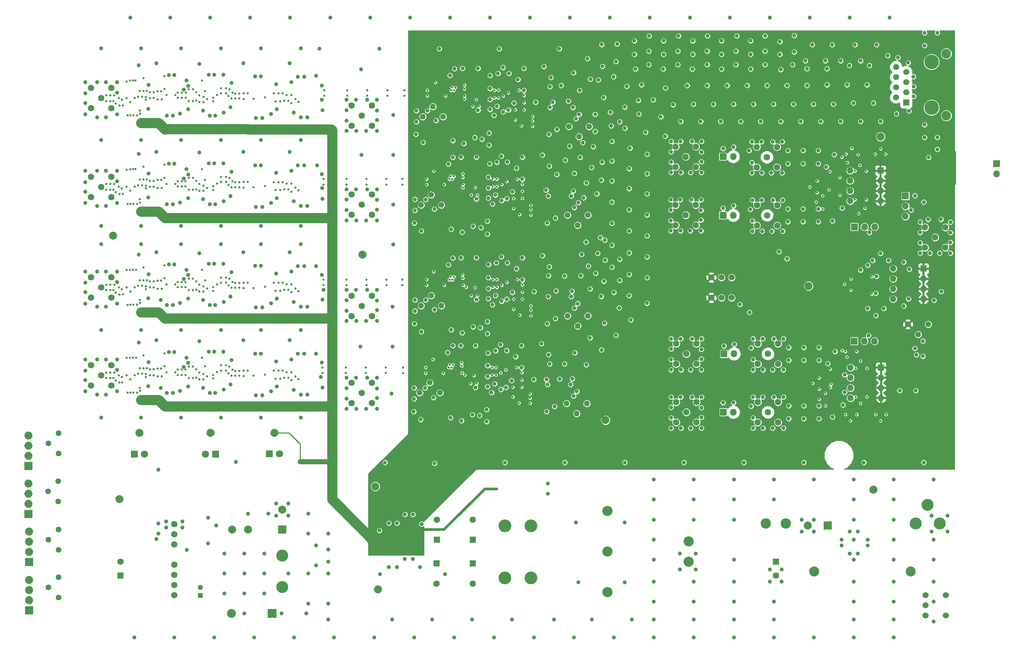
<source format=gbr>
G04 #@! TF.FileFunction,Copper,L3,Inr,Signal*
%FSLAX46Y46*%
G04 Gerber Fmt 4.6, Leading zero omitted, Abs format (unit mm)*
G04 Created by KiCad (PCBNEW 4.0.7) date 10/26/17 10:54:27*
%MOMM*%
%LPD*%
G01*
G04 APERTURE LIST*
%ADD10C,0.100000*%
%ADD11C,0.533400*%
%ADD12C,1.000000*%
%ADD13C,2.000000*%
%ADD14C,1.600000*%
%ADD15R,1.700000X1.700000*%
%ADD16O,1.700000X1.700000*%
%ADD17C,1.440000*%
%ADD18R,1.600000X1.600000*%
%ADD19O,1.600000X1.600000*%
%ADD20O,1.998980X1.998980*%
%ADD21R,1.998980X1.998980*%
%ADD22R,2.000000X2.000000*%
%ADD23R,1.300000X1.300000*%
%ADD24C,1.300000*%
%ADD25R,2.200000X2.200000*%
%ADD26O,2.200000X2.200000*%
%ADD27C,2.500000*%
%ADD28C,3.000000*%
%ADD29C,2.600000*%
%ADD30C,3.200000*%
%ADD31C,2.540000*%
%ADD32C,1.524000*%
%ADD33C,2.400000*%
%ADD34C,3.649980*%
%ADD35R,1.501140X1.501140*%
%ADD36C,1.501140*%
%ADD37R,1.800000X1.800000*%
%ADD38C,1.800000*%
%ADD39C,0.254000*%
%ADD40C,0.635000*%
%ADD41C,2.540000*%
%ADD42C,1.270000*%
G04 APERTURE END LIST*
D10*
D11*
X138800000Y-114800000D03*
X136200000Y-111400000D03*
X139000000Y-92800000D03*
X136400000Y-89400000D03*
X139000000Y-67600000D03*
X136400000Y-64200000D03*
X136800000Y-42000000D03*
X139400000Y-45400000D03*
X129100000Y-45400000D03*
X124800000Y-45400000D03*
X134800000Y-45400000D03*
X134800000Y-44000000D03*
X124800000Y-44000000D03*
X129100000Y-44000000D03*
X119800000Y-45400000D03*
X114800000Y-45400000D03*
X114800000Y-44000000D03*
X119800000Y-44000000D03*
X109000000Y-44000000D03*
X109000000Y-45400000D03*
X128600000Y-67600000D03*
X124600000Y-67600000D03*
X134600000Y-67600000D03*
X134600000Y-66200000D03*
X124600000Y-66200000D03*
X128600000Y-66200000D03*
X119600000Y-67600000D03*
X114600000Y-67600000D03*
X114600000Y-66200000D03*
X119600000Y-66200000D03*
X108800000Y-66200000D03*
X108800000Y-67600000D03*
X128600000Y-92800000D03*
X128600000Y-91400000D03*
X124600000Y-92800000D03*
X124600000Y-91400000D03*
X134600000Y-92800000D03*
X134600000Y-91400000D03*
X108800000Y-92800000D03*
X119600000Y-92800000D03*
X119600000Y-91400000D03*
X114600000Y-92800000D03*
X114600000Y-91400000D03*
X108800000Y-91400000D03*
X128700000Y-114800000D03*
X124400000Y-114800000D03*
X134400000Y-114800000D03*
X119400000Y-114800000D03*
X114400000Y-114800000D03*
X108600000Y-114800000D03*
X108600000Y-113400000D03*
X114400000Y-113400000D03*
X119400000Y-113400000D03*
X124400000Y-113400000D03*
X128700000Y-113400000D03*
X134400000Y-113400000D03*
D12*
X167800000Y-33600000D03*
X152800000Y-33600000D03*
X137800000Y-33600000D03*
X122800000Y-33600000D03*
X107800000Y-33600000D03*
X118200000Y-38800000D03*
X118300000Y-60200000D03*
X118100000Y-108200000D03*
X133000000Y-163400000D03*
X131200000Y-161400000D03*
X129200000Y-161400000D03*
X127200000Y-163400000D03*
X125200000Y-163400000D03*
X123000000Y-165200000D03*
X133400000Y-152600000D03*
X131200000Y-150200000D03*
X129200000Y-150200000D03*
X127200000Y-152400000D03*
X125200000Y-152400000D03*
X259000000Y-137200000D03*
X244000000Y-137200000D03*
X229000000Y-137200000D03*
X214000000Y-137200000D03*
X199000000Y-137200000D03*
X184200000Y-167200000D03*
X172600000Y-167200000D03*
X139200000Y-165200000D03*
X184200000Y-152200000D03*
X172000000Y-152200000D03*
X122800000Y-154200000D03*
X184200000Y-137200000D03*
X169200000Y-137200000D03*
X154200000Y-137200000D03*
X136600000Y-137400000D03*
X124200000Y-137200000D03*
X125900000Y-120000000D03*
X126100000Y-98200000D03*
X126100000Y-108200000D03*
X126300000Y-82600000D03*
X126300000Y-72600000D03*
X126300000Y-50200000D03*
X126300000Y-60200000D03*
X60500000Y-25800000D03*
X70500000Y-25800000D03*
X80500000Y-25800000D03*
X90500000Y-25800000D03*
X230500000Y-25800000D03*
X240500000Y-25800000D03*
X210500000Y-25800000D03*
X220500000Y-25800000D03*
X200500000Y-25800000D03*
X180500000Y-25800000D03*
X190500000Y-25800000D03*
X170500000Y-25800000D03*
X160500000Y-25800000D03*
X150500000Y-25800000D03*
X140500000Y-25800000D03*
X130500000Y-25800000D03*
X120500000Y-25800000D03*
X110500000Y-25800000D03*
X100500000Y-25800000D03*
X250500000Y-25800000D03*
D13*
X57800000Y-146400000D03*
D12*
X257000000Y-119200000D03*
X253000000Y-119200000D03*
X257200000Y-110200000D03*
X258800000Y-110600000D03*
X258800000Y-106800000D03*
X256800000Y-108600000D03*
X215400000Y-99600000D03*
X213000000Y-97600000D03*
X224800000Y-86200000D03*
X222800000Y-84400000D03*
X259000000Y-72000000D03*
X256800000Y-70400000D03*
X262400000Y-58800000D03*
X260200000Y-60800000D03*
X263400000Y-94400000D03*
X261600000Y-96600000D03*
X254000000Y-98000000D03*
X255200000Y-96200000D03*
X255400000Y-88799999D03*
X254000000Y-87000000D03*
X250200000Y-86599999D03*
X246200000Y-86599999D03*
X248200000Y-84800000D03*
D11*
X240800000Y-91200000D03*
X240800000Y-94000000D03*
X239200000Y-92600000D03*
D12*
X259200000Y-32799999D03*
X262400000Y-29600000D03*
X259200000Y-29600000D03*
X262400000Y-55800000D03*
X259200000Y-52600000D03*
X259200000Y-55800000D03*
X165000000Y-145000000D03*
X165000000Y-142500000D03*
X93200000Y-33500000D03*
X103200000Y-33500000D03*
X53200000Y-33500000D03*
X63200000Y-33500000D03*
X83200000Y-33500000D03*
X73200000Y-33500000D03*
X93200000Y-56500000D03*
X103200000Y-56500000D03*
X53200000Y-56500000D03*
X63200000Y-56500000D03*
X83200000Y-56500000D03*
X73200000Y-56500000D03*
X93200000Y-126000000D03*
X103200000Y-126000000D03*
X53200000Y-126000000D03*
X63200000Y-126000000D03*
X83200000Y-126000000D03*
X73200000Y-126000000D03*
X93200000Y-104000000D03*
X103200000Y-104000000D03*
X53200000Y-104000000D03*
X63200000Y-104000000D03*
X83200000Y-104000000D03*
X73200000Y-104000000D03*
X103200000Y-82500000D03*
X93200000Y-82500000D03*
X83200000Y-82500000D03*
X73200000Y-82500000D03*
X63200000Y-82500000D03*
X53200000Y-82500000D03*
X179200000Y-81500000D03*
X103200000Y-78000000D03*
X93200000Y-78000000D03*
X83200000Y-78000000D03*
X73200000Y-78000000D03*
X63200000Y-78000000D03*
X53200000Y-78000000D03*
X108200000Y-115800000D03*
X108800000Y-94000000D03*
X108400000Y-46400000D03*
X108500000Y-68500000D03*
D14*
X219800000Y-75300000D03*
X222340000Y-72760000D03*
X222340000Y-77840000D03*
X217260000Y-77840000D03*
X217260000Y-72760000D03*
D12*
X258100000Y-84780000D03*
X260576000Y-84780000D03*
X258100000Y-82200000D03*
X262976000Y-84780000D03*
X265676000Y-82080000D03*
X265676000Y-84780000D03*
X265676000Y-79680000D03*
X265700000Y-77000000D03*
X263300000Y-76300000D03*
X260100000Y-76300000D03*
X258100000Y-77000000D03*
X258100000Y-79600000D03*
X216300000Y-128580000D03*
X218776000Y-128580000D03*
X216300000Y-126000000D03*
X221176000Y-128580000D03*
X223876000Y-128580000D03*
X223900000Y-120800000D03*
X221500000Y-120800000D03*
X218700000Y-120800000D03*
X216300000Y-120800000D03*
X215800000Y-123100000D03*
X195800000Y-128580000D03*
X198276000Y-128580000D03*
X195800000Y-126000000D03*
X200676000Y-128580000D03*
X203376000Y-125880000D03*
X203376000Y-128580000D03*
X203376000Y-123480000D03*
X203400000Y-120800000D03*
X201000000Y-120800000D03*
X198200000Y-120800000D03*
X195800000Y-120800000D03*
X195800000Y-123400000D03*
X216300000Y-113980000D03*
X218776000Y-113980000D03*
X216300000Y-111400000D03*
X221176000Y-113980000D03*
X223876000Y-113980000D03*
X223900000Y-106200000D03*
X221500000Y-106200000D03*
X218700000Y-106200000D03*
X216300000Y-106200000D03*
X215800000Y-108500000D03*
X195800000Y-113980000D03*
X198276000Y-113980000D03*
X195800000Y-111400000D03*
X200676000Y-113980000D03*
X203376000Y-111280000D03*
X203376000Y-113980000D03*
X203376000Y-108880000D03*
X203400000Y-106200000D03*
X201000000Y-106200000D03*
X198200000Y-106200000D03*
X195800000Y-106200000D03*
X195800000Y-108800000D03*
X195700000Y-79180000D03*
X198176000Y-79180000D03*
X195700000Y-76600000D03*
X200576000Y-79180000D03*
X203276000Y-76480000D03*
X203276000Y-79180000D03*
X203276000Y-74080000D03*
X203300000Y-71400000D03*
X200900000Y-71400000D03*
X198100000Y-71400000D03*
X195700000Y-71400000D03*
X195700000Y-74000000D03*
X216100000Y-79280000D03*
X218576000Y-79280000D03*
X216100000Y-76700000D03*
X220976000Y-79280000D03*
X223676000Y-79280000D03*
X223700000Y-71500000D03*
X221300000Y-71500000D03*
X218500000Y-71500000D03*
X216100000Y-71500000D03*
X215600000Y-73800000D03*
X216000000Y-64680000D03*
X218476000Y-64680000D03*
X216000000Y-62100000D03*
X220876000Y-64680000D03*
X223576000Y-64680000D03*
X223600000Y-56900000D03*
X221200000Y-56900000D03*
X218400000Y-56900000D03*
X216000000Y-56900000D03*
X215300000Y-59100000D03*
X195800000Y-64580000D03*
X198276000Y-64580000D03*
X195800000Y-62000000D03*
X200676000Y-64580000D03*
X203376000Y-61880000D03*
X203376000Y-64580000D03*
X203376000Y-59480000D03*
X203400000Y-56800000D03*
X201000000Y-56800000D03*
X198200000Y-56800000D03*
X195800000Y-56800000D03*
X195800000Y-59400000D03*
D11*
X242700000Y-74900000D03*
X233700000Y-73700000D03*
X232100000Y-72000000D03*
X233700000Y-70400000D03*
X232300000Y-69600000D03*
X230500000Y-68200000D03*
X232300000Y-66700000D03*
X239900000Y-62100000D03*
X238500000Y-60700000D03*
X242600000Y-60100000D03*
X241000000Y-58500000D03*
X239500000Y-60000000D03*
D12*
X234600000Y-63200000D03*
X238600000Y-73500000D03*
X232600000Y-76900000D03*
X232600000Y-73700000D03*
X236200000Y-76700000D03*
X225000000Y-76900000D03*
X225000000Y-73700000D03*
X228800000Y-76900000D03*
X228800000Y-73700000D03*
X232600000Y-62400000D03*
X232600000Y-59100000D03*
X236600000Y-60100000D03*
X225000000Y-59100000D03*
X228800000Y-62400000D03*
X225000000Y-62400000D03*
X228800000Y-59100000D03*
D11*
X239800000Y-110800000D03*
X234400000Y-123000000D03*
X231200000Y-117400000D03*
X232800000Y-116000000D03*
X232800000Y-118800000D03*
X234400000Y-119800000D03*
X232800000Y-121400000D03*
X239400000Y-109400000D03*
X238600000Y-109200000D03*
X242200000Y-109400000D03*
X242200000Y-125200000D03*
X240600000Y-126800000D03*
X239400000Y-125200000D03*
D12*
X238800000Y-122800000D03*
X236200000Y-125800000D03*
X229000000Y-126200000D03*
X225200000Y-126200000D03*
X229000000Y-123000000D03*
X225200000Y-123000000D03*
X232800000Y-126200000D03*
X232800000Y-123000000D03*
X235000000Y-112400000D03*
X232800000Y-111600000D03*
X229000000Y-111600000D03*
X225200000Y-111600000D03*
X236800000Y-109400000D03*
X232800000Y-108400000D03*
X229000000Y-108400000D03*
X225200000Y-108400000D03*
X211400000Y-122200000D03*
X208800000Y-122200000D03*
X211600000Y-107600000D03*
X209000000Y-108000000D03*
X211400000Y-72900000D03*
X208800000Y-73500000D03*
X211400000Y-58200000D03*
X208800000Y-58600000D03*
X172200000Y-119400000D03*
X172400000Y-97400000D03*
X172800000Y-50000000D03*
X172600000Y-72100000D03*
X245000000Y-87800000D03*
X243200000Y-89000000D03*
X245200000Y-105400000D03*
X245400000Y-79600000D03*
X255800000Y-74000000D03*
X245000000Y-98600000D03*
X249000000Y-98600000D03*
X247000000Y-100400000D03*
X247000000Y-94800000D03*
X247200000Y-90600000D03*
D14*
X261860000Y-80860000D03*
X264400000Y-83400000D03*
X264400000Y-78320000D03*
X259320000Y-78320000D03*
X259320000Y-83400000D03*
D15*
X254400000Y-70460000D03*
D16*
X254400000Y-73000000D03*
X254400000Y-75540000D03*
D12*
X164500000Y-69000000D03*
X167200000Y-65100000D03*
X252500000Y-35800000D03*
X255100000Y-37100000D03*
X256400000Y-40600000D03*
X256500000Y-43100000D03*
X256500000Y-45500000D03*
X255300000Y-49200000D03*
X252200000Y-49900000D03*
X175600000Y-41200000D03*
X172900000Y-44000000D03*
X170100000Y-46700000D03*
X166200000Y-47000000D03*
X161900000Y-47000000D03*
X165500000Y-43100000D03*
X168300000Y-42800000D03*
X182300000Y-32400000D03*
X171358222Y-39600357D03*
X178429289Y-32529289D03*
X174893755Y-36064823D03*
X188400000Y-42600000D03*
X184700000Y-43000000D03*
X186900000Y-38700000D03*
X177600000Y-41400000D03*
X182000000Y-36800000D03*
X178900000Y-45800000D03*
X187600000Y-46500000D03*
X182900000Y-51900000D03*
X180600000Y-49500000D03*
X180800000Y-52900000D03*
X176800000Y-50000000D03*
X176800000Y-54300000D03*
X178500000Y-62000000D03*
X176300000Y-58100000D03*
X171600000Y-64800000D03*
X171300000Y-69200000D03*
X175900000Y-63300000D03*
X173900000Y-70900000D03*
X178300000Y-66500000D03*
X169300000Y-61500000D03*
X173700000Y-57100000D03*
X177200000Y-69900000D03*
X170400000Y-58000000D03*
X178600000Y-38000000D03*
X161500000Y-94400000D03*
X167000000Y-94200000D03*
X171000000Y-94300000D03*
X165100000Y-90400000D03*
X169100000Y-90500000D03*
X173200000Y-90400000D03*
X182900000Y-86300000D03*
X176900000Y-89800000D03*
X179300000Y-86500000D03*
X175500000Y-93700000D03*
X181000000Y-88300000D03*
X178300000Y-95600000D03*
X182900000Y-91600000D03*
X175100000Y-88000000D03*
X173400000Y-85100000D03*
X178100000Y-80900000D03*
X181500000Y-94600000D03*
X174500000Y-82000000D03*
X181000000Y-77300000D03*
X181000000Y-82800000D03*
X181000000Y-72000000D03*
X181000000Y-66700000D03*
X181000000Y-61700000D03*
X175500000Y-106000000D03*
X179100000Y-102300000D03*
X182800000Y-98500000D03*
X171688373Y-109718734D03*
X169100000Y-112500000D03*
X165400000Y-112500000D03*
X161400000Y-116400000D03*
X164600000Y-116400000D03*
X167900000Y-116300000D03*
X178400000Y-109000000D03*
X174588373Y-112718734D03*
X171052839Y-116254268D03*
X185700000Y-101500000D03*
X182000000Y-105300000D03*
X185300000Y-95400000D03*
X185300000Y-90100000D03*
X185300000Y-84700000D03*
X185300000Y-68600000D03*
X185300000Y-63600000D03*
X185300000Y-73900000D03*
X185300000Y-79200000D03*
X189800000Y-97300000D03*
X189800000Y-85700000D03*
X189800000Y-90900000D03*
X189800000Y-80400000D03*
X189800000Y-69900000D03*
X189800000Y-75200000D03*
X189800000Y-64900000D03*
X191300000Y-46400000D03*
X187764466Y-49935534D03*
X184228932Y-53471068D03*
X193200000Y-50600000D03*
X189400000Y-54500000D03*
X181000000Y-56800000D03*
X185500000Y-58500000D03*
X189800364Y-60003500D03*
X194300000Y-55500000D03*
X250000000Y-35300000D03*
X247200000Y-32600000D03*
X241800000Y-32600000D03*
X231100000Y-32600000D03*
X236100000Y-32600000D03*
X226600000Y-30300000D03*
X219300000Y-30400000D03*
X212200000Y-30400000D03*
X197600000Y-30400000D03*
X190300000Y-30400000D03*
X204900000Y-30400000D03*
X215700000Y-31600000D03*
X223000000Y-31800000D03*
X223000000Y-35000000D03*
X215700000Y-35000000D03*
X208400000Y-31600000D03*
X208400000Y-35000000D03*
X201200000Y-31600000D03*
X201200000Y-35000000D03*
X193900000Y-31600000D03*
X193900000Y-35000000D03*
X186600000Y-31600000D03*
X186600000Y-35000000D03*
X190200000Y-37600000D03*
X190200000Y-34200000D03*
X197500000Y-37600000D03*
X197500000Y-34200000D03*
X204800000Y-37600000D03*
X204800000Y-34200000D03*
X212000000Y-37600000D03*
X212000000Y-34200000D03*
X219300000Y-37600000D03*
X226200000Y-37600000D03*
X226600000Y-34400000D03*
X238200000Y-36600000D03*
X243200000Y-36600000D03*
X229400000Y-36600000D03*
X234400000Y-36600000D03*
X240400000Y-37800000D03*
X245400000Y-37800000D03*
X201100000Y-38700000D03*
X215700000Y-38700000D03*
X208400000Y-38700000D03*
X219300000Y-34200000D03*
X223200000Y-38800000D03*
X234800000Y-38600000D03*
X229800000Y-38600000D03*
X193800000Y-38700000D03*
X244800000Y-42600000D03*
X239800000Y-42600000D03*
X234800000Y-42600000D03*
X229800000Y-42800000D03*
X224800000Y-42800000D03*
X219800000Y-42800000D03*
X214800000Y-42800000D03*
X194400000Y-43400000D03*
X199800000Y-42800000D03*
X209800000Y-42800000D03*
X204800000Y-42800000D03*
X246400000Y-47200000D03*
X241400000Y-47200000D03*
X236400000Y-47500000D03*
X231400000Y-47500000D03*
X226400000Y-47500000D03*
X221400000Y-47500000D03*
X216400000Y-47500000D03*
X196300000Y-47600000D03*
X201400000Y-47500000D03*
X211400000Y-47500000D03*
X206400000Y-47500000D03*
X248200000Y-51800000D03*
X243200000Y-51800000D03*
X238200000Y-51800000D03*
X233200000Y-51800000D03*
X228200000Y-51800000D03*
X223200000Y-51800000D03*
X218200000Y-51800000D03*
X213200000Y-51800000D03*
X208200000Y-51800000D03*
X203200000Y-51800000D03*
X198200000Y-51800000D03*
X181400000Y-40600000D03*
X184200000Y-48200000D03*
X179000000Y-91800000D03*
X177400000Y-84800000D03*
X174600000Y-67200000D03*
X173000000Y-60800000D03*
D11*
X249400000Y-60000000D03*
X248200000Y-58600000D03*
X246800000Y-60000000D03*
X241800000Y-64200000D03*
X243000000Y-62800000D03*
X244600000Y-64200000D03*
X244600000Y-71400000D03*
X244300000Y-73500000D03*
X241800000Y-71400000D03*
X247000000Y-125200000D03*
X248200000Y-126800000D03*
X249600000Y-125200000D03*
X242000000Y-113600000D03*
X243200000Y-111800000D03*
X244800000Y-113600000D03*
X244800000Y-120800000D03*
X243200000Y-122400000D03*
X242000000Y-120800000D03*
D12*
X239200000Y-115200000D03*
X239200000Y-119600000D03*
X150476000Y-43530000D03*
X150476000Y-46280000D03*
X171226000Y-48280000D03*
X165476000Y-48280000D03*
X165726000Y-40780000D03*
X163976000Y-38030000D03*
X158976000Y-38530000D03*
X157476000Y-41280000D03*
X158976000Y-44030000D03*
X167226000Y-53780000D03*
X165226000Y-55030000D03*
X150226000Y-57730000D03*
X148476000Y-56230000D03*
X150226000Y-54730000D03*
X146676000Y-55830000D03*
X143926000Y-57330000D03*
X141176000Y-56580000D03*
X136976000Y-51530000D03*
X133726000Y-57030000D03*
X131976000Y-55030000D03*
X134830000Y-49124000D03*
X132080001Y-49124000D03*
X132080000Y-51874000D03*
X147476000Y-49030000D03*
X151476000Y-50280000D03*
X150476000Y-48780000D03*
X155226000Y-39780000D03*
X153726000Y-38280000D03*
X152476000Y-39780000D03*
X140476000Y-40280000D03*
X141600000Y-38600000D03*
X143600000Y-38530000D03*
X150500000Y-40280000D03*
D11*
X144100000Y-42700000D03*
X144100000Y-46200000D03*
X140726000Y-44030000D03*
X141000000Y-43280000D03*
X146226000Y-48030000D03*
X147726000Y-48030000D03*
D12*
X147476000Y-38530000D03*
D11*
X157700000Y-44000000D03*
X152600000Y-45900000D03*
X151600000Y-44000000D03*
X151600000Y-45900000D03*
X152600000Y-44000000D03*
X159000000Y-48900000D03*
X156800000Y-48900000D03*
X156800000Y-51400000D03*
X158300000Y-52900000D03*
X161100000Y-50600000D03*
X161100000Y-51700000D03*
X161100000Y-53000000D03*
X159000000Y-45300000D03*
X159000000Y-47100000D03*
D12*
X155100000Y-48900000D03*
X152226000Y-48000000D03*
X153800000Y-49400000D03*
X156476000Y-47200000D03*
X150076000Y-65730000D03*
X150076000Y-68480000D03*
X170826000Y-70480000D03*
X165076000Y-70480000D03*
X165326000Y-62980000D03*
X163576000Y-60230000D03*
X158576000Y-60730000D03*
X157076000Y-63480000D03*
X158576000Y-66230000D03*
X166826000Y-75980000D03*
X164826000Y-77230000D03*
X149800000Y-80000000D03*
X148200000Y-78400000D03*
X149800000Y-76800000D03*
X146276000Y-78030000D03*
X143526000Y-79530000D03*
X140776000Y-78780000D03*
X136576000Y-73730000D03*
X133326000Y-79230000D03*
X131576000Y-77230000D03*
X134430000Y-71324000D03*
X131680001Y-71324000D03*
X131680000Y-74074000D03*
X147076000Y-71230000D03*
X151076000Y-72480000D03*
X150076000Y-70980000D03*
X154826000Y-61980000D03*
X153326000Y-60480000D03*
X152200000Y-62000000D03*
X140076000Y-62480000D03*
X141200000Y-60800000D03*
X143200000Y-60730000D03*
X150400000Y-62400000D03*
D11*
X143700000Y-64900000D03*
X143700000Y-68400000D03*
X140326000Y-66230000D03*
X140600000Y-65480000D03*
X145826000Y-70230000D03*
X147326000Y-70230000D03*
D12*
X147076000Y-60730000D03*
D11*
X157300000Y-66200000D03*
X152200000Y-68100000D03*
X151200000Y-66200000D03*
X151200000Y-68100000D03*
X152200000Y-66200000D03*
X158600000Y-71100000D03*
X156400000Y-71100000D03*
X156400000Y-73600000D03*
X157900000Y-75100000D03*
X160700000Y-72800000D03*
X160700000Y-73900000D03*
X160700000Y-75200000D03*
X158600000Y-67500000D03*
X158600000Y-69300000D03*
D12*
X154700000Y-71100000D03*
X151826000Y-70200000D03*
X153400000Y-71600000D03*
X156076000Y-69400000D03*
D14*
X118400000Y-50400000D03*
X120940000Y-47860000D03*
X120940000Y-52940000D03*
X115860000Y-52940000D03*
X115860000Y-47860000D03*
X118400000Y-72600000D03*
X120940000Y-70060000D03*
X120940000Y-75140000D03*
X115860000Y-75140000D03*
X115860000Y-70060000D03*
D12*
X114600000Y-71400000D03*
X114600000Y-68800000D03*
X117000000Y-68800000D03*
X119800000Y-68800000D03*
X122200000Y-68800000D03*
X122176000Y-71480000D03*
X122176000Y-76580000D03*
X122176000Y-73880000D03*
X119476000Y-76580000D03*
X114600000Y-74000000D03*
X117076000Y-76580000D03*
X114600000Y-76580000D03*
X114600000Y-54180000D03*
X117076000Y-54180000D03*
X114600000Y-51600000D03*
X119476000Y-54180000D03*
X122176000Y-51480000D03*
X122176000Y-54180000D03*
X122176000Y-49080000D03*
X122200000Y-46400000D03*
X119800000Y-46400000D03*
X117000000Y-46400000D03*
X114600000Y-46400000D03*
X114600000Y-49000000D03*
D11*
X97600000Y-44800000D03*
X96400000Y-44800000D03*
X96800000Y-46800000D03*
X98000000Y-46800000D03*
D12*
X104800000Y-50800000D03*
X103200000Y-50800000D03*
X101400000Y-49600000D03*
X100800000Y-42000000D03*
X102400000Y-40600000D03*
X104000000Y-40600000D03*
X107000000Y-40400000D03*
X108400000Y-42800000D03*
X108600000Y-49000000D03*
D11*
X99600000Y-45200000D03*
X100800000Y-45200000D03*
X101800000Y-46200000D03*
X99000000Y-46600000D03*
X100000000Y-46600000D03*
X100800000Y-47200000D03*
X98600000Y-44800000D03*
D12*
X54400000Y-42000000D03*
X57200000Y-42000000D03*
X57200000Y-44600000D03*
X57200000Y-50000000D03*
X52200000Y-50800000D03*
X54400000Y-50800000D03*
D11*
X54476000Y-45280000D03*
X55476000Y-45280000D03*
X54476000Y-46680000D03*
X55476000Y-46680000D03*
X56476000Y-45280000D03*
X56276000Y-46680000D03*
X56876000Y-47280000D03*
X57576000Y-45980000D03*
X58376000Y-46380000D03*
X57776000Y-47780000D03*
X58600000Y-47780000D03*
X59576000Y-45980000D03*
X60476000Y-46980000D03*
X61576000Y-45980000D03*
X62476000Y-45580000D03*
X63476000Y-45580000D03*
X64376000Y-45680000D03*
X65376000Y-45980000D03*
X66376000Y-45980000D03*
X66376000Y-44480000D03*
X65376000Y-44480000D03*
X62876000Y-44180000D03*
X63776000Y-44180000D03*
X64676000Y-44180000D03*
X67376000Y-46280000D03*
X68376000Y-46280000D03*
X67376000Y-44280000D03*
X68176000Y-44280000D03*
X72376000Y-45880000D03*
X72376000Y-44580000D03*
X73376000Y-44580000D03*
X73376000Y-45880000D03*
X74376000Y-44580000D03*
X74376000Y-45880000D03*
X75176000Y-46680000D03*
X75176000Y-43780000D03*
X76176000Y-43780000D03*
X76176000Y-46680000D03*
X76976000Y-44480000D03*
X76976000Y-46580000D03*
X77776000Y-45280000D03*
X77776000Y-46980000D03*
X78776000Y-46980000D03*
X78776000Y-45680000D03*
X81276000Y-45880000D03*
X81276000Y-46780000D03*
X82176000Y-45180000D03*
X83176000Y-44780000D03*
X84476000Y-44780000D03*
X85076000Y-45480000D03*
X85776000Y-46080000D03*
X86776000Y-46080000D03*
X87776000Y-46080000D03*
X88876000Y-46180000D03*
X89876000Y-44780000D03*
X88876000Y-44780000D03*
X87776000Y-44880000D03*
X86776000Y-44880000D03*
X86076000Y-44580000D03*
X85276000Y-43780000D03*
X84476000Y-43480000D03*
X83176000Y-43480000D03*
D12*
X64976000Y-48680000D03*
X65076000Y-42680000D03*
D11*
X63776000Y-40980000D03*
X64376000Y-46380000D03*
X61276000Y-50280000D03*
X62876000Y-49080000D03*
X59800000Y-50280000D03*
X60476000Y-50280000D03*
X62176000Y-50280000D03*
X62976000Y-49880000D03*
X61800000Y-41580000D03*
X61176000Y-41580000D03*
X60400000Y-41580000D03*
X59576000Y-41800000D03*
X69076000Y-40480000D03*
D12*
X70176000Y-40180000D03*
X71476000Y-40180000D03*
X74576000Y-41580000D03*
X73876000Y-43880000D03*
X74976000Y-42880000D03*
X69676000Y-50380000D03*
X71176000Y-50380000D03*
X72976000Y-49880000D03*
X74976000Y-48780000D03*
X81776000Y-50380000D03*
X80376000Y-50380000D03*
X78676000Y-49080000D03*
X80176000Y-40080000D03*
X81476000Y-40080000D03*
D11*
X78476000Y-41580000D03*
D12*
X83776000Y-40080000D03*
X85776000Y-42180000D03*
X85576000Y-48280000D03*
X83876000Y-49580000D03*
X91776000Y-40580000D03*
X93176000Y-40580000D03*
X96976000Y-42480000D03*
X97176000Y-48780000D03*
X93476000Y-50980000D03*
X95676000Y-49980000D03*
X91876000Y-50980000D03*
X52200000Y-42000000D03*
X49200000Y-44800000D03*
X49200000Y-42000000D03*
X49200000Y-50000000D03*
X49200000Y-47200000D03*
X49200000Y-69400000D03*
X49200000Y-72200000D03*
X49200000Y-64200000D03*
X49200000Y-67000000D03*
X52200000Y-64200000D03*
X91876000Y-73180000D03*
X95676000Y-72180000D03*
X93476000Y-73180000D03*
X97176000Y-70980000D03*
X96976000Y-64680000D03*
X93176000Y-62780000D03*
X91776000Y-62780000D03*
X83876000Y-71780000D03*
X85576000Y-70480000D03*
X85776000Y-64380000D03*
X83776000Y-62280000D03*
D11*
X78476000Y-63780000D03*
D12*
X81476000Y-62280000D03*
X80176000Y-62280000D03*
X78676000Y-71280000D03*
X80376000Y-72580000D03*
X81776000Y-72580000D03*
X74976000Y-70980000D03*
X72976000Y-72080000D03*
X71176000Y-72580000D03*
X69676000Y-72580000D03*
X74976000Y-65080000D03*
X73876000Y-66080000D03*
X74576000Y-63780000D03*
X71476000Y-62380000D03*
X70176000Y-62380000D03*
D11*
X69076000Y-62680000D03*
X59576000Y-63900000D03*
X60500000Y-63800000D03*
X61176000Y-63780000D03*
X61800000Y-63780000D03*
X62976000Y-72080000D03*
X62176000Y-72480000D03*
X60476000Y-72480000D03*
X59800000Y-72500000D03*
X62876000Y-71280000D03*
X61276000Y-72480000D03*
X64376000Y-68580000D03*
X63776000Y-63180000D03*
D12*
X65076000Y-64880000D03*
X64976000Y-70880000D03*
D11*
X83176000Y-65680000D03*
X84476000Y-65680000D03*
X85276000Y-65980000D03*
X86076000Y-66780000D03*
X86776000Y-67080000D03*
X87776000Y-67080000D03*
X88876000Y-66980000D03*
X89876000Y-66980000D03*
X88876000Y-68380000D03*
X87776000Y-68280000D03*
X86776000Y-68280000D03*
X85776000Y-68280000D03*
X85076000Y-67680000D03*
X84476000Y-66980000D03*
X83176000Y-66980000D03*
X82176000Y-67380000D03*
X81276000Y-68980000D03*
X81276000Y-68080000D03*
X78776000Y-67880000D03*
X78776000Y-69180000D03*
X77776000Y-69180000D03*
X77776000Y-67480000D03*
X76976000Y-68780000D03*
X76976000Y-66680000D03*
X76176000Y-68880000D03*
X76176000Y-65980000D03*
X75176000Y-65980000D03*
X75176000Y-68880000D03*
X74300000Y-68080000D03*
X74300000Y-66780000D03*
X73376000Y-68080000D03*
X73376000Y-66780000D03*
X72376000Y-66780000D03*
X72376000Y-68080000D03*
X68176000Y-66480000D03*
X67376000Y-66480000D03*
X68376000Y-68480000D03*
X67376000Y-68480000D03*
X64676000Y-66380000D03*
X63776000Y-66380000D03*
X62876000Y-66380000D03*
X65376000Y-66680000D03*
X66376000Y-66680000D03*
X66376000Y-68180000D03*
X65376000Y-68180000D03*
X64376000Y-67880000D03*
X63476000Y-67780000D03*
X62476000Y-67780000D03*
X61576000Y-68180000D03*
X60476000Y-69180000D03*
X59576000Y-68180000D03*
X58600000Y-69980000D03*
X57776000Y-69980000D03*
X58376000Y-68580000D03*
X57576000Y-68180000D03*
X56876000Y-69480000D03*
X56276000Y-68880000D03*
X56476000Y-67480000D03*
X55476000Y-68880000D03*
X54476000Y-68880000D03*
X55476000Y-67480000D03*
X54476000Y-67480000D03*
D12*
X54400000Y-73000000D03*
X52200000Y-73000000D03*
X57200000Y-72200000D03*
X57200000Y-66800000D03*
X57200000Y-64200000D03*
X54400000Y-64200000D03*
D11*
X98600000Y-67000000D03*
X100800000Y-69400000D03*
X100000000Y-68800000D03*
X99000000Y-68800000D03*
X101800000Y-68400000D03*
X100800000Y-67400000D03*
X99600000Y-67400000D03*
D12*
X108600000Y-71200000D03*
X108400000Y-65000000D03*
X107200000Y-62800000D03*
X104000000Y-62800000D03*
X102400000Y-62800000D03*
X100800000Y-64200000D03*
X101400000Y-71800000D03*
X103200000Y-73000000D03*
X104800000Y-73000000D03*
D11*
X98000000Y-69000000D03*
X96800000Y-69000000D03*
X96400000Y-67000000D03*
X97600000Y-67000000D03*
D17*
X42540000Y-129860000D03*
X40000000Y-132400000D03*
X42540000Y-134940000D03*
D18*
X248312364Y-113423332D03*
D19*
X240692364Y-121043332D03*
X248312364Y-115963332D03*
X240692364Y-118503332D03*
X248312364Y-118503332D03*
X240692364Y-115963332D03*
X248312364Y-121043332D03*
X240692364Y-113423332D03*
D12*
X156076000Y-94600000D03*
X153400000Y-96800000D03*
X151826000Y-95400000D03*
X154700000Y-96300000D03*
D11*
X158600000Y-94500000D03*
X158600000Y-92700000D03*
X160700000Y-100400000D03*
X160700000Y-99100000D03*
X160700000Y-98000000D03*
X157900000Y-100300000D03*
X156400000Y-98800000D03*
X156400000Y-96300000D03*
X158600000Y-96300000D03*
X152200000Y-91400000D03*
X151200000Y-93300000D03*
X151200000Y-91400000D03*
X152200000Y-93300000D03*
X157300000Y-91400000D03*
X156200000Y-118300000D03*
X156200000Y-120800000D03*
X157700000Y-122300000D03*
X160500000Y-122400000D03*
X160500000Y-121100000D03*
X160500000Y-120000000D03*
X158400000Y-118300000D03*
X158400000Y-116500000D03*
X158400000Y-114700000D03*
X157100000Y-113400000D03*
X152000000Y-115300000D03*
X151000000Y-115300000D03*
X152000000Y-113400000D03*
X151000000Y-113400000D03*
D17*
X138340000Y-97940000D03*
X135800000Y-95400000D03*
X133260000Y-97940000D03*
D12*
X147076000Y-85930000D03*
D11*
X147326000Y-95430000D03*
X145826000Y-95430000D03*
X140600000Y-90680000D03*
X140326000Y-91430000D03*
X144500000Y-93300000D03*
X143576000Y-90180000D03*
D12*
X150100000Y-87600000D03*
X143200000Y-85930000D03*
X141200000Y-86000000D03*
X140076000Y-87680000D03*
X152076000Y-87180000D03*
X153326000Y-85680000D03*
X154826000Y-87180000D03*
X150076000Y-96180000D03*
X151076000Y-97680000D03*
X147076000Y-96430000D03*
X131680000Y-99274000D03*
X131680001Y-96524000D03*
X134430000Y-96524000D03*
X131576000Y-102430000D03*
X133326000Y-104430000D03*
X136576000Y-98930000D03*
X140776000Y-103980000D03*
X143526000Y-104730000D03*
X146276000Y-103230000D03*
X149826000Y-101930000D03*
X148076000Y-103430000D03*
X149826000Y-104930000D03*
X164826000Y-102430000D03*
X166826000Y-101180000D03*
X158576000Y-91430000D03*
X157076000Y-88680000D03*
X158576000Y-85930000D03*
X163576000Y-85430000D03*
X165326000Y-88180000D03*
X165076000Y-95680000D03*
X170826000Y-95680000D03*
X150076000Y-93680000D03*
X150076000Y-90930000D03*
X114600000Y-96600000D03*
X114600000Y-94000000D03*
X117000000Y-94000000D03*
X119800000Y-94000000D03*
X122200000Y-94000000D03*
X122176000Y-96680000D03*
X122176000Y-101780000D03*
X122176000Y-99080000D03*
X119476000Y-101780000D03*
X114600000Y-99200000D03*
X117076000Y-101780000D03*
X114600000Y-101780000D03*
D11*
X97600000Y-92200000D03*
X96400000Y-92200000D03*
X96800000Y-94200000D03*
X98000000Y-94200000D03*
D12*
X104800000Y-98200000D03*
X103200000Y-98200000D03*
X101400000Y-97000000D03*
X100800000Y-89400000D03*
X102400000Y-88000000D03*
X104000000Y-88000000D03*
X107000000Y-88000000D03*
X108400000Y-90200000D03*
X108600000Y-96400000D03*
D11*
X99600000Y-92600000D03*
X100800000Y-92600000D03*
X101800000Y-93600000D03*
X99000000Y-94000000D03*
X100000000Y-94000000D03*
X100800000Y-94600000D03*
X98600000Y-92200000D03*
X98600000Y-114200000D03*
X100800000Y-116600000D03*
X100000000Y-116000000D03*
X99000000Y-116000000D03*
X98000000Y-116200000D03*
X96800000Y-116200000D03*
X101800000Y-115600000D03*
X100800000Y-114600000D03*
X99600000Y-114600000D03*
X97600000Y-114200000D03*
X96400000Y-114200000D03*
D12*
X108600000Y-118400000D03*
X108400000Y-112200000D03*
X107000000Y-110000000D03*
X104000000Y-110000000D03*
X102400000Y-110000000D03*
X100800000Y-111400000D03*
X101400000Y-119000000D03*
X103200000Y-120200000D03*
X104800000Y-120200000D03*
X54400000Y-89400000D03*
X57200000Y-89400000D03*
X57200000Y-92000000D03*
X57200000Y-97400000D03*
X52200000Y-98200000D03*
X54400000Y-98200000D03*
D11*
X54476000Y-92680000D03*
X55476000Y-92680000D03*
X54476000Y-94080000D03*
X55476000Y-94080000D03*
X56476000Y-92680000D03*
X56276000Y-94080000D03*
X56876000Y-94680000D03*
X57576000Y-93380000D03*
X58376000Y-93780000D03*
X57776000Y-95180000D03*
X58600000Y-95100000D03*
X59576000Y-93380000D03*
X60476000Y-94380000D03*
X61576000Y-93380000D03*
X62476000Y-92980000D03*
X63476000Y-92980000D03*
X64376000Y-93080000D03*
X65376000Y-93380000D03*
X66376000Y-93380000D03*
X66376000Y-91880000D03*
X65376000Y-91880000D03*
X62876000Y-91580000D03*
X63776000Y-91580000D03*
X64676000Y-91580000D03*
X67376000Y-93680000D03*
X68376000Y-93680000D03*
X67376000Y-91680000D03*
X68176000Y-91680000D03*
X72376000Y-93280000D03*
X72376000Y-91980000D03*
X73376000Y-91980000D03*
X73376000Y-93280000D03*
X74300000Y-91980000D03*
X74300000Y-93280000D03*
X75176000Y-94080000D03*
X75176000Y-91180000D03*
X76176000Y-91180000D03*
X76176000Y-94080000D03*
X76976000Y-91880000D03*
X76976000Y-93980000D03*
X77776000Y-92680000D03*
X77776000Y-94380000D03*
X78776000Y-94380000D03*
X78776000Y-93080000D03*
X81276000Y-93280000D03*
X81276000Y-94180000D03*
X82176000Y-92580000D03*
X83176000Y-92180000D03*
X84476000Y-92180000D03*
X85076000Y-92880000D03*
X85776000Y-93480000D03*
X86776000Y-93480000D03*
X87776000Y-93480000D03*
X88876000Y-93580000D03*
X89876000Y-92180000D03*
X88876000Y-92180000D03*
X87776000Y-92280000D03*
X86776000Y-92280000D03*
X86076000Y-91980000D03*
X85276000Y-91180000D03*
X84476000Y-90880000D03*
X83176000Y-90880000D03*
D12*
X64976000Y-96080000D03*
X65076000Y-90080000D03*
D11*
X63776000Y-88380000D03*
X64376000Y-93780000D03*
X61276000Y-97680000D03*
X62876000Y-96480000D03*
X59800000Y-97800000D03*
X60476000Y-97680000D03*
X62176000Y-97680000D03*
X62976000Y-97280000D03*
X61976000Y-88980000D03*
X61176000Y-88980000D03*
X60376000Y-88980000D03*
X59576000Y-88980000D03*
X69076000Y-87880000D03*
D12*
X70176000Y-87580000D03*
X71476000Y-87580000D03*
X74576000Y-88980000D03*
X73876000Y-91280000D03*
X74976000Y-90280000D03*
X68076000Y-96480000D03*
X69676000Y-97780000D03*
X71176000Y-97780000D03*
X72976000Y-97280000D03*
X74976000Y-96180000D03*
X81776000Y-97780000D03*
X80376000Y-97780000D03*
X78676000Y-96480000D03*
X80176000Y-87480000D03*
X81476000Y-87480000D03*
D11*
X78476000Y-88980000D03*
D12*
X83776000Y-87480000D03*
X85776000Y-89580000D03*
X85576000Y-95680000D03*
X83876000Y-96980000D03*
X91776000Y-87980000D03*
X93176000Y-87980000D03*
X96976000Y-89880000D03*
X97176000Y-96180000D03*
X93476000Y-98380000D03*
X95676000Y-97380000D03*
X91876000Y-98380000D03*
X52200000Y-89400000D03*
X49200000Y-92200000D03*
X49200000Y-89400000D03*
X49200000Y-97400000D03*
X49200000Y-94600000D03*
X49200000Y-116600000D03*
X49200000Y-119400000D03*
X49200000Y-111400000D03*
X49200000Y-114200000D03*
X52200000Y-111400000D03*
X114600000Y-123780000D03*
X117076000Y-123780000D03*
X114600000Y-121200000D03*
X119476000Y-123780000D03*
X122176000Y-121080000D03*
X122176000Y-123780000D03*
X122176000Y-118680000D03*
X122200000Y-116000000D03*
X119800000Y-116000000D03*
X117000000Y-116000000D03*
X114600000Y-116000000D03*
X114600000Y-118600000D03*
X91876000Y-120380000D03*
X95676000Y-119380000D03*
X93476000Y-120380000D03*
X97176000Y-118180000D03*
X96976000Y-111880000D03*
X93176000Y-109980000D03*
X91776000Y-109980000D03*
X83876000Y-118980000D03*
X85576000Y-117680000D03*
X85776000Y-111580000D03*
X83776000Y-109480000D03*
D11*
X78476000Y-110980000D03*
D12*
X81476000Y-109480000D03*
X80176000Y-109480000D03*
X78676000Y-118480000D03*
X80376000Y-119780000D03*
X81776000Y-119780000D03*
X74976000Y-118180000D03*
X72976000Y-119280000D03*
X71176000Y-119780000D03*
X69676000Y-119780000D03*
X68076000Y-118480000D03*
X74976000Y-112280000D03*
X73876000Y-113280000D03*
X74576000Y-110980000D03*
X71476000Y-109580000D03*
X70176000Y-109580000D03*
D11*
X69076000Y-109880000D03*
X59576000Y-110980000D03*
X60376000Y-110980000D03*
X61176000Y-110980000D03*
X61976000Y-110980000D03*
X62976000Y-119280000D03*
X62176000Y-119680000D03*
X60476000Y-119680000D03*
X59800000Y-119680000D03*
X62876000Y-118480000D03*
X61276000Y-119680000D03*
X64376000Y-115780000D03*
X63776000Y-110380000D03*
D12*
X65076000Y-112080000D03*
X64976000Y-118080000D03*
D11*
X83176000Y-112880000D03*
X84476000Y-112880000D03*
X85276000Y-113180000D03*
X86076000Y-113980000D03*
X86776000Y-114280000D03*
X87776000Y-114280000D03*
X88876000Y-114180000D03*
X89876000Y-114180000D03*
X88876000Y-115580000D03*
X87776000Y-115480000D03*
X86776000Y-115480000D03*
X85776000Y-115480000D03*
X85076000Y-114880000D03*
X84476000Y-114180000D03*
X83176000Y-114180000D03*
X82176000Y-114580000D03*
X81276000Y-116180000D03*
X81276000Y-115280000D03*
X78776000Y-115080000D03*
X78776000Y-116380000D03*
X77776000Y-116380000D03*
X77776000Y-114680000D03*
X76976000Y-115980000D03*
X76976000Y-113880000D03*
X76176000Y-116080000D03*
X76176000Y-113180000D03*
X75176000Y-113180000D03*
X75176000Y-116080000D03*
X74276000Y-115280000D03*
X74276000Y-113980000D03*
X73376000Y-115280000D03*
X73376000Y-113980000D03*
X72376000Y-113980000D03*
X72376000Y-115280000D03*
X68176000Y-113680000D03*
X67376000Y-113680000D03*
X68376000Y-115680000D03*
X67376000Y-115680000D03*
X64676000Y-113580000D03*
X63776000Y-113580000D03*
X62876000Y-113580000D03*
X65376000Y-113880000D03*
X66376000Y-113880000D03*
X66376000Y-115380000D03*
X65376000Y-115380000D03*
X64376000Y-115080000D03*
X63476000Y-114980000D03*
X62476000Y-114980000D03*
X61576000Y-115380000D03*
X60476000Y-116380000D03*
X59576000Y-115380000D03*
X58500000Y-117180000D03*
X57776000Y-117180000D03*
X58376000Y-115780000D03*
X57576000Y-115380000D03*
X56876000Y-116680000D03*
X56276000Y-116080000D03*
X56476000Y-114680000D03*
X55476000Y-116080000D03*
X54476000Y-116080000D03*
X55476000Y-114680000D03*
X54476000Y-114680000D03*
D12*
X54400000Y-120200000D03*
X52200000Y-120200000D03*
X57200000Y-119400000D03*
X57200000Y-114000000D03*
X57200000Y-111400000D03*
X54400000Y-111400000D03*
X149876000Y-112930000D03*
X149876000Y-115680000D03*
X154500000Y-118400000D03*
X170626000Y-117680000D03*
X164876000Y-117680000D03*
X165126000Y-110180000D03*
X163376000Y-107430000D03*
X158376000Y-107930000D03*
X156876000Y-110680000D03*
X158376000Y-113430000D03*
X166626000Y-123180000D03*
X164626000Y-124430000D03*
X149626000Y-126930000D03*
X147876000Y-125430000D03*
X149626000Y-123930000D03*
X146076000Y-125230000D03*
X143326000Y-126730000D03*
X140576000Y-125980000D03*
X136376000Y-120930000D03*
X133126000Y-126430000D03*
X131400000Y-124430000D03*
X134230000Y-118524000D03*
X131480001Y-118524000D03*
X131480000Y-121274000D03*
X146876000Y-118430000D03*
X150876000Y-119680000D03*
X149876000Y-118180000D03*
X151626000Y-117500000D03*
X153200000Y-118900000D03*
X155876000Y-116700000D03*
X154626000Y-109180000D03*
X153126000Y-107680000D03*
X151876000Y-109180000D03*
X139876000Y-109680000D03*
X141176000Y-107930000D03*
X143176000Y-107930000D03*
X150000000Y-109800000D03*
D11*
X143376000Y-112180000D03*
X144200000Y-115300000D03*
X140126000Y-113430000D03*
X140400000Y-112680000D03*
X145626000Y-117430000D03*
D12*
X61500000Y-181000000D03*
X71500000Y-181000000D03*
X81500000Y-181000000D03*
X91500000Y-181000000D03*
X101500000Y-181000000D03*
X111500000Y-181000000D03*
X121500000Y-181000000D03*
X131500000Y-181000000D03*
X141500000Y-181000000D03*
X151500000Y-181000000D03*
X161500000Y-181000000D03*
X171500000Y-181000000D03*
X181500000Y-181000000D03*
X191500000Y-181000000D03*
X201500000Y-181000000D03*
X211500000Y-181000000D03*
X221500000Y-181000000D03*
X231500000Y-181000000D03*
X241500000Y-181000000D03*
X251500000Y-181000000D03*
X110000000Y-176500000D03*
X67500000Y-152500000D03*
X67500000Y-155000000D03*
X80000000Y-157500000D03*
X110000000Y-172500000D03*
X105000000Y-172500000D03*
X90000000Y-150000000D03*
X95000000Y-150000000D03*
X105000000Y-150000000D03*
X105000000Y-155000000D03*
X110000000Y-155000000D03*
X110000000Y-165000000D03*
X105000000Y-165000000D03*
X100000000Y-165000000D03*
X89000000Y-175000000D03*
X94000000Y-170000000D03*
X94000000Y-165000000D03*
X94000000Y-160000000D03*
X89000000Y-170000000D03*
X89000000Y-165000000D03*
X89000000Y-160000000D03*
X84000000Y-170000000D03*
X84000000Y-165000000D03*
X84000000Y-160000000D03*
X166500000Y-176500000D03*
X156000000Y-176500000D03*
X146000000Y-176500000D03*
X136000000Y-176500000D03*
X186000000Y-176500000D03*
X126000000Y-176500000D03*
X176000000Y-176500000D03*
X221500000Y-176500000D03*
X211500000Y-176500000D03*
X201500000Y-176500000D03*
X191500000Y-176500000D03*
X241500000Y-176500000D03*
X251500000Y-176500000D03*
X261500000Y-177000000D03*
X261500000Y-172000000D03*
X261500000Y-167000000D03*
X261500000Y-161500000D03*
X261500000Y-156500000D03*
X261500000Y-141500000D03*
X241500000Y-167000000D03*
X251500000Y-167000000D03*
X251500000Y-172000000D03*
X221500000Y-172000000D03*
X241500000Y-172000000D03*
X201500000Y-167000000D03*
X211500000Y-167000000D03*
X191500000Y-172000000D03*
X201500000Y-172000000D03*
X211500000Y-172000000D03*
X191500000Y-167000000D03*
X251500000Y-161500000D03*
X241500000Y-161500000D03*
X211500000Y-161500000D03*
X191500000Y-161500000D03*
X251500000Y-156500000D03*
X241500000Y-156500000D03*
X191500000Y-156500000D03*
X251500000Y-151500000D03*
X241500000Y-151500000D03*
X228500000Y-151500000D03*
X211500000Y-151500000D03*
X201500000Y-151500000D03*
X191500000Y-151500000D03*
X251500000Y-146500000D03*
X241500000Y-146500000D03*
X221500000Y-146500000D03*
X211500000Y-146500000D03*
X201500000Y-146500000D03*
X191500000Y-146500000D03*
X251500000Y-141500000D03*
X241500000Y-141500000D03*
X231500000Y-141500000D03*
X221500000Y-141500000D03*
X211500000Y-141500000D03*
X201500000Y-141500000D03*
X191500000Y-141500000D03*
X261000000Y-150500000D03*
X265000000Y-150500000D03*
X265000000Y-154500000D03*
X261000000Y-154500000D03*
X242500000Y-160000000D03*
X240500000Y-160000000D03*
X238500000Y-158000000D03*
X238500000Y-156500000D03*
X242500000Y-154500000D03*
X245000000Y-158000000D03*
X245000000Y-156500000D03*
X240500000Y-154500000D03*
X231500000Y-154500000D03*
X231500000Y-151500000D03*
X228500000Y-154500000D03*
X220500000Y-164000000D03*
X220500000Y-167000000D03*
X223500000Y-167000000D03*
X223500000Y-164000000D03*
X73500000Y-153500000D03*
X69500000Y-153500000D03*
X73500000Y-152000000D03*
X69500000Y-152000000D03*
X97000000Y-150500000D03*
X100000000Y-150500000D03*
X100000000Y-147500000D03*
X97000000Y-147500000D03*
X202000000Y-160000000D03*
X202000000Y-164000000D03*
X198000000Y-164000000D03*
X198000000Y-160000000D03*
X110000000Y-162000000D03*
X110000000Y-159000000D03*
X107000000Y-158000000D03*
X107000000Y-163000000D03*
X82000000Y-153000000D03*
X80000000Y-151000000D03*
X74600000Y-159100000D03*
D20*
X35165000Y-166580000D03*
D21*
X35165000Y-174200000D03*
D20*
X35165000Y-171660000D03*
X35165000Y-169120000D03*
X35000000Y-130420000D03*
D21*
X35000000Y-138040000D03*
D20*
X35000000Y-135500000D03*
X35000000Y-132960000D03*
D14*
X53200000Y-115400000D03*
X50660000Y-112860000D03*
X50660000Y-117940000D03*
X55740000Y-117940000D03*
X55740000Y-112860000D03*
D22*
X235000000Y-153000000D03*
D13*
X230000000Y-153000000D03*
D22*
X98500000Y-154000000D03*
D13*
X98500000Y-149000000D03*
D18*
X222000000Y-162000000D03*
D14*
X222000000Y-165500000D03*
D18*
X146200000Y-156500000D03*
D14*
X146200000Y-151500000D03*
D18*
X137090000Y-162500000D03*
D14*
X137090000Y-167500000D03*
D18*
X137200000Y-156500000D03*
D14*
X137200000Y-151500000D03*
D18*
X146200000Y-162500000D03*
D14*
X146200000Y-167500000D03*
D23*
X78000000Y-170500000D03*
D24*
X78000000Y-168500000D03*
D18*
X58000000Y-165500000D03*
D14*
X58000000Y-162000000D03*
D25*
X96000000Y-175000000D03*
D26*
X85840000Y-175000000D03*
D27*
X255700000Y-164500000D03*
X231570000Y-164500000D03*
D28*
X98500000Y-160500000D03*
X98500000Y-168400000D03*
D29*
X219500000Y-152500000D03*
X224500000Y-152500000D03*
D13*
X86000000Y-154000000D03*
X90000000Y-154000000D03*
D30*
X154200000Y-153100000D03*
X160700000Y-153100000D03*
X154200000Y-166100000D03*
X160700000Y-166100000D03*
D31*
X200160000Y-156960000D03*
X200160000Y-162040000D03*
X179840000Y-149340000D03*
X179840000Y-159500000D03*
X179840000Y-169660000D03*
D14*
X71540000Y-170390000D03*
X71540000Y-167850000D03*
X71540000Y-165310000D03*
X71540000Y-162770000D03*
X71540000Y-157690000D03*
X71540000Y-155150000D03*
X71540000Y-152610000D03*
X118400000Y-119800000D03*
X120940000Y-117260000D03*
X120940000Y-122340000D03*
X115860000Y-122340000D03*
X115860000Y-117260000D03*
D20*
X35165000Y-154515000D03*
D21*
X35165000Y-162135000D03*
D20*
X35165000Y-159595000D03*
X35165000Y-157055000D03*
D15*
X208860000Y-124600000D03*
D16*
X211400000Y-124600000D03*
D17*
X137940000Y-119740000D03*
X135400000Y-117200000D03*
X132860000Y-119740000D03*
X169626000Y-122430000D03*
X172166000Y-124970000D03*
X174706000Y-122430000D03*
X42540000Y-153960000D03*
X40000000Y-156500000D03*
X42540000Y-159040000D03*
X42540000Y-165920000D03*
X40000000Y-168460000D03*
X42540000Y-171000000D03*
X42500000Y-141920000D03*
X39960000Y-144460000D03*
X42500000Y-147000000D03*
D18*
X248200000Y-64120000D03*
D19*
X240580000Y-71740000D03*
X248200000Y-66660000D03*
X240580000Y-69200000D03*
X248200000Y-69200000D03*
X240580000Y-66660000D03*
X248200000Y-71740000D03*
X240580000Y-64120000D03*
D18*
X258948438Y-88659612D03*
D19*
X251328438Y-96279612D03*
X258948438Y-91199612D03*
X251328438Y-93739612D03*
X258948438Y-93739612D03*
X251328438Y-91199612D03*
X258948438Y-96279612D03*
X251328438Y-88659612D03*
D32*
X259420000Y-175540000D03*
X259420000Y-173000000D03*
X259420000Y-170460000D03*
X264500000Y-175540000D03*
X264500000Y-170460000D03*
D12*
X67000000Y-156400000D03*
D11*
X147126000Y-117430000D03*
D12*
X146876000Y-107930000D03*
D20*
X35000000Y-142460000D03*
D21*
X35000000Y-150080000D03*
D20*
X35000000Y-147540000D03*
X35000000Y-145000000D03*
D14*
X53200000Y-93400000D03*
X50660000Y-90860000D03*
X50660000Y-95940000D03*
X55740000Y-95940000D03*
X55740000Y-90860000D03*
D28*
X257000000Y-152500000D03*
X263000000Y-152500000D03*
X260000000Y-147800000D03*
D33*
X264630000Y-34855000D03*
X264630000Y-50345000D03*
D34*
X260950000Y-36885000D03*
X260950000Y-48315000D03*
D35*
X254600000Y-47045000D03*
D36*
X252060000Y-45775000D03*
X254600000Y-44505000D03*
X252060000Y-43235000D03*
X254600000Y-41965000D03*
X252060000Y-40695000D03*
X254600000Y-39425000D03*
X252060000Y-38155000D03*
D14*
X199600000Y-124600000D03*
X202140000Y-122060000D03*
X202140000Y-127140000D03*
X197060000Y-127140000D03*
X197060000Y-122060000D03*
X220000000Y-124600000D03*
X217460000Y-122060000D03*
X222540000Y-122060000D03*
X222540000Y-127140000D03*
X217460000Y-127140000D03*
X118400000Y-98000000D03*
X120940000Y-95460000D03*
X120940000Y-100540000D03*
X115860000Y-100540000D03*
X115860000Y-95460000D03*
D17*
X169860000Y-100460000D03*
X172400000Y-103000000D03*
X174940000Y-100460000D03*
D14*
X199600000Y-110000000D03*
X202140000Y-107460000D03*
X202140000Y-112540000D03*
X197060000Y-112540000D03*
X197060000Y-107460000D03*
X220000000Y-110000000D03*
X222540000Y-107460000D03*
X222540000Y-112540000D03*
X217460000Y-112540000D03*
X217460000Y-107460000D03*
D15*
X209000000Y-110000000D03*
D16*
X211540000Y-110000000D03*
D17*
X255060000Y-102600000D03*
X257600000Y-105140000D03*
X260140000Y-102600000D03*
D32*
X208400000Y-90860000D03*
X205860000Y-90860000D03*
X210940000Y-90860000D03*
X205860000Y-95940000D03*
X208400000Y-95940000D03*
X210940000Y-95940000D03*
D14*
X53200000Y-68200000D03*
X50660000Y-65660000D03*
X50660000Y-70740000D03*
X55740000Y-70740000D03*
X55740000Y-65660000D03*
X53200000Y-46000000D03*
X50660000Y-43460000D03*
X50660000Y-48540000D03*
X55740000Y-48540000D03*
X55740000Y-43460000D03*
D17*
X138340000Y-72740000D03*
X135800000Y-70200000D03*
X133260000Y-72740000D03*
X169860000Y-75260000D03*
X172400000Y-77800000D03*
X174940000Y-75260000D03*
X138740000Y-50600000D03*
X136200000Y-48060000D03*
X133660000Y-50600000D03*
X170200000Y-53060000D03*
X172740000Y-55600000D03*
X175280000Y-53060000D03*
D14*
X199460000Y-75240000D03*
X202000000Y-72700000D03*
X202000000Y-77780000D03*
X196920000Y-77780000D03*
X196920000Y-72700000D03*
X199460000Y-60660000D03*
X202000000Y-58120000D03*
X202000000Y-63200000D03*
X196920000Y-63200000D03*
X196920000Y-58120000D03*
X219740000Y-60740000D03*
X222280000Y-58200000D03*
X222280000Y-63280000D03*
X217200000Y-63280000D03*
X217200000Y-58200000D03*
D15*
X208800000Y-75300000D03*
D16*
X211340000Y-75300000D03*
D15*
X208800000Y-60600000D03*
D16*
X211340000Y-60600000D03*
D15*
X277200000Y-62400000D03*
D16*
X277200000Y-64940000D03*
D15*
X241600000Y-106800000D03*
D16*
X244140000Y-106800000D03*
X246680000Y-106800000D03*
D15*
X241660000Y-78200000D03*
D16*
X244200000Y-78200000D03*
X246740000Y-78200000D03*
D37*
X95260000Y-135000000D03*
D38*
X97800000Y-135000000D03*
D37*
X81866644Y-135077632D03*
D38*
X79326644Y-135077632D03*
D37*
X61500000Y-135100000D03*
D38*
X64040000Y-135100000D03*
D13*
X121800000Y-143200000D03*
X96600000Y-129800000D03*
X80600000Y-129800000D03*
X179400000Y-126600000D03*
X56200000Y-80400000D03*
X230200000Y-93000000D03*
X118600000Y-85200000D03*
X248200000Y-55600000D03*
X246400000Y-144000000D03*
X62800000Y-129800000D03*
D11*
X238000000Y-70200000D03*
X238000000Y-65800000D03*
X235800000Y-117600000D03*
X235500000Y-64400000D03*
X235600000Y-113800000D03*
D12*
X86900000Y-137100000D03*
D13*
X122500000Y-169000000D03*
D12*
X100400000Y-37200000D03*
X62652000Y-37748000D03*
X67000000Y-37200000D03*
X77800000Y-37400000D03*
X88800000Y-37200000D03*
X88800000Y-59400000D03*
X77800000Y-59600000D03*
X67000000Y-59400000D03*
X62652000Y-59948000D03*
X100400000Y-59400000D03*
X100400000Y-84600000D03*
X62652000Y-85148000D03*
X67000000Y-84600000D03*
X77800000Y-84800000D03*
X88800000Y-84600000D03*
X100400000Y-106600000D03*
X88800000Y-106600000D03*
X77800000Y-106800000D03*
X67000000Y-106600000D03*
X62652000Y-107148000D03*
X67500000Y-139000000D03*
D11*
X69066000Y-113106000D03*
X71726000Y-114630000D03*
X79734000Y-115646000D03*
X79208195Y-113121761D03*
X94176000Y-115180000D03*
X91334000Y-115504000D03*
D12*
X98370000Y-175000000D03*
X171401000Y-120545000D03*
D11*
X152150000Y-143800000D03*
D12*
X103000000Y-137000000D03*
D13*
X123000000Y-158500000D03*
D11*
X234350000Y-67050000D03*
X234750000Y-118200000D03*
X234750000Y-116600000D03*
D12*
X261548438Y-91251562D03*
X250050000Y-61950000D03*
X264350000Y-59650000D03*
X263010000Y-70410000D03*
X260330000Y-67870000D03*
X260590000Y-62790000D03*
X260750000Y-107650000D03*
X243400000Y-92600000D03*
X221000000Y-85000000D03*
D11*
X256495000Y-112895000D03*
X219896000Y-95105000D03*
X216895000Y-91295000D03*
D12*
X170600000Y-119200000D03*
X162400000Y-38600000D03*
X154400000Y-41600000D03*
D11*
X141121000Y-54280000D03*
D12*
X139521000Y-55880000D03*
X146421000Y-54280000D03*
X171200000Y-49800000D03*
X154000000Y-89000000D03*
X170800000Y-97200000D03*
X162000000Y-86000000D03*
X140365000Y-89200000D03*
X146021000Y-101680000D03*
X139121000Y-103280000D03*
X145600000Y-86400000D03*
D11*
X140721000Y-101680000D03*
D12*
X162000000Y-60800000D03*
X154000000Y-63800000D03*
D11*
X140721000Y-76480000D03*
D12*
X145600000Y-61200000D03*
X139121000Y-78080000D03*
X146021000Y-76480000D03*
X140365000Y-64000000D03*
X170800000Y-72000000D03*
X153800000Y-110830000D03*
X161826000Y-108026000D03*
X140068000Y-111268000D03*
X145400000Y-108165000D03*
X146026000Y-123475000D03*
X138921000Y-125280000D03*
D11*
X140521000Y-123680000D03*
D12*
X146000000Y-39000000D03*
X140765000Y-41800000D03*
X63200000Y-52200000D03*
X67600000Y-52200000D03*
X78210000Y-53790000D03*
X90000000Y-53800000D03*
X100800000Y-53800000D03*
X100800000Y-76000000D03*
X90000000Y-76000000D03*
X78210000Y-75990000D03*
X67600000Y-74400000D03*
X63200000Y-74400000D03*
X100800000Y-101200000D03*
X63200000Y-99600000D03*
X67600000Y-99600000D03*
X78210000Y-101190000D03*
X90000000Y-101200000D03*
X100800000Y-123200000D03*
X90000000Y-123200000D03*
X78210000Y-123190000D03*
X67600000Y-121600000D03*
X63200000Y-121600000D03*
X104500000Y-175000000D03*
D11*
X69574000Y-114630000D03*
X154466000Y-114024000D03*
X143461842Y-113008000D03*
X153196000Y-114786000D03*
X143544000Y-114786000D03*
X69574000Y-92630000D03*
X146458799Y-115406082D03*
X140821000Y-113445000D03*
X141248877Y-112731453D03*
X69066000Y-91106000D03*
X71726000Y-92630000D03*
X235600000Y-118400000D03*
X235300000Y-68900000D03*
X79734000Y-93646000D03*
X79226000Y-91614000D03*
X94176000Y-93180000D03*
X91334000Y-93504000D03*
X102600000Y-116300000D03*
X102600000Y-94300000D03*
X143661842Y-91008000D03*
X154666000Y-92024000D03*
X143744000Y-92786000D03*
X153396000Y-92786000D03*
X146755012Y-93419782D03*
X141021000Y-91445000D03*
X141448877Y-90731453D03*
D12*
X171600000Y-98545000D03*
D11*
X69066000Y-65906000D03*
X71726000Y-67430000D03*
X79734000Y-68446000D03*
X79226000Y-66414000D03*
X94176000Y-67980000D03*
X91334000Y-68304000D03*
X102600000Y-69100000D03*
X69574000Y-67430000D03*
X69066000Y-43706000D03*
X71726000Y-45230000D03*
X79734000Y-46246000D03*
X79226000Y-44214000D03*
X94176000Y-45780000D03*
X91334000Y-46104000D03*
X102600000Y-46900000D03*
X69574000Y-45230000D03*
X154666000Y-66824000D03*
X143661842Y-65808000D03*
X153396000Y-67586000D03*
X143744000Y-67586000D03*
X146724932Y-68362825D03*
X141021000Y-66245000D03*
X141448877Y-65531453D03*
X155066000Y-44624000D03*
X144061842Y-43608000D03*
X153796000Y-45386000D03*
X144144000Y-45386000D03*
X147067136Y-46357264D03*
X141421000Y-44045000D03*
X141848877Y-43331453D03*
D12*
X171600000Y-73345000D03*
X172000000Y-51145000D03*
D11*
X246000000Y-95000000D03*
X246000000Y-90600000D03*
D39*
X100200000Y-129800000D02*
X103000000Y-132600000D01*
X103000000Y-132600000D02*
X103000000Y-137000000D01*
X96600000Y-129800000D02*
X100200000Y-129800000D01*
D40*
X139000000Y-154000000D02*
X133600000Y-154000000D01*
X149200000Y-143800000D02*
X139000000Y-154000000D01*
X152150000Y-143800000D02*
X149200000Y-143800000D01*
D41*
X111000000Y-123500000D02*
X111000000Y-137000000D01*
X111000000Y-137000000D02*
X111000000Y-146500000D01*
D42*
X103000000Y-137000000D02*
X111000000Y-137000000D01*
D41*
X111000000Y-146500000D02*
X123000000Y-158500000D01*
X100800000Y-53800000D02*
X110800000Y-53800000D01*
X100800000Y-76000000D02*
X110500000Y-76000000D01*
X110500000Y-76000000D02*
X111000000Y-76500000D01*
X100800000Y-101200000D02*
X110800000Y-101200000D01*
X110800000Y-101200000D02*
X111000000Y-101000000D01*
X100800000Y-123200000D02*
X110700000Y-123200000D01*
X110700000Y-123200000D02*
X111000000Y-123500000D01*
X111000000Y-119525154D02*
X111000000Y-123500000D01*
X90000000Y-123200000D02*
X100800000Y-123200000D01*
X111000000Y-76500000D02*
X111000000Y-101000000D01*
X111000000Y-101000000D02*
X111000000Y-116945154D01*
X90000000Y-101200000D02*
X100800000Y-101200000D01*
X111000000Y-54000000D02*
X111000000Y-76500000D01*
X90000000Y-76000000D02*
X100800000Y-76000000D01*
X111000000Y-116945154D02*
X111000000Y-119525154D01*
X110800000Y-53800000D02*
X111000000Y-54000000D01*
X90000000Y-53800000D02*
X100800000Y-53800000D01*
X63200000Y-52200000D02*
X67600000Y-52200000D01*
X67600000Y-52200000D02*
X69200000Y-53800000D01*
X69210000Y-53790000D02*
X78210000Y-53790000D01*
X69200000Y-53800000D02*
X69210000Y-53790000D01*
X89990000Y-53790000D02*
X90000000Y-53800000D01*
X78210000Y-53790000D02*
X89990000Y-53790000D01*
X78210000Y-75990000D02*
X89990000Y-75990000D01*
X89990000Y-75990000D02*
X90000000Y-76000000D01*
X69200000Y-76000000D02*
X69210000Y-75990000D01*
X69210000Y-75990000D02*
X78210000Y-75990000D01*
X67600000Y-74400000D02*
X69200000Y-76000000D01*
X63200000Y-74400000D02*
X67600000Y-74400000D01*
X63200000Y-99600000D02*
X67600000Y-99600000D01*
X67600000Y-99600000D02*
X69200000Y-101200000D01*
X69210000Y-101190000D02*
X78210000Y-101190000D01*
X69200000Y-101200000D02*
X69210000Y-101190000D01*
X89990000Y-101190000D02*
X90000000Y-101200000D01*
X78210000Y-101190000D02*
X89990000Y-101190000D01*
X78210000Y-123190000D02*
X89990000Y-123190000D01*
X89990000Y-123190000D02*
X90000000Y-123200000D01*
X69200000Y-123200000D02*
X69210000Y-123190000D01*
X69210000Y-123190000D02*
X78210000Y-123190000D01*
X67600000Y-121600000D02*
X69200000Y-123200000D01*
X63200000Y-121600000D02*
X67600000Y-121600000D01*
D39*
G36*
X258539642Y-29157929D02*
X258420736Y-29444288D01*
X258420465Y-29754352D01*
X258538872Y-30040918D01*
X258757929Y-30260358D01*
X259044288Y-30379264D01*
X259354352Y-30379535D01*
X259640918Y-30261128D01*
X259860358Y-30042071D01*
X259979264Y-29755712D01*
X259979535Y-29445648D01*
X259861128Y-29159082D01*
X259829102Y-29127000D01*
X261770625Y-29127000D01*
X261739642Y-29157929D01*
X261620736Y-29444288D01*
X261620465Y-29754352D01*
X261738872Y-30040918D01*
X261957929Y-30260358D01*
X262244288Y-30379264D01*
X262554352Y-30379535D01*
X262840918Y-30261128D01*
X263060358Y-30042071D01*
X263179264Y-29755712D01*
X263179535Y-29445648D01*
X263061128Y-29159082D01*
X263029102Y-29127000D01*
X266670600Y-29127000D01*
X266670600Y-59000000D01*
X266695674Y-59126056D01*
X266767079Y-59232921D01*
X266873000Y-59303695D01*
X266873000Y-67496305D01*
X266767079Y-67567079D01*
X266695674Y-67673944D01*
X266670600Y-67800000D01*
X266670600Y-138873000D01*
X239154382Y-138873000D01*
X239908418Y-138561439D01*
X240957754Y-137513932D01*
X241024017Y-137354352D01*
X243220465Y-137354352D01*
X243338872Y-137640918D01*
X243557929Y-137860358D01*
X243844288Y-137979264D01*
X244154352Y-137979535D01*
X244440918Y-137861128D01*
X244660358Y-137642071D01*
X244779264Y-137355712D01*
X244779265Y-137354352D01*
X258220465Y-137354352D01*
X258338872Y-137640918D01*
X258557929Y-137860358D01*
X258844288Y-137979264D01*
X259154352Y-137979535D01*
X259440918Y-137861128D01*
X259660358Y-137642071D01*
X259779264Y-137355712D01*
X259779535Y-137045648D01*
X259661128Y-136759082D01*
X259442071Y-136539642D01*
X259155712Y-136420736D01*
X258845648Y-136420465D01*
X258559082Y-136538872D01*
X258339642Y-136757929D01*
X258220736Y-137044288D01*
X258220465Y-137354352D01*
X244779265Y-137354352D01*
X244779535Y-137045648D01*
X244661128Y-136759082D01*
X244442071Y-136539642D01*
X244155712Y-136420736D01*
X243845648Y-136420465D01*
X243559082Y-136538872D01*
X243339642Y-136757929D01*
X243220736Y-137044288D01*
X243220465Y-137354352D01*
X241024017Y-137354352D01*
X241526351Y-136144598D01*
X241527645Y-134661906D01*
X240961439Y-133291582D01*
X239913932Y-132242246D01*
X238544598Y-131673649D01*
X237061906Y-131672355D01*
X235691582Y-132238561D01*
X234642246Y-133286068D01*
X234073649Y-134655402D01*
X234072355Y-136138094D01*
X234638561Y-137508418D01*
X235686068Y-138557754D01*
X236445265Y-138873000D01*
X147000000Y-138873000D01*
X146950590Y-138883006D01*
X146910197Y-138910197D01*
X133910197Y-151910197D01*
X133882334Y-151952211D01*
X133877799Y-151975432D01*
X133842071Y-151939642D01*
X133555712Y-151820736D01*
X133245648Y-151820465D01*
X132959082Y-151938872D01*
X132739642Y-152157929D01*
X132620736Y-152444288D01*
X132620465Y-152754352D01*
X132738872Y-153040918D01*
X132957929Y-153260358D01*
X133244288Y-153379264D01*
X133554352Y-153379535D01*
X133840918Y-153261128D01*
X133873000Y-153229102D01*
X133873000Y-160373000D01*
X120127000Y-160373000D01*
X120127000Y-154354352D01*
X122020465Y-154354352D01*
X122138872Y-154640918D01*
X122357929Y-154860358D01*
X122644288Y-154979264D01*
X122954352Y-154979535D01*
X123240918Y-154861128D01*
X123460358Y-154642071D01*
X123579264Y-154355712D01*
X123579535Y-154045648D01*
X123461128Y-153759082D01*
X123242071Y-153539642D01*
X122955712Y-153420736D01*
X122645648Y-153420465D01*
X122359082Y-153538872D01*
X122139642Y-153757929D01*
X122020736Y-154044288D01*
X122020465Y-154354352D01*
X120127000Y-154354352D01*
X120127000Y-152554352D01*
X124420465Y-152554352D01*
X124538872Y-152840918D01*
X124757929Y-153060358D01*
X125044288Y-153179264D01*
X125354352Y-153179535D01*
X125640918Y-153061128D01*
X125860358Y-152842071D01*
X125979264Y-152555712D01*
X125979265Y-152554352D01*
X126420465Y-152554352D01*
X126538872Y-152840918D01*
X126757929Y-153060358D01*
X127044288Y-153179264D01*
X127354352Y-153179535D01*
X127640918Y-153061128D01*
X127860358Y-152842071D01*
X127979264Y-152555712D01*
X127979535Y-152245648D01*
X127861128Y-151959082D01*
X127642071Y-151739642D01*
X127355712Y-151620736D01*
X127045648Y-151620465D01*
X126759082Y-151738872D01*
X126539642Y-151957929D01*
X126420736Y-152244288D01*
X126420465Y-152554352D01*
X125979265Y-152554352D01*
X125979535Y-152245648D01*
X125861128Y-151959082D01*
X125642071Y-151739642D01*
X125355712Y-151620736D01*
X125045648Y-151620465D01*
X124759082Y-151738872D01*
X124539642Y-151957929D01*
X124420736Y-152244288D01*
X124420465Y-152554352D01*
X120127000Y-152554352D01*
X120127000Y-150354352D01*
X128420465Y-150354352D01*
X128538872Y-150640918D01*
X128757929Y-150860358D01*
X129044288Y-150979264D01*
X129354352Y-150979535D01*
X129640918Y-150861128D01*
X129860358Y-150642071D01*
X129979264Y-150355712D01*
X129979265Y-150354352D01*
X130420465Y-150354352D01*
X130538872Y-150640918D01*
X130757929Y-150860358D01*
X131044288Y-150979264D01*
X131354352Y-150979535D01*
X131640918Y-150861128D01*
X131860358Y-150642071D01*
X131979264Y-150355712D01*
X131979535Y-150045648D01*
X131861128Y-149759082D01*
X131642071Y-149539642D01*
X131355712Y-149420736D01*
X131045648Y-149420465D01*
X130759082Y-149538872D01*
X130539642Y-149757929D01*
X130420736Y-150044288D01*
X130420465Y-150354352D01*
X129979265Y-150354352D01*
X129979535Y-150045648D01*
X129861128Y-149759082D01*
X129642071Y-149539642D01*
X129355712Y-149420736D01*
X129045648Y-149420465D01*
X128759082Y-149538872D01*
X128539642Y-149757929D01*
X128420736Y-150044288D01*
X128420465Y-150354352D01*
X120127000Y-150354352D01*
X120127000Y-143453372D01*
X120520378Y-143453372D01*
X120714745Y-143923775D01*
X121074332Y-144283990D01*
X121544395Y-144479178D01*
X122053372Y-144479622D01*
X122523775Y-144285255D01*
X122883990Y-143925668D01*
X123079178Y-143455605D01*
X123079622Y-142946628D01*
X122885255Y-142476225D01*
X122525668Y-142116010D01*
X122055605Y-141920822D01*
X121546628Y-141920378D01*
X121076225Y-142114745D01*
X120716010Y-142474332D01*
X120520822Y-142944395D01*
X120520378Y-143453372D01*
X120127000Y-143453372D01*
X120127000Y-140052606D01*
X122825254Y-137354352D01*
X123420465Y-137354352D01*
X123538872Y-137640918D01*
X123757929Y-137860358D01*
X124044288Y-137979264D01*
X124354352Y-137979535D01*
X124640918Y-137861128D01*
X124860358Y-137642071D01*
X124896781Y-137554352D01*
X135820465Y-137554352D01*
X135938872Y-137840918D01*
X136157929Y-138060358D01*
X136444288Y-138179264D01*
X136754352Y-138179535D01*
X137040918Y-138061128D01*
X137260358Y-137842071D01*
X137379264Y-137555712D01*
X137379439Y-137354352D01*
X153420465Y-137354352D01*
X153538872Y-137640918D01*
X153757929Y-137860358D01*
X154044288Y-137979264D01*
X154354352Y-137979535D01*
X154640918Y-137861128D01*
X154860358Y-137642071D01*
X154979264Y-137355712D01*
X154979265Y-137354352D01*
X168420465Y-137354352D01*
X168538872Y-137640918D01*
X168757929Y-137860358D01*
X169044288Y-137979264D01*
X169354352Y-137979535D01*
X169640918Y-137861128D01*
X169860358Y-137642071D01*
X169979264Y-137355712D01*
X169979265Y-137354352D01*
X183420465Y-137354352D01*
X183538872Y-137640918D01*
X183757929Y-137860358D01*
X184044288Y-137979264D01*
X184354352Y-137979535D01*
X184640918Y-137861128D01*
X184860358Y-137642071D01*
X184979264Y-137355712D01*
X184979265Y-137354352D01*
X198220465Y-137354352D01*
X198338872Y-137640918D01*
X198557929Y-137860358D01*
X198844288Y-137979264D01*
X199154352Y-137979535D01*
X199440918Y-137861128D01*
X199660358Y-137642071D01*
X199779264Y-137355712D01*
X199779265Y-137354352D01*
X213220465Y-137354352D01*
X213338872Y-137640918D01*
X213557929Y-137860358D01*
X213844288Y-137979264D01*
X214154352Y-137979535D01*
X214440918Y-137861128D01*
X214660358Y-137642071D01*
X214779264Y-137355712D01*
X214779265Y-137354352D01*
X228220465Y-137354352D01*
X228338872Y-137640918D01*
X228557929Y-137860358D01*
X228844288Y-137979264D01*
X229154352Y-137979535D01*
X229440918Y-137861128D01*
X229660358Y-137642071D01*
X229779264Y-137355712D01*
X229779535Y-137045648D01*
X229661128Y-136759082D01*
X229442071Y-136539642D01*
X229155712Y-136420736D01*
X228845648Y-136420465D01*
X228559082Y-136538872D01*
X228339642Y-136757929D01*
X228220736Y-137044288D01*
X228220465Y-137354352D01*
X214779265Y-137354352D01*
X214779535Y-137045648D01*
X214661128Y-136759082D01*
X214442071Y-136539642D01*
X214155712Y-136420736D01*
X213845648Y-136420465D01*
X213559082Y-136538872D01*
X213339642Y-136757929D01*
X213220736Y-137044288D01*
X213220465Y-137354352D01*
X199779265Y-137354352D01*
X199779535Y-137045648D01*
X199661128Y-136759082D01*
X199442071Y-136539642D01*
X199155712Y-136420736D01*
X198845648Y-136420465D01*
X198559082Y-136538872D01*
X198339642Y-136757929D01*
X198220736Y-137044288D01*
X198220465Y-137354352D01*
X184979265Y-137354352D01*
X184979535Y-137045648D01*
X184861128Y-136759082D01*
X184642071Y-136539642D01*
X184355712Y-136420736D01*
X184045648Y-136420465D01*
X183759082Y-136538872D01*
X183539642Y-136757929D01*
X183420736Y-137044288D01*
X183420465Y-137354352D01*
X169979265Y-137354352D01*
X169979535Y-137045648D01*
X169861128Y-136759082D01*
X169642071Y-136539642D01*
X169355712Y-136420736D01*
X169045648Y-136420465D01*
X168759082Y-136538872D01*
X168539642Y-136757929D01*
X168420736Y-137044288D01*
X168420465Y-137354352D01*
X154979265Y-137354352D01*
X154979535Y-137045648D01*
X154861128Y-136759082D01*
X154642071Y-136539642D01*
X154355712Y-136420736D01*
X154045648Y-136420465D01*
X153759082Y-136538872D01*
X153539642Y-136757929D01*
X153420736Y-137044288D01*
X153420465Y-137354352D01*
X137379439Y-137354352D01*
X137379535Y-137245648D01*
X137261128Y-136959082D01*
X137042071Y-136739642D01*
X136755712Y-136620736D01*
X136445648Y-136620465D01*
X136159082Y-136738872D01*
X135939642Y-136957929D01*
X135820736Y-137244288D01*
X135820465Y-137554352D01*
X124896781Y-137554352D01*
X124979264Y-137355712D01*
X124979535Y-137045648D01*
X124861128Y-136759082D01*
X124642071Y-136539642D01*
X124355712Y-136420736D01*
X124045648Y-136420465D01*
X123759082Y-136538872D01*
X123539642Y-136757929D01*
X123420736Y-137044288D01*
X123420465Y-137354352D01*
X122825254Y-137354352D01*
X130089803Y-130089803D01*
X130117666Y-130047789D01*
X130127000Y-130000000D01*
X130127000Y-128734352D01*
X195020465Y-128734352D01*
X195138872Y-129020918D01*
X195357929Y-129240358D01*
X195644288Y-129359264D01*
X195954352Y-129359535D01*
X196240918Y-129241128D01*
X196460358Y-129022071D01*
X196579264Y-128735712D01*
X196579265Y-128734352D01*
X197496465Y-128734352D01*
X197614872Y-129020918D01*
X197833929Y-129240358D01*
X198120288Y-129359264D01*
X198430352Y-129359535D01*
X198716918Y-129241128D01*
X198936358Y-129022071D01*
X199055264Y-128735712D01*
X199055265Y-128734352D01*
X199896465Y-128734352D01*
X200014872Y-129020918D01*
X200233929Y-129240358D01*
X200520288Y-129359264D01*
X200830352Y-129359535D01*
X201116918Y-129241128D01*
X201336358Y-129022071D01*
X201455264Y-128735712D01*
X201455265Y-128734352D01*
X202596465Y-128734352D01*
X202714872Y-129020918D01*
X202933929Y-129240358D01*
X203220288Y-129359264D01*
X203530352Y-129359535D01*
X203816918Y-129241128D01*
X204036358Y-129022071D01*
X204155264Y-128735712D01*
X204155535Y-128425648D01*
X204037128Y-128139082D01*
X203818071Y-127919642D01*
X203531712Y-127800736D01*
X203221648Y-127800465D01*
X202935082Y-127918872D01*
X202715642Y-128137929D01*
X202596736Y-128424288D01*
X202596465Y-128734352D01*
X201455265Y-128734352D01*
X201455535Y-128425648D01*
X201337128Y-128139082D01*
X201118071Y-127919642D01*
X200831712Y-127800736D01*
X200521648Y-127800465D01*
X200235082Y-127918872D01*
X200015642Y-128137929D01*
X199896736Y-128424288D01*
X199896465Y-128734352D01*
X199055265Y-128734352D01*
X199055535Y-128425648D01*
X198937128Y-128139082D01*
X198718071Y-127919642D01*
X198431712Y-127800736D01*
X198121648Y-127800465D01*
X197835082Y-127918872D01*
X197615642Y-128137929D01*
X197496736Y-128424288D01*
X197496465Y-128734352D01*
X196579265Y-128734352D01*
X196579535Y-128425648D01*
X196461128Y-128139082D01*
X196242071Y-127919642D01*
X195955712Y-127800736D01*
X195645648Y-127800465D01*
X195359082Y-127918872D01*
X195139642Y-128137929D01*
X195020736Y-128424288D01*
X195020465Y-128734352D01*
X130127000Y-128734352D01*
X130127000Y-126584352D01*
X132346465Y-126584352D01*
X132464872Y-126870918D01*
X132683929Y-127090358D01*
X132970288Y-127209264D01*
X133280352Y-127209535D01*
X133566918Y-127091128D01*
X133774055Y-126884352D01*
X142546465Y-126884352D01*
X142664872Y-127170918D01*
X142883929Y-127390358D01*
X143170288Y-127509264D01*
X143480352Y-127509535D01*
X143766918Y-127391128D01*
X143986358Y-127172071D01*
X144022781Y-127084352D01*
X148846465Y-127084352D01*
X148964872Y-127370918D01*
X149183929Y-127590358D01*
X149470288Y-127709264D01*
X149780352Y-127709535D01*
X150066918Y-127591128D01*
X150286358Y-127372071D01*
X150405264Y-127085712D01*
X150405467Y-126853372D01*
X178120378Y-126853372D01*
X178314745Y-127323775D01*
X178674332Y-127683990D01*
X179144395Y-127879178D01*
X179653372Y-127879622D01*
X180123775Y-127685255D01*
X180483990Y-127325668D01*
X180679178Y-126855605D01*
X180679622Y-126346628D01*
X180600175Y-126154352D01*
X195020465Y-126154352D01*
X195138872Y-126440918D01*
X195357929Y-126660358D01*
X195644288Y-126779264D01*
X195954352Y-126779535D01*
X196058850Y-126736357D01*
X195980787Y-126924352D01*
X195980413Y-127353764D01*
X196144395Y-127750632D01*
X196447771Y-128054537D01*
X196844352Y-128219213D01*
X197273764Y-128219587D01*
X197670632Y-128055605D01*
X197974537Y-127752229D01*
X198139213Y-127355648D01*
X198139214Y-127353764D01*
X201060413Y-127353764D01*
X201224395Y-127750632D01*
X201527771Y-128054537D01*
X201924352Y-128219213D01*
X202353764Y-128219587D01*
X202750632Y-128055605D01*
X203054537Y-127752229D01*
X203219213Y-127355648D01*
X203219587Y-126926236D01*
X203086286Y-126603622D01*
X203220288Y-126659264D01*
X203530352Y-126659535D01*
X203816918Y-126541128D01*
X204036358Y-126322071D01*
X204155264Y-126035712D01*
X204155535Y-125725648D01*
X204037128Y-125439082D01*
X203818071Y-125219642D01*
X203531712Y-125100736D01*
X203221648Y-125100465D01*
X202935082Y-125218872D01*
X202715642Y-125437929D01*
X202596736Y-125724288D01*
X202596465Y-126034352D01*
X202659525Y-126186969D01*
X202355648Y-126060787D01*
X201926236Y-126060413D01*
X201529368Y-126224395D01*
X201225463Y-126527771D01*
X201060787Y-126924352D01*
X201060413Y-127353764D01*
X198139214Y-127353764D01*
X198139587Y-126926236D01*
X197975605Y-126529368D01*
X197672229Y-126225463D01*
X197275648Y-126060787D01*
X196846236Y-126060413D01*
X196571740Y-126173832D01*
X196579264Y-126155712D01*
X196579535Y-125845648D01*
X196461128Y-125559082D01*
X196242071Y-125339642D01*
X195955712Y-125220736D01*
X195645648Y-125220465D01*
X195359082Y-125338872D01*
X195139642Y-125557929D01*
X195020736Y-125844288D01*
X195020465Y-126154352D01*
X180600175Y-126154352D01*
X180485255Y-125876225D01*
X180125668Y-125516010D01*
X179655605Y-125320822D01*
X179146628Y-125320378D01*
X178676225Y-125514745D01*
X178316010Y-125874332D01*
X178120822Y-126344395D01*
X178120378Y-126853372D01*
X150405467Y-126853372D01*
X150405535Y-126775648D01*
X150287128Y-126489082D01*
X150068071Y-126269642D01*
X149781712Y-126150736D01*
X149471648Y-126150465D01*
X149185082Y-126268872D01*
X148965642Y-126487929D01*
X148846736Y-126774288D01*
X148846465Y-127084352D01*
X144022781Y-127084352D01*
X144105264Y-126885712D01*
X144105535Y-126575648D01*
X143987128Y-126289082D01*
X143768071Y-126069642D01*
X143481712Y-125950736D01*
X143171648Y-125950465D01*
X142885082Y-126068872D01*
X142665642Y-126287929D01*
X142546736Y-126574288D01*
X142546465Y-126884352D01*
X133774055Y-126884352D01*
X133786358Y-126872071D01*
X133905264Y-126585712D01*
X133905535Y-126275648D01*
X133847153Y-126134352D01*
X139796465Y-126134352D01*
X139914872Y-126420918D01*
X140133929Y-126640358D01*
X140420288Y-126759264D01*
X140730352Y-126759535D01*
X141016918Y-126641128D01*
X141236358Y-126422071D01*
X141355264Y-126135712D01*
X141355535Y-125825648D01*
X141237128Y-125539082D01*
X141082669Y-125384352D01*
X145296465Y-125384352D01*
X145414872Y-125670918D01*
X145633929Y-125890358D01*
X145920288Y-126009264D01*
X146230352Y-126009535D01*
X146516918Y-125891128D01*
X146736358Y-125672071D01*
X146772781Y-125584352D01*
X147096465Y-125584352D01*
X147214872Y-125870918D01*
X147433929Y-126090358D01*
X147720288Y-126209264D01*
X148030352Y-126209535D01*
X148316918Y-126091128D01*
X148536358Y-125872071D01*
X148655264Y-125585712D01*
X148655535Y-125275648D01*
X148537128Y-124989082D01*
X148318071Y-124769642D01*
X148031712Y-124650736D01*
X147721648Y-124650465D01*
X147435082Y-124768872D01*
X147215642Y-124987929D01*
X147096736Y-125274288D01*
X147096465Y-125584352D01*
X146772781Y-125584352D01*
X146855264Y-125385712D01*
X146855535Y-125075648D01*
X146737128Y-124789082D01*
X146518071Y-124569642D01*
X146231712Y-124450736D01*
X145921648Y-124450465D01*
X145635082Y-124568872D01*
X145415642Y-124787929D01*
X145296736Y-125074288D01*
X145296465Y-125384352D01*
X141082669Y-125384352D01*
X141018071Y-125319642D01*
X140731712Y-125200736D01*
X140421648Y-125200465D01*
X140135082Y-125318872D01*
X139915642Y-125537929D01*
X139796736Y-125824288D01*
X139796465Y-126134352D01*
X133847153Y-126134352D01*
X133787128Y-125989082D01*
X133568071Y-125769642D01*
X133281712Y-125650736D01*
X132971648Y-125650465D01*
X132685082Y-125768872D01*
X132465642Y-125987929D01*
X132346736Y-126274288D01*
X132346465Y-126584352D01*
X130127000Y-126584352D01*
X130127000Y-124584352D01*
X130620465Y-124584352D01*
X130738872Y-124870918D01*
X130957929Y-125090358D01*
X131244288Y-125209264D01*
X131554352Y-125209535D01*
X131840918Y-125091128D01*
X132060358Y-124872071D01*
X132179264Y-124585712D01*
X132179535Y-124275648D01*
X132100493Y-124084352D01*
X148846465Y-124084352D01*
X148964872Y-124370918D01*
X149183929Y-124590358D01*
X149470288Y-124709264D01*
X149780352Y-124709535D01*
X150066918Y-124591128D01*
X150073705Y-124584352D01*
X163846465Y-124584352D01*
X163964872Y-124870918D01*
X164183929Y-125090358D01*
X164470288Y-125209264D01*
X164780352Y-125209535D01*
X164881065Y-125167921D01*
X171166427Y-125167921D01*
X171318256Y-125535375D01*
X171599146Y-125816756D01*
X171966335Y-125969226D01*
X172363921Y-125969573D01*
X172731375Y-125817744D01*
X173012756Y-125536854D01*
X173165226Y-125169665D01*
X173165536Y-124813764D01*
X198520413Y-124813764D01*
X198684395Y-125210632D01*
X198987771Y-125514537D01*
X199384352Y-125679213D01*
X199813764Y-125679587D01*
X200210632Y-125515605D01*
X200514537Y-125212229D01*
X200679213Y-124815648D01*
X200679587Y-124386236D01*
X200515605Y-123989368D01*
X200212229Y-123685463D01*
X200089141Y-123634352D01*
X202596465Y-123634352D01*
X202714872Y-123920918D01*
X202933929Y-124140358D01*
X203220288Y-124259264D01*
X203530352Y-124259535D01*
X203816918Y-124141128D01*
X204036358Y-123922071D01*
X204107807Y-123750000D01*
X207725127Y-123750000D01*
X207725127Y-125450000D01*
X207744609Y-125553539D01*
X207805801Y-125648634D01*
X207899168Y-125712429D01*
X208010000Y-125734873D01*
X209710000Y-125734873D01*
X209813539Y-125715391D01*
X209908634Y-125654199D01*
X209970166Y-125564144D01*
X210170341Y-125863728D01*
X210734514Y-126240696D01*
X211400000Y-126373069D01*
X212065486Y-126240696D01*
X212194709Y-126154352D01*
X215520465Y-126154352D01*
X215638872Y-126440918D01*
X215857929Y-126660358D01*
X216144288Y-126779264D01*
X216440926Y-126779523D01*
X216380787Y-126924352D01*
X216380413Y-127353764D01*
X216544395Y-127750632D01*
X216692608Y-127899103D01*
X216455712Y-127800736D01*
X216145648Y-127800465D01*
X215859082Y-127918872D01*
X215639642Y-128137929D01*
X215520736Y-128424288D01*
X215520465Y-128734352D01*
X215638872Y-129020918D01*
X215857929Y-129240358D01*
X216144288Y-129359264D01*
X216454352Y-129359535D01*
X216740918Y-129241128D01*
X216960358Y-129022071D01*
X217079264Y-128735712D01*
X217079265Y-128734352D01*
X217996465Y-128734352D01*
X218114872Y-129020918D01*
X218333929Y-129240358D01*
X218620288Y-129359264D01*
X218930352Y-129359535D01*
X219216918Y-129241128D01*
X219436358Y-129022071D01*
X219555264Y-128735712D01*
X219555265Y-128734352D01*
X220396465Y-128734352D01*
X220514872Y-129020918D01*
X220733929Y-129240358D01*
X221020288Y-129359264D01*
X221330352Y-129359535D01*
X221616918Y-129241128D01*
X221836358Y-129022071D01*
X221955264Y-128735712D01*
X221955265Y-128734352D01*
X223096465Y-128734352D01*
X223214872Y-129020918D01*
X223433929Y-129240358D01*
X223720288Y-129359264D01*
X224030352Y-129359535D01*
X224316918Y-129241128D01*
X224536358Y-129022071D01*
X224655264Y-128735712D01*
X224655535Y-128425648D01*
X224537128Y-128139082D01*
X224318071Y-127919642D01*
X224031712Y-127800736D01*
X223721648Y-127800465D01*
X223435082Y-127918872D01*
X223215642Y-128137929D01*
X223096736Y-128424288D01*
X223096465Y-128734352D01*
X221955265Y-128734352D01*
X221955535Y-128425648D01*
X221837128Y-128139082D01*
X221618071Y-127919642D01*
X221331712Y-127800736D01*
X221021648Y-127800465D01*
X220735082Y-127918872D01*
X220515642Y-128137929D01*
X220396736Y-128424288D01*
X220396465Y-128734352D01*
X219555265Y-128734352D01*
X219555535Y-128425648D01*
X219437128Y-128139082D01*
X219218071Y-127919642D01*
X218931712Y-127800736D01*
X218621648Y-127800465D01*
X218335082Y-127918872D01*
X218115642Y-128137929D01*
X217996736Y-128424288D01*
X217996465Y-128734352D01*
X217079265Y-128734352D01*
X217079535Y-128425648D01*
X216961128Y-128139082D01*
X216897233Y-128075076D01*
X217244352Y-128219213D01*
X217673764Y-128219587D01*
X218070632Y-128055605D01*
X218374537Y-127752229D01*
X218539213Y-127355648D01*
X218539214Y-127353764D01*
X221460413Y-127353764D01*
X221624395Y-127750632D01*
X221927771Y-128054537D01*
X222324352Y-128219213D01*
X222753764Y-128219587D01*
X223150632Y-128055605D01*
X223454537Y-127752229D01*
X223619213Y-127355648D01*
X223619587Y-126926236D01*
X223455605Y-126529368D01*
X223280894Y-126354352D01*
X224420465Y-126354352D01*
X224538872Y-126640918D01*
X224757929Y-126860358D01*
X225044288Y-126979264D01*
X225354352Y-126979535D01*
X225640918Y-126861128D01*
X225860358Y-126642071D01*
X225979264Y-126355712D01*
X225979265Y-126354352D01*
X228220465Y-126354352D01*
X228338872Y-126640918D01*
X228557929Y-126860358D01*
X228844288Y-126979264D01*
X229154352Y-126979535D01*
X229440918Y-126861128D01*
X229660358Y-126642071D01*
X229779264Y-126355712D01*
X229779265Y-126354352D01*
X232020465Y-126354352D01*
X232138872Y-126640918D01*
X232357929Y-126860358D01*
X232644288Y-126979264D01*
X232954352Y-126979535D01*
X233127118Y-126908149D01*
X240053805Y-126908149D01*
X240136769Y-127108937D01*
X240290255Y-127262691D01*
X240490897Y-127346005D01*
X240708149Y-127346195D01*
X240908937Y-127263231D01*
X241062691Y-127109745D01*
X241146005Y-126909103D01*
X241146005Y-126908149D01*
X247653805Y-126908149D01*
X247736769Y-127108937D01*
X247890255Y-127262691D01*
X248090897Y-127346005D01*
X248308149Y-127346195D01*
X248508937Y-127263231D01*
X248662691Y-127109745D01*
X248746005Y-126909103D01*
X248746195Y-126691851D01*
X248663231Y-126491063D01*
X248509745Y-126337309D01*
X248309103Y-126253995D01*
X248091851Y-126253805D01*
X247891063Y-126336769D01*
X247737309Y-126490255D01*
X247653995Y-126690897D01*
X247653805Y-126908149D01*
X241146005Y-126908149D01*
X241146195Y-126691851D01*
X241063231Y-126491063D01*
X240909745Y-126337309D01*
X240709103Y-126253995D01*
X240491851Y-126253805D01*
X240291063Y-126336769D01*
X240137309Y-126490255D01*
X240053995Y-126690897D01*
X240053805Y-126908149D01*
X233127118Y-126908149D01*
X233240918Y-126861128D01*
X233460358Y-126642071D01*
X233579264Y-126355712D01*
X233579535Y-126045648D01*
X233541813Y-125954352D01*
X235420465Y-125954352D01*
X235538872Y-126240918D01*
X235757929Y-126460358D01*
X236044288Y-126579264D01*
X236354352Y-126579535D01*
X236640918Y-126461128D01*
X236860358Y-126242071D01*
X236979264Y-125955712D01*
X236979535Y-125645648D01*
X236861128Y-125359082D01*
X236810284Y-125308149D01*
X238853805Y-125308149D01*
X238936769Y-125508937D01*
X239090255Y-125662691D01*
X239290897Y-125746005D01*
X239508149Y-125746195D01*
X239708937Y-125663231D01*
X239862691Y-125509745D01*
X239946005Y-125309103D01*
X239946005Y-125308149D01*
X241653805Y-125308149D01*
X241736769Y-125508937D01*
X241890255Y-125662691D01*
X242090897Y-125746005D01*
X242308149Y-125746195D01*
X242508937Y-125663231D01*
X242662691Y-125509745D01*
X242746005Y-125309103D01*
X242746005Y-125308149D01*
X246453805Y-125308149D01*
X246536769Y-125508937D01*
X246690255Y-125662691D01*
X246890897Y-125746005D01*
X247108149Y-125746195D01*
X247308937Y-125663231D01*
X247462691Y-125509745D01*
X247546005Y-125309103D01*
X247546005Y-125308149D01*
X249053805Y-125308149D01*
X249136769Y-125508937D01*
X249290255Y-125662691D01*
X249490897Y-125746005D01*
X249708149Y-125746195D01*
X249908937Y-125663231D01*
X250062691Y-125509745D01*
X250146005Y-125309103D01*
X250146195Y-125091851D01*
X250063231Y-124891063D01*
X249909745Y-124737309D01*
X249709103Y-124653995D01*
X249491851Y-124653805D01*
X249291063Y-124736769D01*
X249137309Y-124890255D01*
X249053995Y-125090897D01*
X249053805Y-125308149D01*
X247546005Y-125308149D01*
X247546195Y-125091851D01*
X247463231Y-124891063D01*
X247309745Y-124737309D01*
X247109103Y-124653995D01*
X246891851Y-124653805D01*
X246691063Y-124736769D01*
X246537309Y-124890255D01*
X246453995Y-125090897D01*
X246453805Y-125308149D01*
X242746005Y-125308149D01*
X242746195Y-125091851D01*
X242663231Y-124891063D01*
X242509745Y-124737309D01*
X242309103Y-124653995D01*
X242091851Y-124653805D01*
X241891063Y-124736769D01*
X241737309Y-124890255D01*
X241653995Y-125090897D01*
X241653805Y-125308149D01*
X239946005Y-125308149D01*
X239946195Y-125091851D01*
X239863231Y-124891063D01*
X239709745Y-124737309D01*
X239509103Y-124653995D01*
X239291851Y-124653805D01*
X239091063Y-124736769D01*
X238937309Y-124890255D01*
X238853995Y-125090897D01*
X238853805Y-125308149D01*
X236810284Y-125308149D01*
X236642071Y-125139642D01*
X236355712Y-125020736D01*
X236045648Y-125020465D01*
X235759082Y-125138872D01*
X235539642Y-125357929D01*
X235420736Y-125644288D01*
X235420465Y-125954352D01*
X233541813Y-125954352D01*
X233461128Y-125759082D01*
X233242071Y-125539642D01*
X232955712Y-125420736D01*
X232645648Y-125420465D01*
X232359082Y-125538872D01*
X232139642Y-125757929D01*
X232020736Y-126044288D01*
X232020465Y-126354352D01*
X229779265Y-126354352D01*
X229779535Y-126045648D01*
X229661128Y-125759082D01*
X229442071Y-125539642D01*
X229155712Y-125420736D01*
X228845648Y-125420465D01*
X228559082Y-125538872D01*
X228339642Y-125757929D01*
X228220736Y-126044288D01*
X228220465Y-126354352D01*
X225979265Y-126354352D01*
X225979535Y-126045648D01*
X225861128Y-125759082D01*
X225642071Y-125539642D01*
X225355712Y-125420736D01*
X225045648Y-125420465D01*
X224759082Y-125538872D01*
X224539642Y-125757929D01*
X224420736Y-126044288D01*
X224420465Y-126354352D01*
X223280894Y-126354352D01*
X223152229Y-126225463D01*
X222755648Y-126060787D01*
X222326236Y-126060413D01*
X221929368Y-126224395D01*
X221625463Y-126527771D01*
X221460787Y-126924352D01*
X221460413Y-127353764D01*
X218539214Y-127353764D01*
X218539587Y-126926236D01*
X218375605Y-126529368D01*
X218072229Y-126225463D01*
X217675648Y-126060787D01*
X217246236Y-126060413D01*
X217079287Y-126129395D01*
X217079535Y-125845648D01*
X216961128Y-125559082D01*
X216742071Y-125339642D01*
X216455712Y-125220736D01*
X216145648Y-125220465D01*
X215859082Y-125338872D01*
X215639642Y-125557929D01*
X215520736Y-125844288D01*
X215520465Y-126154352D01*
X212194709Y-126154352D01*
X212629659Y-125863728D01*
X213006627Y-125299555D01*
X213079242Y-124934489D01*
X218310708Y-124934489D01*
X218567301Y-125555491D01*
X219042009Y-126031029D01*
X219662563Y-126288706D01*
X220334489Y-126289292D01*
X220955491Y-126032699D01*
X221431029Y-125557991D01*
X221688706Y-124937437D01*
X221689292Y-124265511D01*
X221432699Y-123644509D01*
X220957991Y-123168971D01*
X220922785Y-123154352D01*
X224420465Y-123154352D01*
X224538872Y-123440918D01*
X224757929Y-123660358D01*
X225044288Y-123779264D01*
X225354352Y-123779535D01*
X225640918Y-123661128D01*
X225860358Y-123442071D01*
X225979264Y-123155712D01*
X225979265Y-123154352D01*
X228220465Y-123154352D01*
X228338872Y-123440918D01*
X228557929Y-123660358D01*
X228844288Y-123779264D01*
X229154352Y-123779535D01*
X229440918Y-123661128D01*
X229660358Y-123442071D01*
X229779264Y-123155712D01*
X229779265Y-123154352D01*
X232020465Y-123154352D01*
X232138872Y-123440918D01*
X232357929Y-123660358D01*
X232644288Y-123779264D01*
X232954352Y-123779535D01*
X233240918Y-123661128D01*
X233460358Y-123442071D01*
X233579264Y-123155712D01*
X233579305Y-123108149D01*
X233853805Y-123108149D01*
X233936769Y-123308937D01*
X234090255Y-123462691D01*
X234290897Y-123546005D01*
X234508149Y-123546195D01*
X234708937Y-123463231D01*
X234862691Y-123309745D01*
X234946005Y-123109103D01*
X234946140Y-122954352D01*
X238020465Y-122954352D01*
X238138872Y-123240918D01*
X238357929Y-123460358D01*
X238644288Y-123579264D01*
X238954352Y-123579535D01*
X239240918Y-123461128D01*
X239460358Y-123242071D01*
X239579264Y-122955712D01*
X239579535Y-122645648D01*
X239522722Y-122508149D01*
X242653805Y-122508149D01*
X242736769Y-122708937D01*
X242890255Y-122862691D01*
X243090897Y-122946005D01*
X243308149Y-122946195D01*
X243508937Y-122863231D01*
X243662691Y-122709745D01*
X243746005Y-122509103D01*
X243746195Y-122291851D01*
X243663231Y-122091063D01*
X243509745Y-121937309D01*
X243309103Y-121853995D01*
X243091851Y-121853805D01*
X242891063Y-121936769D01*
X242737309Y-122090255D01*
X242653995Y-122290897D01*
X242653805Y-122508149D01*
X239522722Y-122508149D01*
X239461128Y-122359082D01*
X239242071Y-122139642D01*
X238955712Y-122020736D01*
X238645648Y-122020465D01*
X238359082Y-122138872D01*
X238139642Y-122357929D01*
X238020736Y-122644288D01*
X238020465Y-122954352D01*
X234946140Y-122954352D01*
X234946195Y-122891851D01*
X234863231Y-122691063D01*
X234709745Y-122537309D01*
X234509103Y-122453995D01*
X234291851Y-122453805D01*
X234091063Y-122536769D01*
X233937309Y-122690255D01*
X233853995Y-122890897D01*
X233853805Y-123108149D01*
X233579305Y-123108149D01*
X233579535Y-122845648D01*
X233461128Y-122559082D01*
X233242071Y-122339642D01*
X232955712Y-122220736D01*
X232645648Y-122220465D01*
X232359082Y-122338872D01*
X232139642Y-122557929D01*
X232020736Y-122844288D01*
X232020465Y-123154352D01*
X229779265Y-123154352D01*
X229779535Y-122845648D01*
X229661128Y-122559082D01*
X229442071Y-122339642D01*
X229155712Y-122220736D01*
X228845648Y-122220465D01*
X228559082Y-122338872D01*
X228339642Y-122557929D01*
X228220736Y-122844288D01*
X228220465Y-123154352D01*
X225979265Y-123154352D01*
X225979535Y-122845648D01*
X225861128Y-122559082D01*
X225642071Y-122339642D01*
X225355712Y-122220736D01*
X225045648Y-122220465D01*
X224759082Y-122338872D01*
X224539642Y-122557929D01*
X224420736Y-122844288D01*
X224420465Y-123154352D01*
X220922785Y-123154352D01*
X220337437Y-122911294D01*
X219665511Y-122910708D01*
X219044509Y-123167301D01*
X218568971Y-123642009D01*
X218311294Y-124262563D01*
X218310708Y-124934489D01*
X213079242Y-124934489D01*
X213139000Y-124634069D01*
X213139000Y-124565931D01*
X213006627Y-123900445D01*
X212629659Y-123336272D01*
X212507057Y-123254352D01*
X215020465Y-123254352D01*
X215138872Y-123540918D01*
X215357929Y-123760358D01*
X215644288Y-123879264D01*
X215954352Y-123879535D01*
X216240918Y-123761128D01*
X216460358Y-123542071D01*
X216579264Y-123255712D01*
X216579535Y-122945648D01*
X216461128Y-122659082D01*
X216242071Y-122439642D01*
X215955712Y-122320736D01*
X215645648Y-122320465D01*
X215359082Y-122438872D01*
X215139642Y-122657929D01*
X215020736Y-122944288D01*
X215020465Y-123254352D01*
X212507057Y-123254352D01*
X212065486Y-122959304D01*
X211753504Y-122897247D01*
X211840918Y-122861128D01*
X212060358Y-122642071D01*
X212179264Y-122355712D01*
X212179535Y-122045648D01*
X212061128Y-121759082D01*
X211842071Y-121539642D01*
X211555712Y-121420736D01*
X211245648Y-121420465D01*
X210959082Y-121538872D01*
X210739642Y-121757929D01*
X210620736Y-122044288D01*
X210620465Y-122354352D01*
X210738872Y-122640918D01*
X210957929Y-122860358D01*
X211046680Y-122897210D01*
X210734514Y-122959304D01*
X210170341Y-123336272D01*
X209969351Y-123637075D01*
X209914199Y-123551366D01*
X209820832Y-123487571D01*
X209710000Y-123465127D01*
X208010000Y-123465127D01*
X207906461Y-123484609D01*
X207811366Y-123545801D01*
X207747571Y-123639168D01*
X207725127Y-123750000D01*
X204107807Y-123750000D01*
X204155264Y-123635712D01*
X204155535Y-123325648D01*
X204037128Y-123039082D01*
X203818071Y-122819642D01*
X203531712Y-122700736D01*
X203221648Y-122700465D01*
X202935082Y-122818872D01*
X202715642Y-123037929D01*
X202596736Y-123324288D01*
X202596465Y-123634352D01*
X200089141Y-123634352D01*
X199815648Y-123520787D01*
X199386236Y-123520413D01*
X198989368Y-123684395D01*
X198685463Y-123987771D01*
X198520787Y-124384352D01*
X198520413Y-124813764D01*
X173165536Y-124813764D01*
X173165573Y-124772079D01*
X173013744Y-124404625D01*
X172732854Y-124123244D01*
X172365665Y-123970774D01*
X171968079Y-123970427D01*
X171600625Y-124122256D01*
X171319244Y-124403146D01*
X171166774Y-124770335D01*
X171166427Y-125167921D01*
X164881065Y-125167921D01*
X165066918Y-125091128D01*
X165286358Y-124872071D01*
X165405264Y-124585712D01*
X165405535Y-124275648D01*
X165287128Y-123989082D01*
X165068071Y-123769642D01*
X164781712Y-123650736D01*
X164471648Y-123650465D01*
X164185082Y-123768872D01*
X163965642Y-123987929D01*
X163846736Y-124274288D01*
X163846465Y-124584352D01*
X150073705Y-124584352D01*
X150286358Y-124372071D01*
X150405264Y-124085712D01*
X150405535Y-123775648D01*
X150287128Y-123489082D01*
X150132669Y-123334352D01*
X165846465Y-123334352D01*
X165964872Y-123620918D01*
X166183929Y-123840358D01*
X166470288Y-123959264D01*
X166780352Y-123959535D01*
X167066918Y-123841128D01*
X167286358Y-123622071D01*
X167405264Y-123335712D01*
X167405535Y-123025648D01*
X167287128Y-122739082D01*
X167176162Y-122627921D01*
X168626427Y-122627921D01*
X168778256Y-122995375D01*
X169059146Y-123276756D01*
X169426335Y-123429226D01*
X169823921Y-123429573D01*
X170191375Y-123277744D01*
X170472756Y-122996854D01*
X170625226Y-122629665D01*
X170625227Y-122627921D01*
X173706427Y-122627921D01*
X173858256Y-122995375D01*
X174139146Y-123276756D01*
X174506335Y-123429226D01*
X174903921Y-123429573D01*
X175271375Y-123277744D01*
X175552756Y-122996854D01*
X175705226Y-122629665D01*
X175705573Y-122232079D01*
X175553744Y-121864625D01*
X175272854Y-121583244D01*
X174905665Y-121430774D01*
X174508079Y-121430427D01*
X174140625Y-121582256D01*
X173859244Y-121863146D01*
X173706774Y-122230335D01*
X173706427Y-122627921D01*
X170625227Y-122627921D01*
X170625573Y-122232079D01*
X170473744Y-121864625D01*
X170192854Y-121583244D01*
X169825665Y-121430774D01*
X169428079Y-121430427D01*
X169060625Y-121582256D01*
X168779244Y-121863146D01*
X168626774Y-122230335D01*
X168626427Y-122627921D01*
X167176162Y-122627921D01*
X167068071Y-122519642D01*
X166781712Y-122400736D01*
X166471648Y-122400465D01*
X166185082Y-122518872D01*
X165965642Y-122737929D01*
X165846736Y-123024288D01*
X165846465Y-123334352D01*
X150132669Y-123334352D01*
X150068071Y-123269642D01*
X149781712Y-123150736D01*
X149471648Y-123150465D01*
X149185082Y-123268872D01*
X148965642Y-123487929D01*
X148846736Y-123774288D01*
X148846465Y-124084352D01*
X132100493Y-124084352D01*
X132061128Y-123989082D01*
X131842071Y-123769642D01*
X131555712Y-123650736D01*
X131245648Y-123650465D01*
X130959082Y-123768872D01*
X130739642Y-123987929D01*
X130620736Y-124274288D01*
X130620465Y-124584352D01*
X130127000Y-124584352D01*
X130127000Y-122408149D01*
X157153805Y-122408149D01*
X157236769Y-122608937D01*
X157390255Y-122762691D01*
X157590897Y-122846005D01*
X157808149Y-122846195D01*
X158008937Y-122763231D01*
X158162691Y-122609745D01*
X158204877Y-122508149D01*
X159953805Y-122508149D01*
X160036769Y-122708937D01*
X160190255Y-122862691D01*
X160390897Y-122946005D01*
X160608149Y-122946195D01*
X160808937Y-122863231D01*
X160962691Y-122709745D01*
X161046005Y-122509103D01*
X161046195Y-122291851D01*
X160963231Y-122091063D01*
X160809745Y-121937309D01*
X160609103Y-121853995D01*
X160391851Y-121853805D01*
X160191063Y-121936769D01*
X160037309Y-122090255D01*
X159953995Y-122290897D01*
X159953805Y-122508149D01*
X158204877Y-122508149D01*
X158246005Y-122409103D01*
X158246195Y-122191851D01*
X158163231Y-121991063D01*
X158009745Y-121837309D01*
X157809103Y-121753995D01*
X157591851Y-121753805D01*
X157391063Y-121836769D01*
X157237309Y-121990255D01*
X157153995Y-122190897D01*
X157153805Y-122408149D01*
X130127000Y-122408149D01*
X130127000Y-121428352D01*
X130700465Y-121428352D01*
X130818872Y-121714918D01*
X131037929Y-121934358D01*
X131324288Y-122053264D01*
X131634352Y-122053535D01*
X131920918Y-121935128D01*
X132140358Y-121716071D01*
X132259264Y-121429712D01*
X132259535Y-121119648D01*
X132244951Y-121084352D01*
X135596465Y-121084352D01*
X135714872Y-121370918D01*
X135933929Y-121590358D01*
X136220288Y-121709264D01*
X136530352Y-121709535D01*
X136816918Y-121591128D01*
X137036358Y-121372071D01*
X137155264Y-121085712D01*
X137155419Y-120908149D01*
X155653805Y-120908149D01*
X155736769Y-121108937D01*
X155890255Y-121262691D01*
X156090897Y-121346005D01*
X156308149Y-121346195D01*
X156508937Y-121263231D01*
X156564115Y-121208149D01*
X159953805Y-121208149D01*
X160036769Y-121408937D01*
X160190255Y-121562691D01*
X160390897Y-121646005D01*
X160608149Y-121646195D01*
X160808937Y-121563231D01*
X160962691Y-121409745D01*
X161046005Y-121209103D01*
X161046195Y-120991851D01*
X160963231Y-120791063D01*
X160871680Y-120699352D01*
X170621465Y-120699352D01*
X170739872Y-120985918D01*
X170958929Y-121205358D01*
X171245288Y-121324264D01*
X171555352Y-121324535D01*
X171841918Y-121206128D01*
X172061358Y-120987071D01*
X172074944Y-120954352D01*
X195020465Y-120954352D01*
X195138872Y-121240918D01*
X195357929Y-121460358D01*
X195644288Y-121579264D01*
X195954352Y-121579535D01*
X196118998Y-121511504D01*
X195980787Y-121844352D01*
X195980413Y-122273764D01*
X196144395Y-122670632D01*
X196192905Y-122719227D01*
X195955712Y-122620736D01*
X195645648Y-122620465D01*
X195359082Y-122738872D01*
X195139642Y-122957929D01*
X195020736Y-123244288D01*
X195020465Y-123554352D01*
X195138872Y-123840918D01*
X195357929Y-124060358D01*
X195644288Y-124179264D01*
X195954352Y-124179535D01*
X196240918Y-124061128D01*
X196460358Y-123842071D01*
X196579264Y-123555712D01*
X196579535Y-123245648D01*
X196471603Y-122984433D01*
X196844352Y-123139213D01*
X197273764Y-123139587D01*
X197670632Y-122975605D01*
X197974537Y-122672229D01*
X198139213Y-122275648D01*
X198139587Y-121846236D01*
X198026168Y-121571740D01*
X198044288Y-121579264D01*
X198354352Y-121579535D01*
X198640918Y-121461128D01*
X198860358Y-121242071D01*
X198979264Y-120955712D01*
X198979265Y-120954352D01*
X200220465Y-120954352D01*
X200338872Y-121240918D01*
X200557929Y-121460358D01*
X200844288Y-121579264D01*
X201154352Y-121579535D01*
X201174145Y-121571356D01*
X201060787Y-121844352D01*
X201060413Y-122273764D01*
X201224395Y-122670632D01*
X201527771Y-122974537D01*
X201924352Y-123139213D01*
X202353764Y-123139587D01*
X202750632Y-122975605D01*
X203054537Y-122672229D01*
X203186532Y-122354352D01*
X208020465Y-122354352D01*
X208138872Y-122640918D01*
X208357929Y-122860358D01*
X208644288Y-122979264D01*
X208954352Y-122979535D01*
X209240918Y-122861128D01*
X209460358Y-122642071D01*
X209579264Y-122355712D01*
X209579535Y-122045648D01*
X209461128Y-121759082D01*
X209242071Y-121539642D01*
X208955712Y-121420736D01*
X208645648Y-121420465D01*
X208359082Y-121538872D01*
X208139642Y-121757929D01*
X208020736Y-122044288D01*
X208020465Y-122354352D01*
X203186532Y-122354352D01*
X203219213Y-122275648D01*
X203219587Y-121846236D01*
X203081315Y-121511592D01*
X203244288Y-121579264D01*
X203554352Y-121579535D01*
X203840918Y-121461128D01*
X204060358Y-121242071D01*
X204179264Y-120955712D01*
X204179265Y-120954352D01*
X215520465Y-120954352D01*
X215638872Y-121240918D01*
X215857929Y-121460358D01*
X216144288Y-121579264D01*
X216454352Y-121579535D01*
X216498288Y-121561381D01*
X216380787Y-121844352D01*
X216380413Y-122273764D01*
X216544395Y-122670632D01*
X216847771Y-122974537D01*
X217244352Y-123139213D01*
X217673764Y-123139587D01*
X218070632Y-122975605D01*
X218374537Y-122672229D01*
X218539213Y-122275648D01*
X218539587Y-121846236D01*
X218405458Y-121521617D01*
X218544288Y-121579264D01*
X218854352Y-121579535D01*
X219140918Y-121461128D01*
X219360358Y-121242071D01*
X219479264Y-120955712D01*
X219479265Y-120954352D01*
X220720465Y-120954352D01*
X220838872Y-121240918D01*
X221057929Y-121460358D01*
X221344288Y-121579264D01*
X221570780Y-121579462D01*
X221460787Y-121844352D01*
X221460413Y-122273764D01*
X221624395Y-122670632D01*
X221927771Y-122974537D01*
X222324352Y-123139213D01*
X222753764Y-123139587D01*
X223150632Y-122975605D01*
X223454537Y-122672229D01*
X223619213Y-122275648D01*
X223619587Y-121846236D01*
X223460605Y-121461469D01*
X223744288Y-121579264D01*
X224054352Y-121579535D01*
X224227118Y-121508149D01*
X232253805Y-121508149D01*
X232336769Y-121708937D01*
X232490255Y-121862691D01*
X232690897Y-121946005D01*
X232908149Y-121946195D01*
X233108937Y-121863231D01*
X233262691Y-121709745D01*
X233346005Y-121509103D01*
X233346195Y-121291851D01*
X233263231Y-121091063D01*
X233215584Y-121043332D01*
X239591817Y-121043332D01*
X239673981Y-121456400D01*
X239907966Y-121806583D01*
X240258149Y-122040568D01*
X240671217Y-122122732D01*
X240713511Y-122122732D01*
X241126579Y-122040568D01*
X241476762Y-121806583D01*
X241710747Y-121456400D01*
X241723483Y-121392371D01*
X246920460Y-121392371D01*
X247081323Y-121780755D01*
X247457230Y-122195721D01*
X247963323Y-122435246D01*
X248185364Y-122313961D01*
X248185364Y-121170332D01*
X248439364Y-121170332D01*
X248439364Y-122313961D01*
X248661405Y-122435246D01*
X249167498Y-122195721D01*
X249543405Y-121780755D01*
X249704268Y-121392371D01*
X249582279Y-121170332D01*
X248439364Y-121170332D01*
X248185364Y-121170332D01*
X247042449Y-121170332D01*
X246920460Y-121392371D01*
X241723483Y-121392371D01*
X241744775Y-121285330D01*
X241890897Y-121346005D01*
X242108149Y-121346195D01*
X242308937Y-121263231D01*
X242462691Y-121109745D01*
X242546005Y-120909103D01*
X242546005Y-120908149D01*
X244253805Y-120908149D01*
X244336769Y-121108937D01*
X244490255Y-121262691D01*
X244690897Y-121346005D01*
X244908149Y-121346195D01*
X245108937Y-121263231D01*
X245262691Y-121109745D01*
X245346005Y-120909103D01*
X245346195Y-120691851D01*
X245263231Y-120491063D01*
X245109745Y-120337309D01*
X244909103Y-120253995D01*
X244691851Y-120253805D01*
X244491063Y-120336769D01*
X244337309Y-120490255D01*
X244253995Y-120690897D01*
X244253805Y-120908149D01*
X242546005Y-120908149D01*
X242546195Y-120691851D01*
X242463231Y-120491063D01*
X242309745Y-120337309D01*
X242109103Y-120253995D01*
X241891851Y-120253805D01*
X241691063Y-120336769D01*
X241585231Y-120442416D01*
X241476762Y-120280081D01*
X241126579Y-120046096D01*
X240713511Y-119963932D01*
X240671217Y-119963932D01*
X240258149Y-120046096D01*
X239907966Y-120280081D01*
X239673981Y-120630264D01*
X239591817Y-121043332D01*
X233215584Y-121043332D01*
X233109745Y-120937309D01*
X232909103Y-120853995D01*
X232691851Y-120853805D01*
X232491063Y-120936769D01*
X232337309Y-121090255D01*
X232253995Y-121290897D01*
X232253805Y-121508149D01*
X224227118Y-121508149D01*
X224340918Y-121461128D01*
X224560358Y-121242071D01*
X224679264Y-120955712D01*
X224679535Y-120645648D01*
X224561128Y-120359082D01*
X224342071Y-120139642D01*
X224055712Y-120020736D01*
X223745648Y-120020465D01*
X223459082Y-120138872D01*
X223239642Y-120357929D01*
X223120736Y-120644288D01*
X223120465Y-120954352D01*
X223232766Y-121226140D01*
X223152229Y-121145463D01*
X222755648Y-120980787D01*
X222326236Y-120980413D01*
X222257155Y-121008957D01*
X222279264Y-120955712D01*
X222279535Y-120645648D01*
X222161128Y-120359082D01*
X221942071Y-120139642D01*
X221655712Y-120020736D01*
X221345648Y-120020465D01*
X221059082Y-120138872D01*
X220839642Y-120357929D01*
X220720736Y-120644288D01*
X220720465Y-120954352D01*
X219479265Y-120954352D01*
X219479535Y-120645648D01*
X219361128Y-120359082D01*
X219142071Y-120139642D01*
X218855712Y-120020736D01*
X218545648Y-120020465D01*
X218259082Y-120138872D01*
X218039642Y-120357929D01*
X217920736Y-120644288D01*
X217920465Y-120954352D01*
X217984354Y-121108974D01*
X217675648Y-120980787D01*
X217246236Y-120980413D01*
X217032303Y-121068808D01*
X217079264Y-120955712D01*
X217079535Y-120645648D01*
X216961128Y-120359082D01*
X216742071Y-120139642D01*
X216455712Y-120020736D01*
X216145648Y-120020465D01*
X215859082Y-120138872D01*
X215639642Y-120357929D01*
X215520736Y-120644288D01*
X215520465Y-120954352D01*
X204179265Y-120954352D01*
X204179535Y-120645648D01*
X204061128Y-120359082D01*
X203842071Y-120139642D01*
X203555712Y-120020736D01*
X203245648Y-120020465D01*
X202959082Y-120138872D01*
X202739642Y-120357929D01*
X202620736Y-120644288D01*
X202620465Y-120954352D01*
X202688496Y-121118998D01*
X202355648Y-120980787D01*
X201926236Y-120980413D01*
X201736445Y-121058833D01*
X201779264Y-120955712D01*
X201779535Y-120645648D01*
X201661128Y-120359082D01*
X201442071Y-120139642D01*
X201155712Y-120020736D01*
X200845648Y-120020465D01*
X200559082Y-120138872D01*
X200339642Y-120357929D01*
X200220736Y-120644288D01*
X200220465Y-120954352D01*
X198979265Y-120954352D01*
X198979535Y-120645648D01*
X198861128Y-120359082D01*
X198642071Y-120139642D01*
X198355712Y-120020736D01*
X198045648Y-120020465D01*
X197759082Y-120138872D01*
X197539642Y-120357929D01*
X197420736Y-120644288D01*
X197420465Y-120954352D01*
X197463643Y-121058850D01*
X197275648Y-120980787D01*
X196846236Y-120980413D01*
X196511592Y-121118685D01*
X196579264Y-120955712D01*
X196579535Y-120645648D01*
X196461128Y-120359082D01*
X196242071Y-120139642D01*
X195955712Y-120020736D01*
X195645648Y-120020465D01*
X195359082Y-120138872D01*
X195139642Y-120357929D01*
X195020736Y-120644288D01*
X195020465Y-120954352D01*
X172074944Y-120954352D01*
X172180264Y-120700712D01*
X172180535Y-120390648D01*
X172093210Y-120179307D01*
X172354352Y-120179535D01*
X172640918Y-120061128D01*
X172794164Y-119908149D01*
X233853805Y-119908149D01*
X233936769Y-120108937D01*
X234090255Y-120262691D01*
X234290897Y-120346005D01*
X234508149Y-120346195D01*
X234708937Y-120263231D01*
X234862691Y-120109745D01*
X234946005Y-119909103D01*
X234946140Y-119754352D01*
X238420465Y-119754352D01*
X238538872Y-120040918D01*
X238757929Y-120260358D01*
X239044288Y-120379264D01*
X239354352Y-120379535D01*
X239640918Y-120261128D01*
X239860358Y-120042071D01*
X239979264Y-119755712D01*
X239979535Y-119445648D01*
X239901626Y-119257095D01*
X239907966Y-119266583D01*
X240258149Y-119500568D01*
X240671217Y-119582732D01*
X240713511Y-119582732D01*
X241126579Y-119500568D01*
X241476762Y-119266583D01*
X241710747Y-118916400D01*
X241723483Y-118852371D01*
X246920460Y-118852371D01*
X247081323Y-119240755D01*
X247457230Y-119655721D01*
X247705731Y-119773332D01*
X247457230Y-119890943D01*
X247081323Y-120305909D01*
X246920460Y-120694293D01*
X247042449Y-120916332D01*
X248185364Y-120916332D01*
X248185364Y-118630332D01*
X248439364Y-118630332D01*
X248439364Y-120916332D01*
X249582279Y-120916332D01*
X249704268Y-120694293D01*
X249543405Y-120305909D01*
X249167498Y-119890943D01*
X248918997Y-119773332D01*
X249167498Y-119655721D01*
X249440500Y-119354352D01*
X252220465Y-119354352D01*
X252338872Y-119640918D01*
X252557929Y-119860358D01*
X252844288Y-119979264D01*
X253154352Y-119979535D01*
X253440918Y-119861128D01*
X253660358Y-119642071D01*
X253779264Y-119355712D01*
X253779265Y-119354352D01*
X256220465Y-119354352D01*
X256338872Y-119640918D01*
X256557929Y-119860358D01*
X256844288Y-119979264D01*
X257154352Y-119979535D01*
X257440918Y-119861128D01*
X257660358Y-119642071D01*
X257779264Y-119355712D01*
X257779535Y-119045648D01*
X257661128Y-118759082D01*
X257442071Y-118539642D01*
X257155712Y-118420736D01*
X256845648Y-118420465D01*
X256559082Y-118538872D01*
X256339642Y-118757929D01*
X256220736Y-119044288D01*
X256220465Y-119354352D01*
X253779265Y-119354352D01*
X253779535Y-119045648D01*
X253661128Y-118759082D01*
X253442071Y-118539642D01*
X253155712Y-118420736D01*
X252845648Y-118420465D01*
X252559082Y-118538872D01*
X252339642Y-118757929D01*
X252220736Y-119044288D01*
X252220465Y-119354352D01*
X249440500Y-119354352D01*
X249543405Y-119240755D01*
X249704268Y-118852371D01*
X249582279Y-118630332D01*
X248439364Y-118630332D01*
X248185364Y-118630332D01*
X247042449Y-118630332D01*
X246920460Y-118852371D01*
X241723483Y-118852371D01*
X241792911Y-118503332D01*
X241710747Y-118090264D01*
X241476762Y-117740081D01*
X241126579Y-117506096D01*
X240713511Y-117423932D01*
X240671217Y-117423932D01*
X240258149Y-117506096D01*
X239907966Y-117740081D01*
X239673981Y-118090264D01*
X239591817Y-118503332D01*
X239673981Y-118916400D01*
X239785544Y-119083366D01*
X239642071Y-118939642D01*
X239355712Y-118820736D01*
X239045648Y-118820465D01*
X238759082Y-118938872D01*
X238539642Y-119157929D01*
X238420736Y-119444288D01*
X238420465Y-119754352D01*
X234946140Y-119754352D01*
X234946195Y-119691851D01*
X234863231Y-119491063D01*
X234709745Y-119337309D01*
X234509103Y-119253995D01*
X234291851Y-119253805D01*
X234091063Y-119336769D01*
X233937309Y-119490255D01*
X233853995Y-119690897D01*
X233853805Y-119908149D01*
X172794164Y-119908149D01*
X172860358Y-119842071D01*
X172979264Y-119555712D01*
X172979535Y-119245648D01*
X172861128Y-118959082D01*
X172810284Y-118908149D01*
X232253805Y-118908149D01*
X232336769Y-119108937D01*
X232490255Y-119262691D01*
X232690897Y-119346005D01*
X232908149Y-119346195D01*
X233108937Y-119263231D01*
X233262691Y-119109745D01*
X233346005Y-118909103D01*
X233346195Y-118691851D01*
X233270291Y-118508149D01*
X235053805Y-118508149D01*
X235136769Y-118708937D01*
X235290255Y-118862691D01*
X235490897Y-118946005D01*
X235708149Y-118946195D01*
X235908937Y-118863231D01*
X236062691Y-118709745D01*
X236146005Y-118509103D01*
X236146195Y-118291851D01*
X236063231Y-118091063D01*
X236056908Y-118084729D01*
X236108937Y-118063231D01*
X236262691Y-117909745D01*
X236346005Y-117709103D01*
X236346195Y-117491851D01*
X236263231Y-117291063D01*
X236109745Y-117137309D01*
X235909103Y-117053995D01*
X235691851Y-117053805D01*
X235491063Y-117136769D01*
X235337309Y-117290255D01*
X235253995Y-117490897D01*
X235253805Y-117708149D01*
X235336769Y-117908937D01*
X235343092Y-117915271D01*
X235291063Y-117936769D01*
X235137309Y-118090255D01*
X235053995Y-118290897D01*
X235053805Y-118508149D01*
X233270291Y-118508149D01*
X233263231Y-118491063D01*
X233109745Y-118337309D01*
X232909103Y-118253995D01*
X232691851Y-118253805D01*
X232491063Y-118336769D01*
X232337309Y-118490255D01*
X232253995Y-118690897D01*
X232253805Y-118908149D01*
X172810284Y-118908149D01*
X172642071Y-118739642D01*
X172355712Y-118620736D01*
X172045648Y-118620465D01*
X171759082Y-118738872D01*
X171539642Y-118957929D01*
X171420736Y-119244288D01*
X171420465Y-119554352D01*
X171507790Y-119765693D01*
X171246648Y-119765465D01*
X170960082Y-119883872D01*
X170740642Y-120102929D01*
X170621736Y-120389288D01*
X170621465Y-120699352D01*
X160871680Y-120699352D01*
X160809745Y-120637309D01*
X160609103Y-120553995D01*
X160391851Y-120553805D01*
X160191063Y-120636769D01*
X160037309Y-120790255D01*
X159953995Y-120990897D01*
X159953805Y-121208149D01*
X156564115Y-121208149D01*
X156662691Y-121109745D01*
X156746005Y-120909103D01*
X156746195Y-120691851D01*
X156663231Y-120491063D01*
X156509745Y-120337309D01*
X156309103Y-120253995D01*
X156091851Y-120253805D01*
X155891063Y-120336769D01*
X155737309Y-120490255D01*
X155653995Y-120690897D01*
X155653805Y-120908149D01*
X137155419Y-120908149D01*
X137155535Y-120775648D01*
X137037128Y-120489082D01*
X136818071Y-120269642D01*
X136531712Y-120150736D01*
X136221648Y-120150465D01*
X135935082Y-120268872D01*
X135715642Y-120487929D01*
X135596736Y-120774288D01*
X135596465Y-121084352D01*
X132244951Y-121084352D01*
X132141128Y-120833082D01*
X131922071Y-120613642D01*
X131635712Y-120494736D01*
X131325648Y-120494465D01*
X131039082Y-120612872D01*
X130819642Y-120831929D01*
X130700736Y-121118288D01*
X130700465Y-121428352D01*
X130127000Y-121428352D01*
X130127000Y-119937921D01*
X131860427Y-119937921D01*
X132012256Y-120305375D01*
X132293146Y-120586756D01*
X132660335Y-120739226D01*
X133057921Y-120739573D01*
X133425375Y-120587744D01*
X133706756Y-120306854D01*
X133859226Y-119939665D01*
X133859227Y-119937921D01*
X136940427Y-119937921D01*
X137092256Y-120305375D01*
X137373146Y-120586756D01*
X137740335Y-120739226D01*
X138137921Y-120739573D01*
X138505375Y-120587744D01*
X138786756Y-120306854D01*
X138939226Y-119939665D01*
X138939317Y-119834352D01*
X150096465Y-119834352D01*
X150214872Y-120120918D01*
X150433929Y-120340358D01*
X150720288Y-120459264D01*
X151030352Y-120459535D01*
X151316918Y-120341128D01*
X151536358Y-120122071D01*
X151542138Y-120108149D01*
X159953805Y-120108149D01*
X160036769Y-120308937D01*
X160190255Y-120462691D01*
X160390897Y-120546005D01*
X160608149Y-120546195D01*
X160808937Y-120463231D01*
X160962691Y-120309745D01*
X161046005Y-120109103D01*
X161046195Y-119891851D01*
X160963231Y-119691063D01*
X160809745Y-119537309D01*
X160609103Y-119453995D01*
X160391851Y-119453805D01*
X160191063Y-119536769D01*
X160037309Y-119690255D01*
X159953995Y-119890897D01*
X159953805Y-120108149D01*
X151542138Y-120108149D01*
X151655264Y-119835712D01*
X151655535Y-119525648D01*
X151537128Y-119239082D01*
X151352721Y-119054352D01*
X152420465Y-119054352D01*
X152538872Y-119340918D01*
X152757929Y-119560358D01*
X153044288Y-119679264D01*
X153354352Y-119679535D01*
X153640918Y-119561128D01*
X153860358Y-119342071D01*
X153979264Y-119055712D01*
X153979329Y-118981620D01*
X154057929Y-119060358D01*
X154344288Y-119179264D01*
X154654352Y-119179535D01*
X154940918Y-119061128D01*
X155160358Y-118842071D01*
X155279264Y-118555712D01*
X155279392Y-118408149D01*
X155653805Y-118408149D01*
X155736769Y-118608937D01*
X155890255Y-118762691D01*
X156090897Y-118846005D01*
X156308149Y-118846195D01*
X156508937Y-118763231D01*
X156662691Y-118609745D01*
X156746005Y-118409103D01*
X156746005Y-118408149D01*
X157853805Y-118408149D01*
X157936769Y-118608937D01*
X158090255Y-118762691D01*
X158290897Y-118846005D01*
X158508149Y-118846195D01*
X158708937Y-118763231D01*
X158862691Y-118609745D01*
X158946005Y-118409103D01*
X158946195Y-118191851D01*
X158863231Y-117991063D01*
X158709745Y-117837309D01*
X158509103Y-117753995D01*
X158291851Y-117753805D01*
X158091063Y-117836769D01*
X157937309Y-117990255D01*
X157853995Y-118190897D01*
X157853805Y-118408149D01*
X156746005Y-118408149D01*
X156746195Y-118191851D01*
X156663231Y-117991063D01*
X156509745Y-117837309D01*
X156309103Y-117753995D01*
X156091851Y-117753805D01*
X155891063Y-117836769D01*
X155737309Y-117990255D01*
X155653995Y-118190897D01*
X155653805Y-118408149D01*
X155279392Y-118408149D01*
X155279535Y-118245648D01*
X155161128Y-117959082D01*
X154942071Y-117739642D01*
X154655712Y-117620736D01*
X154345648Y-117620465D01*
X154059082Y-117738872D01*
X153839642Y-117957929D01*
X153720736Y-118244288D01*
X153720671Y-118318380D01*
X153642071Y-118239642D01*
X153355712Y-118120736D01*
X153045648Y-118120465D01*
X152759082Y-118238872D01*
X152539642Y-118457929D01*
X152420736Y-118744288D01*
X152420465Y-119054352D01*
X151352721Y-119054352D01*
X151318071Y-119019642D01*
X151031712Y-118900736D01*
X150721648Y-118900465D01*
X150435082Y-119018872D01*
X150215642Y-119237929D01*
X150096736Y-119524288D01*
X150096465Y-119834352D01*
X138939317Y-119834352D01*
X138939573Y-119542079D01*
X138787744Y-119174625D01*
X138506854Y-118893244D01*
X138139665Y-118740774D01*
X137742079Y-118740427D01*
X137374625Y-118892256D01*
X137093244Y-119173146D01*
X136940774Y-119540335D01*
X136940427Y-119937921D01*
X133859227Y-119937921D01*
X133859573Y-119542079D01*
X133707744Y-119174625D01*
X133426854Y-118893244D01*
X133059665Y-118740774D01*
X132662079Y-118740427D01*
X132294625Y-118892256D01*
X132013244Y-119173146D01*
X131860774Y-119540335D01*
X131860427Y-119937921D01*
X130127000Y-119937921D01*
X130127000Y-118678352D01*
X130700466Y-118678352D01*
X130818873Y-118964918D01*
X131037930Y-119184358D01*
X131324289Y-119303264D01*
X131634353Y-119303535D01*
X131920919Y-119185128D01*
X132140359Y-118966071D01*
X132259265Y-118679712D01*
X132259266Y-118678352D01*
X133450465Y-118678352D01*
X133568872Y-118964918D01*
X133787929Y-119184358D01*
X134074288Y-119303264D01*
X134384352Y-119303535D01*
X134670918Y-119185128D01*
X134890358Y-118966071D01*
X135009264Y-118679712D01*
X135009347Y-118584352D01*
X146096465Y-118584352D01*
X146214872Y-118870918D01*
X146433929Y-119090358D01*
X146720288Y-119209264D01*
X147030352Y-119209535D01*
X147316918Y-119091128D01*
X147536358Y-118872071D01*
X147655264Y-118585712D01*
X147655483Y-118334352D01*
X149096465Y-118334352D01*
X149214872Y-118620918D01*
X149433929Y-118840358D01*
X149720288Y-118959264D01*
X150030352Y-118959535D01*
X150316918Y-118841128D01*
X150536358Y-118622071D01*
X150655264Y-118335712D01*
X150655535Y-118025648D01*
X150537128Y-117739082D01*
X150452546Y-117654352D01*
X150846465Y-117654352D01*
X150964872Y-117940918D01*
X151183929Y-118160358D01*
X151470288Y-118279264D01*
X151780352Y-118279535D01*
X152066918Y-118161128D01*
X152286358Y-117942071D01*
X152405264Y-117655712D01*
X152405535Y-117345648D01*
X152287128Y-117059082D01*
X152082756Y-116854352D01*
X155096465Y-116854352D01*
X155214872Y-117140918D01*
X155433929Y-117360358D01*
X155720288Y-117479264D01*
X156030352Y-117479535D01*
X156316918Y-117361128D01*
X156536358Y-117142071D01*
X156655264Y-116855712D01*
X156655480Y-116608149D01*
X157853805Y-116608149D01*
X157936769Y-116808937D01*
X158090255Y-116962691D01*
X158290897Y-117046005D01*
X158508149Y-117046195D01*
X158708937Y-116963231D01*
X158862691Y-116809745D01*
X158946005Y-116609103D01*
X158946052Y-116554352D01*
X160620465Y-116554352D01*
X160738872Y-116840918D01*
X160957929Y-117060358D01*
X161244288Y-117179264D01*
X161554352Y-117179535D01*
X161840918Y-117061128D01*
X162060358Y-116842071D01*
X162179264Y-116555712D01*
X162179265Y-116554352D01*
X163820465Y-116554352D01*
X163938872Y-116840918D01*
X164157929Y-117060358D01*
X164324314Y-117129447D01*
X164215642Y-117237929D01*
X164096736Y-117524288D01*
X164096465Y-117834352D01*
X164214872Y-118120918D01*
X164433929Y-118340358D01*
X164720288Y-118459264D01*
X165030352Y-118459535D01*
X165316918Y-118341128D01*
X165536358Y-118122071D01*
X165655264Y-117835712D01*
X165655265Y-117834352D01*
X169846465Y-117834352D01*
X169964872Y-118120918D01*
X170183929Y-118340358D01*
X170470288Y-118459264D01*
X170780352Y-118459535D01*
X171066918Y-118341128D01*
X171286358Y-118122071D01*
X171405264Y-117835712D01*
X171405535Y-117525648D01*
X171398305Y-117508149D01*
X230653805Y-117508149D01*
X230736769Y-117708937D01*
X230890255Y-117862691D01*
X231090897Y-117946005D01*
X231308149Y-117946195D01*
X231508937Y-117863231D01*
X231662691Y-117709745D01*
X231746005Y-117509103D01*
X231746195Y-117291851D01*
X231663231Y-117091063D01*
X231509745Y-116937309D01*
X231309103Y-116853995D01*
X231091851Y-116853805D01*
X230891063Y-116936769D01*
X230737309Y-117090255D01*
X230653995Y-117290897D01*
X230653805Y-117508149D01*
X171398305Y-117508149D01*
X171287128Y-117239082D01*
X171082098Y-117033694D01*
X171207191Y-117033803D01*
X171493757Y-116915396D01*
X171713197Y-116696339D01*
X171832103Y-116409980D01*
X171832366Y-116108149D01*
X232253805Y-116108149D01*
X232336769Y-116308937D01*
X232490255Y-116462691D01*
X232690897Y-116546005D01*
X232908149Y-116546195D01*
X233108937Y-116463231D01*
X233262691Y-116309745D01*
X233346005Y-116109103D01*
X233346195Y-115891851D01*
X233263231Y-115691063D01*
X233109745Y-115537309D01*
X232909103Y-115453995D01*
X232691851Y-115453805D01*
X232491063Y-115536769D01*
X232337309Y-115690255D01*
X232253995Y-115890897D01*
X232253805Y-116108149D01*
X171832366Y-116108149D01*
X171832374Y-116099916D01*
X171713967Y-115813350D01*
X171494910Y-115593910D01*
X171208551Y-115475004D01*
X170898487Y-115474733D01*
X170611921Y-115593140D01*
X170392481Y-115812197D01*
X170273575Y-116098556D01*
X170273304Y-116408620D01*
X170391711Y-116695186D01*
X170596741Y-116900574D01*
X170471648Y-116900465D01*
X170185082Y-117018872D01*
X169965642Y-117237929D01*
X169846736Y-117524288D01*
X169846465Y-117834352D01*
X165655265Y-117834352D01*
X165655535Y-117525648D01*
X165537128Y-117239082D01*
X165318071Y-117019642D01*
X165151686Y-116950553D01*
X165260358Y-116842071D01*
X165379264Y-116555712D01*
X165379352Y-116454352D01*
X167120465Y-116454352D01*
X167238872Y-116740918D01*
X167457929Y-116960358D01*
X167744288Y-117079264D01*
X168054352Y-117079535D01*
X168340918Y-116961128D01*
X168560358Y-116742071D01*
X168679264Y-116455712D01*
X168679535Y-116145648D01*
X168561128Y-115859082D01*
X168342071Y-115639642D01*
X168055712Y-115520736D01*
X167745648Y-115520465D01*
X167459082Y-115638872D01*
X167239642Y-115857929D01*
X167120736Y-116144288D01*
X167120465Y-116454352D01*
X165379352Y-116454352D01*
X165379535Y-116245648D01*
X165261128Y-115959082D01*
X165042071Y-115739642D01*
X164755712Y-115620736D01*
X164445648Y-115620465D01*
X164159082Y-115738872D01*
X163939642Y-115957929D01*
X163820736Y-116244288D01*
X163820465Y-116554352D01*
X162179265Y-116554352D01*
X162179535Y-116245648D01*
X162061128Y-115959082D01*
X161842071Y-115739642D01*
X161555712Y-115620736D01*
X161245648Y-115620465D01*
X160959082Y-115738872D01*
X160739642Y-115957929D01*
X160620736Y-116244288D01*
X160620465Y-116554352D01*
X158946052Y-116554352D01*
X158946195Y-116391851D01*
X158863231Y-116191063D01*
X158709745Y-116037309D01*
X158509103Y-115953995D01*
X158291851Y-115953805D01*
X158091063Y-116036769D01*
X157937309Y-116190255D01*
X157853995Y-116390897D01*
X157853805Y-116608149D01*
X156655480Y-116608149D01*
X156655535Y-116545648D01*
X156537128Y-116259082D01*
X156318071Y-116039642D01*
X156031712Y-115920736D01*
X155721648Y-115920465D01*
X155435082Y-116038872D01*
X155215642Y-116257929D01*
X155096736Y-116544288D01*
X155096465Y-116854352D01*
X152082756Y-116854352D01*
X152068071Y-116839642D01*
X151781712Y-116720736D01*
X151471648Y-116720465D01*
X151185082Y-116838872D01*
X150965642Y-117057929D01*
X150846736Y-117344288D01*
X150846465Y-117654352D01*
X150452546Y-117654352D01*
X150318071Y-117519642D01*
X150031712Y-117400736D01*
X149721648Y-117400465D01*
X149435082Y-117518872D01*
X149215642Y-117737929D01*
X149096736Y-118024288D01*
X149096465Y-118334352D01*
X147655483Y-118334352D01*
X147655535Y-118275648D01*
X147537128Y-117989082D01*
X147438196Y-117889977D01*
X147588691Y-117739745D01*
X147672005Y-117539103D01*
X147672195Y-117321851D01*
X147589231Y-117121063D01*
X147435745Y-116967309D01*
X147235103Y-116883995D01*
X147017851Y-116883805D01*
X146817063Y-116966769D01*
X146663309Y-117120255D01*
X146579995Y-117320897D01*
X146579805Y-117538149D01*
X146640130Y-117684147D01*
X146435082Y-117768872D01*
X146215642Y-117987929D01*
X146096736Y-118274288D01*
X146096465Y-118584352D01*
X135009347Y-118584352D01*
X135009535Y-118369648D01*
X134891128Y-118083082D01*
X134870242Y-118062160D01*
X135200335Y-118199226D01*
X135597921Y-118199573D01*
X135965375Y-118047744D01*
X136246756Y-117766854D01*
X136341722Y-117538149D01*
X145079805Y-117538149D01*
X145162769Y-117738937D01*
X145316255Y-117892691D01*
X145516897Y-117976005D01*
X145734149Y-117976195D01*
X145934937Y-117893231D01*
X146088691Y-117739745D01*
X146172005Y-117539103D01*
X146172195Y-117321851D01*
X146089231Y-117121063D01*
X145935745Y-116967309D01*
X145735103Y-116883995D01*
X145517851Y-116883805D01*
X145317063Y-116966769D01*
X145163309Y-117120255D01*
X145079995Y-117320897D01*
X145079805Y-117538149D01*
X136341722Y-117538149D01*
X136399226Y-117399665D01*
X136399573Y-117002079D01*
X136247744Y-116634625D01*
X135966854Y-116353244D01*
X135599665Y-116200774D01*
X135202079Y-116200427D01*
X134834625Y-116352256D01*
X134553244Y-116633146D01*
X134400774Y-117000335D01*
X134400427Y-117397921D01*
X134552256Y-117765375D01*
X134634975Y-117848238D01*
X134385712Y-117744736D01*
X134075648Y-117744465D01*
X133789082Y-117862872D01*
X133569642Y-118081929D01*
X133450736Y-118368288D01*
X133450465Y-118678352D01*
X132259266Y-118678352D01*
X132259536Y-118369648D01*
X132141129Y-118083082D01*
X131922072Y-117863642D01*
X131635713Y-117744736D01*
X131325649Y-117744465D01*
X131039083Y-117862872D01*
X130819643Y-118081929D01*
X130700737Y-118368288D01*
X130700466Y-118678352D01*
X130127000Y-118678352D01*
X130127000Y-114908149D01*
X133853805Y-114908149D01*
X133936769Y-115108937D01*
X134090255Y-115262691D01*
X134290897Y-115346005D01*
X134508149Y-115346195D01*
X134708937Y-115263231D01*
X134862691Y-115109745D01*
X134946005Y-114909103D01*
X134946005Y-114908149D01*
X138253805Y-114908149D01*
X138336769Y-115108937D01*
X138490255Y-115262691D01*
X138690897Y-115346005D01*
X138908149Y-115346195D01*
X139108937Y-115263231D01*
X139262691Y-115109745D01*
X139346005Y-114909103D01*
X139346018Y-114894149D01*
X142997805Y-114894149D01*
X143080769Y-115094937D01*
X143234255Y-115248691D01*
X143434897Y-115332005D01*
X143652149Y-115332195D01*
X143653872Y-115331483D01*
X143653805Y-115408149D01*
X143736769Y-115608937D01*
X143890255Y-115762691D01*
X144090897Y-115846005D01*
X144308149Y-115846195D01*
X144508937Y-115763231D01*
X144662691Y-115609745D01*
X144702351Y-115514231D01*
X145912604Y-115514231D01*
X145995568Y-115715019D01*
X146149054Y-115868773D01*
X146349696Y-115952087D01*
X146566948Y-115952277D01*
X146767736Y-115869313D01*
X146802758Y-115834352D01*
X149096465Y-115834352D01*
X149214872Y-116120918D01*
X149433929Y-116340358D01*
X149720288Y-116459264D01*
X150030352Y-116459535D01*
X150316918Y-116341128D01*
X150536358Y-116122071D01*
X150655264Y-115835712D01*
X150655358Y-115727733D01*
X150690255Y-115762691D01*
X150890897Y-115846005D01*
X151108149Y-115846195D01*
X151308937Y-115763231D01*
X151462691Y-115609745D01*
X151499989Y-115519922D01*
X151536769Y-115608937D01*
X151690255Y-115762691D01*
X151890897Y-115846005D01*
X152108149Y-115846195D01*
X152308937Y-115763231D01*
X152462691Y-115609745D01*
X152546005Y-115409103D01*
X152546052Y-115354352D01*
X238420465Y-115354352D01*
X238538872Y-115640918D01*
X238757929Y-115860358D01*
X239044288Y-115979264D01*
X239354352Y-115979535D01*
X239609570Y-115874081D01*
X239591817Y-115963332D01*
X239673981Y-116376400D01*
X239907966Y-116726583D01*
X240258149Y-116960568D01*
X240671217Y-117042732D01*
X240713511Y-117042732D01*
X241126579Y-116960568D01*
X241476762Y-116726583D01*
X241710747Y-116376400D01*
X241723483Y-116312371D01*
X246920460Y-116312371D01*
X247081323Y-116700755D01*
X247457230Y-117115721D01*
X247705731Y-117233332D01*
X247457230Y-117350943D01*
X247081323Y-117765909D01*
X246920460Y-118154293D01*
X247042449Y-118376332D01*
X248185364Y-118376332D01*
X248185364Y-116090332D01*
X248439364Y-116090332D01*
X248439364Y-118376332D01*
X249582279Y-118376332D01*
X249704268Y-118154293D01*
X249543405Y-117765909D01*
X249167498Y-117350943D01*
X248918997Y-117233332D01*
X249167498Y-117115721D01*
X249543405Y-116700755D01*
X249704268Y-116312371D01*
X249582279Y-116090332D01*
X248439364Y-116090332D01*
X248185364Y-116090332D01*
X247042449Y-116090332D01*
X246920460Y-116312371D01*
X241723483Y-116312371D01*
X241792911Y-115963332D01*
X241710747Y-115550264D01*
X241476762Y-115200081D01*
X241126579Y-114966096D01*
X240713511Y-114883932D01*
X240671217Y-114883932D01*
X240258149Y-114966096D01*
X239979442Y-115152322D01*
X239979535Y-115045648D01*
X239861128Y-114759082D01*
X239642071Y-114539642D01*
X239355712Y-114420736D01*
X239045648Y-114420465D01*
X238759082Y-114538872D01*
X238539642Y-114757929D01*
X238420736Y-115044288D01*
X238420465Y-115354352D01*
X152546052Y-115354352D01*
X152546195Y-115191851D01*
X152463231Y-114991063D01*
X152366486Y-114894149D01*
X152649805Y-114894149D01*
X152732769Y-115094937D01*
X152886255Y-115248691D01*
X153086897Y-115332005D01*
X153304149Y-115332195D01*
X153504937Y-115249231D01*
X153658691Y-115095745D01*
X153742005Y-114895103D01*
X153742195Y-114677851D01*
X153659231Y-114477063D01*
X153505745Y-114323309D01*
X153305103Y-114239995D01*
X153087851Y-114239805D01*
X152887063Y-114322769D01*
X152733309Y-114476255D01*
X152649995Y-114676897D01*
X152649805Y-114894149D01*
X152366486Y-114894149D01*
X152309745Y-114837309D01*
X152109103Y-114753995D01*
X151891851Y-114753805D01*
X151691063Y-114836769D01*
X151537309Y-114990255D01*
X151500011Y-115080078D01*
X151463231Y-114991063D01*
X151309745Y-114837309D01*
X151109103Y-114753995D01*
X150891851Y-114753805D01*
X150691063Y-114836769D01*
X150537309Y-114990255D01*
X150464286Y-115166113D01*
X150318071Y-115019642D01*
X150031712Y-114900736D01*
X149721648Y-114900465D01*
X149435082Y-115018872D01*
X149215642Y-115237929D01*
X149096736Y-115524288D01*
X149096465Y-115834352D01*
X146802758Y-115834352D01*
X146921490Y-115715827D01*
X147004804Y-115515185D01*
X147004994Y-115297933D01*
X146922030Y-115097145D01*
X146768544Y-114943391D01*
X146567902Y-114860077D01*
X146350650Y-114859887D01*
X146149862Y-114942851D01*
X145996108Y-115096337D01*
X145912794Y-115296979D01*
X145912604Y-115514231D01*
X144702351Y-115514231D01*
X144746005Y-115409103D01*
X144746195Y-115191851D01*
X144663231Y-114991063D01*
X144509745Y-114837309D01*
X144309103Y-114753995D01*
X144091851Y-114753805D01*
X144090128Y-114754517D01*
X144090195Y-114677851D01*
X144007231Y-114477063D01*
X143853745Y-114323309D01*
X143653103Y-114239995D01*
X143435851Y-114239805D01*
X143235063Y-114322769D01*
X143081309Y-114476255D01*
X142997995Y-114676897D01*
X142997805Y-114894149D01*
X139346018Y-114894149D01*
X139346195Y-114691851D01*
X139263231Y-114491063D01*
X139109745Y-114337309D01*
X138909103Y-114253995D01*
X138691851Y-114253805D01*
X138491063Y-114336769D01*
X138337309Y-114490255D01*
X138253995Y-114690897D01*
X138253805Y-114908149D01*
X134946005Y-114908149D01*
X134946195Y-114691851D01*
X134863231Y-114491063D01*
X134709745Y-114337309D01*
X134509103Y-114253995D01*
X134291851Y-114253805D01*
X134091063Y-114336769D01*
X133937309Y-114490255D01*
X133853995Y-114690897D01*
X133853805Y-114908149D01*
X130127000Y-114908149D01*
X130127000Y-114132149D01*
X153919805Y-114132149D01*
X154002769Y-114332937D01*
X154156255Y-114486691D01*
X154356897Y-114570005D01*
X154574149Y-114570195D01*
X154774937Y-114487231D01*
X154928691Y-114333745D01*
X155012005Y-114133103D01*
X155012195Y-113915851D01*
X154929231Y-113715063D01*
X154775745Y-113561309D01*
X154647722Y-113508149D01*
X156553805Y-113508149D01*
X156636769Y-113708937D01*
X156790255Y-113862691D01*
X156990897Y-113946005D01*
X157208149Y-113946195D01*
X157408937Y-113863231D01*
X157562691Y-113709745D01*
X157605589Y-113606435D01*
X157714872Y-113870918D01*
X157933929Y-114090358D01*
X158189036Y-114196287D01*
X158091063Y-114236769D01*
X157937309Y-114390255D01*
X157853995Y-114590897D01*
X157853805Y-114808149D01*
X157936769Y-115008937D01*
X158090255Y-115162691D01*
X158290897Y-115246005D01*
X158508149Y-115246195D01*
X158708937Y-115163231D01*
X158862691Y-115009745D01*
X158946005Y-114809103D01*
X158946195Y-114591851D01*
X158863231Y-114391063D01*
X158709745Y-114237309D01*
X158586744Y-114186234D01*
X158712307Y-114134352D01*
X195020465Y-114134352D01*
X195138872Y-114420918D01*
X195357929Y-114640358D01*
X195644288Y-114759264D01*
X195954352Y-114759535D01*
X196240918Y-114641128D01*
X196460358Y-114422071D01*
X196579264Y-114135712D01*
X196579265Y-114134352D01*
X197496465Y-114134352D01*
X197614872Y-114420918D01*
X197833929Y-114640358D01*
X198120288Y-114759264D01*
X198430352Y-114759535D01*
X198716918Y-114641128D01*
X198936358Y-114422071D01*
X199055264Y-114135712D01*
X199055265Y-114134352D01*
X199896465Y-114134352D01*
X200014872Y-114420918D01*
X200233929Y-114640358D01*
X200520288Y-114759264D01*
X200830352Y-114759535D01*
X201116918Y-114641128D01*
X201336358Y-114422071D01*
X201455264Y-114135712D01*
X201455265Y-114134352D01*
X202596465Y-114134352D01*
X202714872Y-114420918D01*
X202933929Y-114640358D01*
X203220288Y-114759264D01*
X203530352Y-114759535D01*
X203816918Y-114641128D01*
X204036358Y-114422071D01*
X204155264Y-114135712D01*
X204155535Y-113825648D01*
X204037128Y-113539082D01*
X203818071Y-113319642D01*
X203531712Y-113200736D01*
X203221648Y-113200465D01*
X202935082Y-113318872D01*
X202715642Y-113537929D01*
X202596736Y-113824288D01*
X202596465Y-114134352D01*
X201455265Y-114134352D01*
X201455535Y-113825648D01*
X201337128Y-113539082D01*
X201118071Y-113319642D01*
X200831712Y-113200736D01*
X200521648Y-113200465D01*
X200235082Y-113318872D01*
X200015642Y-113537929D01*
X199896736Y-113824288D01*
X199896465Y-114134352D01*
X199055265Y-114134352D01*
X199055535Y-113825648D01*
X198937128Y-113539082D01*
X198718071Y-113319642D01*
X198431712Y-113200736D01*
X198121648Y-113200465D01*
X197835082Y-113318872D01*
X197615642Y-113537929D01*
X197496736Y-113824288D01*
X197496465Y-114134352D01*
X196579265Y-114134352D01*
X196579535Y-113825648D01*
X196461128Y-113539082D01*
X196242071Y-113319642D01*
X195955712Y-113200736D01*
X195645648Y-113200465D01*
X195359082Y-113318872D01*
X195139642Y-113537929D01*
X195020736Y-113824288D01*
X195020465Y-114134352D01*
X158712307Y-114134352D01*
X158816918Y-114091128D01*
X159036358Y-113872071D01*
X159155264Y-113585712D01*
X159155535Y-113275648D01*
X159037128Y-112989082D01*
X158818071Y-112769642D01*
X158540421Y-112654352D01*
X164620465Y-112654352D01*
X164738872Y-112940918D01*
X164957929Y-113160358D01*
X165244288Y-113279264D01*
X165554352Y-113279535D01*
X165840918Y-113161128D01*
X166060358Y-112942071D01*
X166179264Y-112655712D01*
X166179265Y-112654352D01*
X168320465Y-112654352D01*
X168438872Y-112940918D01*
X168657929Y-113160358D01*
X168944288Y-113279264D01*
X169254352Y-113279535D01*
X169540918Y-113161128D01*
X169760358Y-112942071D01*
X169789002Y-112873086D01*
X173808838Y-112873086D01*
X173927245Y-113159652D01*
X174146302Y-113379092D01*
X174432661Y-113497998D01*
X174742725Y-113498269D01*
X175029291Y-113379862D01*
X175248731Y-113160805D01*
X175367637Y-112874446D01*
X175367908Y-112564382D01*
X175249501Y-112277816D01*
X175030444Y-112058376D01*
X174744085Y-111939470D01*
X174434021Y-111939199D01*
X174147455Y-112057606D01*
X173928015Y-112276663D01*
X173809109Y-112563022D01*
X173808838Y-112873086D01*
X169789002Y-112873086D01*
X169879264Y-112655712D01*
X169879535Y-112345648D01*
X169761128Y-112059082D01*
X169542071Y-111839642D01*
X169255712Y-111720736D01*
X168945648Y-111720465D01*
X168659082Y-111838872D01*
X168439642Y-112057929D01*
X168320736Y-112344288D01*
X168320465Y-112654352D01*
X166179265Y-112654352D01*
X166179535Y-112345648D01*
X166061128Y-112059082D01*
X165842071Y-111839642D01*
X165555712Y-111720736D01*
X165245648Y-111720465D01*
X164959082Y-111838872D01*
X164739642Y-112057929D01*
X164620736Y-112344288D01*
X164620465Y-112654352D01*
X158540421Y-112654352D01*
X158531712Y-112650736D01*
X158221648Y-112650465D01*
X157935082Y-112768872D01*
X157715642Y-112987929D01*
X157617889Y-113223345D01*
X157563231Y-113091063D01*
X157409745Y-112937309D01*
X157209103Y-112853995D01*
X156991851Y-112853805D01*
X156791063Y-112936769D01*
X156637309Y-113090255D01*
X156553995Y-113290897D01*
X156553805Y-113508149D01*
X154647722Y-113508149D01*
X154575103Y-113477995D01*
X154357851Y-113477805D01*
X154157063Y-113560769D01*
X154003309Y-113714255D01*
X153919995Y-113914897D01*
X153919805Y-114132149D01*
X130127000Y-114132149D01*
X130127000Y-113508149D01*
X133853805Y-113508149D01*
X133936769Y-113708937D01*
X134090255Y-113862691D01*
X134290897Y-113946005D01*
X134508149Y-113946195D01*
X134708937Y-113863231D01*
X134862691Y-113709745D01*
X134933944Y-113538149D01*
X139579805Y-113538149D01*
X139662769Y-113738937D01*
X139816255Y-113892691D01*
X140016897Y-113976005D01*
X140234149Y-113976195D01*
X140434937Y-113893231D01*
X140465933Y-113862289D01*
X140511255Y-113907691D01*
X140711897Y-113991005D01*
X140929149Y-113991195D01*
X141129937Y-113908231D01*
X141283691Y-113754745D01*
X141367005Y-113554103D01*
X141367195Y-113336851D01*
X141342728Y-113277635D01*
X141357026Y-113277648D01*
X141557814Y-113194684D01*
X141711568Y-113041198D01*
X141794882Y-112840556D01*
X141795072Y-112623304D01*
X141712108Y-112422516D01*
X141577976Y-112288149D01*
X142829805Y-112288149D01*
X142912769Y-112488937D01*
X143060543Y-112636970D01*
X142999151Y-112698255D01*
X142915837Y-112898897D01*
X142915647Y-113116149D01*
X142998611Y-113316937D01*
X143152097Y-113470691D01*
X143352739Y-113554005D01*
X143569991Y-113554195D01*
X143770779Y-113471231D01*
X143924533Y-113317745D01*
X144007847Y-113117103D01*
X144007875Y-113084352D01*
X149096465Y-113084352D01*
X149214872Y-113370918D01*
X149433929Y-113590358D01*
X149720288Y-113709264D01*
X150030352Y-113709535D01*
X150316918Y-113591128D01*
X150453852Y-113454433D01*
X150453805Y-113508149D01*
X150536769Y-113708937D01*
X150690255Y-113862691D01*
X150890897Y-113946005D01*
X151108149Y-113946195D01*
X151308937Y-113863231D01*
X151462691Y-113709745D01*
X151499989Y-113619922D01*
X151536769Y-113708937D01*
X151690255Y-113862691D01*
X151890897Y-113946005D01*
X152108149Y-113946195D01*
X152308937Y-113863231D01*
X152462691Y-113709745D01*
X152546005Y-113509103D01*
X152546195Y-113291851D01*
X152463231Y-113091063D01*
X152309745Y-112937309D01*
X152109103Y-112853995D01*
X151891851Y-112853805D01*
X151691063Y-112936769D01*
X151537309Y-113090255D01*
X151500011Y-113180078D01*
X151463231Y-113091063D01*
X151309745Y-112937309D01*
X151109103Y-112853995D01*
X150891851Y-112853805D01*
X150691063Y-112936769D01*
X150655363Y-112972407D01*
X150655535Y-112775648D01*
X150537128Y-112489082D01*
X150318071Y-112269642D01*
X150031712Y-112150736D01*
X149721648Y-112150465D01*
X149435082Y-112268872D01*
X149215642Y-112487929D01*
X149096736Y-112774288D01*
X149096465Y-113084352D01*
X144007875Y-113084352D01*
X144008037Y-112899851D01*
X143925073Y-112699063D01*
X143777299Y-112551030D01*
X143838691Y-112489745D01*
X143922005Y-112289103D01*
X143922195Y-112071851D01*
X143839231Y-111871063D01*
X143685745Y-111717309D01*
X143485103Y-111633995D01*
X143267851Y-111633805D01*
X143067063Y-111716769D01*
X142913309Y-111870255D01*
X142829995Y-112070897D01*
X142829805Y-112288149D01*
X141577976Y-112288149D01*
X141558622Y-112268762D01*
X141357980Y-112185448D01*
X141140728Y-112185258D01*
X140939940Y-112268222D01*
X140850098Y-112357907D01*
X140709745Y-112217309D01*
X140509103Y-112133995D01*
X140291851Y-112133805D01*
X140091063Y-112216769D01*
X139937309Y-112370255D01*
X139853995Y-112570897D01*
X139853805Y-112788149D01*
X139911488Y-112927753D01*
X139817063Y-112966769D01*
X139663309Y-113120255D01*
X139579995Y-113320897D01*
X139579805Y-113538149D01*
X134933944Y-113538149D01*
X134946005Y-113509103D01*
X134946195Y-113291851D01*
X134863231Y-113091063D01*
X134709745Y-112937309D01*
X134509103Y-112853995D01*
X134291851Y-112853805D01*
X134091063Y-112936769D01*
X133937309Y-113090255D01*
X133853995Y-113290897D01*
X133853805Y-113508149D01*
X130127000Y-113508149D01*
X130127000Y-111508149D01*
X135653805Y-111508149D01*
X135736769Y-111708937D01*
X135890255Y-111862691D01*
X136090897Y-111946005D01*
X136308149Y-111946195D01*
X136508937Y-111863231D01*
X136662691Y-111709745D01*
X136727215Y-111554352D01*
X195020465Y-111554352D01*
X195138872Y-111840918D01*
X195357929Y-112060358D01*
X195644288Y-112179264D01*
X195954352Y-112179535D01*
X196058850Y-112136357D01*
X195980787Y-112324352D01*
X195980413Y-112753764D01*
X196144395Y-113150632D01*
X196447771Y-113454537D01*
X196844352Y-113619213D01*
X197273764Y-113619587D01*
X197670632Y-113455605D01*
X197974537Y-113152229D01*
X198139213Y-112755648D01*
X198139214Y-112753764D01*
X201060413Y-112753764D01*
X201224395Y-113150632D01*
X201527771Y-113454537D01*
X201924352Y-113619213D01*
X202353764Y-113619587D01*
X202750632Y-113455605D01*
X203054537Y-113152229D01*
X203219213Y-112755648D01*
X203219587Y-112326236D01*
X203086286Y-112003622D01*
X203220288Y-112059264D01*
X203530352Y-112059535D01*
X203816918Y-111941128D01*
X204036358Y-111722071D01*
X204155264Y-111435712D01*
X204155535Y-111125648D01*
X204037128Y-110839082D01*
X203818071Y-110619642D01*
X203531712Y-110500736D01*
X203221648Y-110500465D01*
X202935082Y-110618872D01*
X202715642Y-110837929D01*
X202596736Y-111124288D01*
X202596465Y-111434352D01*
X202659525Y-111586969D01*
X202355648Y-111460787D01*
X201926236Y-111460413D01*
X201529368Y-111624395D01*
X201225463Y-111927771D01*
X201060787Y-112324352D01*
X201060413Y-112753764D01*
X198139214Y-112753764D01*
X198139587Y-112326236D01*
X197975605Y-111929368D01*
X197672229Y-111625463D01*
X197275648Y-111460787D01*
X196846236Y-111460413D01*
X196571740Y-111573832D01*
X196579264Y-111555712D01*
X196579535Y-111245648D01*
X196461128Y-110959082D01*
X196242071Y-110739642D01*
X195955712Y-110620736D01*
X195645648Y-110620465D01*
X195359082Y-110738872D01*
X195139642Y-110957929D01*
X195020736Y-111244288D01*
X195020465Y-111554352D01*
X136727215Y-111554352D01*
X136746005Y-111509103D01*
X136746195Y-111291851D01*
X136663231Y-111091063D01*
X136509745Y-110937309D01*
X136309103Y-110853995D01*
X136091851Y-110853805D01*
X135891063Y-110936769D01*
X135737309Y-111090255D01*
X135653995Y-111290897D01*
X135653805Y-111508149D01*
X130127000Y-111508149D01*
X130127000Y-110834352D01*
X156096465Y-110834352D01*
X156214872Y-111120918D01*
X156433929Y-111340358D01*
X156720288Y-111459264D01*
X157030352Y-111459535D01*
X157316918Y-111341128D01*
X157536358Y-111122071D01*
X157655264Y-110835712D01*
X157655535Y-110525648D01*
X157576493Y-110334352D01*
X164346465Y-110334352D01*
X164464872Y-110620918D01*
X164683929Y-110840358D01*
X164970288Y-110959264D01*
X165280352Y-110959535D01*
X165566918Y-110841128D01*
X165786358Y-110622071D01*
X165905264Y-110335712D01*
X165905535Y-110025648D01*
X165842498Y-109873086D01*
X170908838Y-109873086D01*
X171027245Y-110159652D01*
X171246302Y-110379092D01*
X171532661Y-110497998D01*
X171842725Y-110498269D01*
X172129291Y-110379862D01*
X172295679Y-110213764D01*
X198520413Y-110213764D01*
X198684395Y-110610632D01*
X198987771Y-110914537D01*
X199384352Y-111079213D01*
X199813764Y-111079587D01*
X200210632Y-110915605D01*
X200514537Y-110612229D01*
X200679213Y-110215648D01*
X200679587Y-109786236D01*
X200515605Y-109389368D01*
X200212229Y-109085463D01*
X200089141Y-109034352D01*
X202596465Y-109034352D01*
X202714872Y-109320918D01*
X202933929Y-109540358D01*
X203220288Y-109659264D01*
X203530352Y-109659535D01*
X203816918Y-109541128D01*
X204036358Y-109322071D01*
X204107807Y-109150000D01*
X207865127Y-109150000D01*
X207865127Y-110850000D01*
X207884609Y-110953539D01*
X207945801Y-111048634D01*
X208039168Y-111112429D01*
X208150000Y-111134873D01*
X209850000Y-111134873D01*
X209953539Y-111115391D01*
X210048634Y-111054199D01*
X210110166Y-110964144D01*
X210310341Y-111263728D01*
X210874514Y-111640696D01*
X211540000Y-111773069D01*
X212205486Y-111640696D01*
X212334709Y-111554352D01*
X215520465Y-111554352D01*
X215638872Y-111840918D01*
X215857929Y-112060358D01*
X216144288Y-112179264D01*
X216440926Y-112179523D01*
X216380787Y-112324352D01*
X216380413Y-112753764D01*
X216544395Y-113150632D01*
X216692608Y-113299103D01*
X216455712Y-113200736D01*
X216145648Y-113200465D01*
X215859082Y-113318872D01*
X215639642Y-113537929D01*
X215520736Y-113824288D01*
X215520465Y-114134352D01*
X215638872Y-114420918D01*
X215857929Y-114640358D01*
X216144288Y-114759264D01*
X216454352Y-114759535D01*
X216740918Y-114641128D01*
X216960358Y-114422071D01*
X217079264Y-114135712D01*
X217079265Y-114134352D01*
X217996465Y-114134352D01*
X218114872Y-114420918D01*
X218333929Y-114640358D01*
X218620288Y-114759264D01*
X218930352Y-114759535D01*
X219216918Y-114641128D01*
X219436358Y-114422071D01*
X219555264Y-114135712D01*
X219555265Y-114134352D01*
X220396465Y-114134352D01*
X220514872Y-114420918D01*
X220733929Y-114640358D01*
X221020288Y-114759264D01*
X221330352Y-114759535D01*
X221616918Y-114641128D01*
X221836358Y-114422071D01*
X221955264Y-114135712D01*
X221955265Y-114134352D01*
X223096465Y-114134352D01*
X223214872Y-114420918D01*
X223433929Y-114640358D01*
X223720288Y-114759264D01*
X224030352Y-114759535D01*
X224316918Y-114641128D01*
X224536358Y-114422071D01*
X224655264Y-114135712D01*
X224655462Y-113908149D01*
X235053805Y-113908149D01*
X235136769Y-114108937D01*
X235290255Y-114262691D01*
X235490897Y-114346005D01*
X235708149Y-114346195D01*
X235908937Y-114263231D01*
X236062691Y-114109745D01*
X236146005Y-113909103D01*
X236146195Y-113691851D01*
X236063231Y-113491063D01*
X235995619Y-113423332D01*
X239591817Y-113423332D01*
X239673981Y-113836400D01*
X239907966Y-114186583D01*
X240258149Y-114420568D01*
X240671217Y-114502732D01*
X240713511Y-114502732D01*
X241126579Y-114420568D01*
X241476762Y-114186583D01*
X241611954Y-113984254D01*
X241690255Y-114062691D01*
X241890897Y-114146005D01*
X242108149Y-114146195D01*
X242308937Y-114063231D01*
X242462691Y-113909745D01*
X242546005Y-113709103D01*
X242546005Y-113708149D01*
X244253805Y-113708149D01*
X244336769Y-113908937D01*
X244490255Y-114062691D01*
X244690897Y-114146005D01*
X244908149Y-114146195D01*
X245108937Y-114063231D01*
X245262691Y-113909745D01*
X245346005Y-113709103D01*
X245346005Y-113709082D01*
X246877364Y-113709082D01*
X246877364Y-114349642D01*
X246974037Y-114583031D01*
X247152666Y-114761659D01*
X247386055Y-114858332D01*
X247414302Y-114858332D01*
X247081323Y-115225909D01*
X246920460Y-115614293D01*
X247042449Y-115836332D01*
X248185364Y-115836332D01*
X248185364Y-113550332D01*
X248439364Y-113550332D01*
X248439364Y-115836332D01*
X249582279Y-115836332D01*
X249704268Y-115614293D01*
X249543405Y-115225909D01*
X249210426Y-114858332D01*
X249238673Y-114858332D01*
X249472062Y-114761659D01*
X249650691Y-114583031D01*
X249747364Y-114349642D01*
X249747364Y-113709082D01*
X249588614Y-113550332D01*
X248439364Y-113550332D01*
X248185364Y-113550332D01*
X247036114Y-113550332D01*
X246877364Y-113709082D01*
X245346005Y-113709082D01*
X245346195Y-113491851D01*
X245263231Y-113291063D01*
X245109745Y-113137309D01*
X244909103Y-113053995D01*
X244691851Y-113053805D01*
X244491063Y-113136769D01*
X244337309Y-113290255D01*
X244253995Y-113490897D01*
X244253805Y-113708149D01*
X242546005Y-113708149D01*
X242546195Y-113491851D01*
X242463231Y-113291063D01*
X242309745Y-113137309D01*
X242109103Y-113053995D01*
X241891851Y-113053805D01*
X241732504Y-113119646D01*
X241710747Y-113010264D01*
X241476762Y-112660081D01*
X241232728Y-112497022D01*
X246877364Y-112497022D01*
X246877364Y-113137582D01*
X247036114Y-113296332D01*
X248185364Y-113296332D01*
X248185364Y-112147082D01*
X248439364Y-112147082D01*
X248439364Y-113296332D01*
X249588614Y-113296332D01*
X249747364Y-113137582D01*
X249747364Y-112497022D01*
X249650691Y-112263633D01*
X249472062Y-112085005D01*
X249238673Y-111988332D01*
X248598114Y-111988332D01*
X248439364Y-112147082D01*
X248185364Y-112147082D01*
X248026614Y-111988332D01*
X247386055Y-111988332D01*
X247152666Y-112085005D01*
X246974037Y-112263633D01*
X246877364Y-112497022D01*
X241232728Y-112497022D01*
X241126579Y-112426096D01*
X240713511Y-112343932D01*
X240671217Y-112343932D01*
X240258149Y-112426096D01*
X239907966Y-112660081D01*
X239673981Y-113010264D01*
X239591817Y-113423332D01*
X235995619Y-113423332D01*
X235909745Y-113337309D01*
X235709103Y-113253995D01*
X235491851Y-113253805D01*
X235291063Y-113336769D01*
X235137309Y-113490255D01*
X235053995Y-113690897D01*
X235053805Y-113908149D01*
X224655462Y-113908149D01*
X224655535Y-113825648D01*
X224537128Y-113539082D01*
X224318071Y-113319642D01*
X224031712Y-113200736D01*
X223721648Y-113200465D01*
X223435082Y-113318872D01*
X223215642Y-113537929D01*
X223096736Y-113824288D01*
X223096465Y-114134352D01*
X221955265Y-114134352D01*
X221955535Y-113825648D01*
X221837128Y-113539082D01*
X221618071Y-113319642D01*
X221331712Y-113200736D01*
X221021648Y-113200465D01*
X220735082Y-113318872D01*
X220515642Y-113537929D01*
X220396736Y-113824288D01*
X220396465Y-114134352D01*
X219555265Y-114134352D01*
X219555535Y-113825648D01*
X219437128Y-113539082D01*
X219218071Y-113319642D01*
X218931712Y-113200736D01*
X218621648Y-113200465D01*
X218335082Y-113318872D01*
X218115642Y-113537929D01*
X217996736Y-113824288D01*
X217996465Y-114134352D01*
X217079265Y-114134352D01*
X217079535Y-113825648D01*
X216961128Y-113539082D01*
X216897233Y-113475076D01*
X217244352Y-113619213D01*
X217673764Y-113619587D01*
X218070632Y-113455605D01*
X218374537Y-113152229D01*
X218539213Y-112755648D01*
X218539214Y-112753764D01*
X221460413Y-112753764D01*
X221624395Y-113150632D01*
X221927771Y-113454537D01*
X222324352Y-113619213D01*
X222753764Y-113619587D01*
X223150632Y-113455605D01*
X223454537Y-113152229D01*
X223619213Y-112755648D01*
X223619388Y-112554352D01*
X234220465Y-112554352D01*
X234338872Y-112840918D01*
X234557929Y-113060358D01*
X234844288Y-113179264D01*
X235154352Y-113179535D01*
X235440918Y-113061128D01*
X235660358Y-112842071D01*
X235779264Y-112555712D01*
X235779535Y-112245648D01*
X235661128Y-111959082D01*
X235610284Y-111908149D01*
X242653805Y-111908149D01*
X242736769Y-112108937D01*
X242890255Y-112262691D01*
X243090897Y-112346005D01*
X243308149Y-112346195D01*
X243508937Y-112263231D01*
X243662691Y-112109745D01*
X243746005Y-111909103D01*
X243746195Y-111691851D01*
X243663231Y-111491063D01*
X243509745Y-111337309D01*
X243309103Y-111253995D01*
X243091851Y-111253805D01*
X242891063Y-111336769D01*
X242737309Y-111490255D01*
X242653995Y-111690897D01*
X242653805Y-111908149D01*
X235610284Y-111908149D01*
X235442071Y-111739642D01*
X235155712Y-111620736D01*
X234845648Y-111620465D01*
X234559082Y-111738872D01*
X234339642Y-111957929D01*
X234220736Y-112244288D01*
X234220465Y-112554352D01*
X223619388Y-112554352D01*
X223619587Y-112326236D01*
X223455605Y-111929368D01*
X223280894Y-111754352D01*
X224420465Y-111754352D01*
X224538872Y-112040918D01*
X224757929Y-112260358D01*
X225044288Y-112379264D01*
X225354352Y-112379535D01*
X225640918Y-112261128D01*
X225860358Y-112042071D01*
X225979264Y-111755712D01*
X225979265Y-111754352D01*
X228220465Y-111754352D01*
X228338872Y-112040918D01*
X228557929Y-112260358D01*
X228844288Y-112379264D01*
X229154352Y-112379535D01*
X229440918Y-112261128D01*
X229660358Y-112042071D01*
X229779264Y-111755712D01*
X229779265Y-111754352D01*
X232020465Y-111754352D01*
X232138872Y-112040918D01*
X232357929Y-112260358D01*
X232644288Y-112379264D01*
X232954352Y-112379535D01*
X233240918Y-112261128D01*
X233460358Y-112042071D01*
X233579264Y-111755712D01*
X233579535Y-111445648D01*
X233461128Y-111159082D01*
X233242071Y-110939642D01*
X233166228Y-110908149D01*
X239253805Y-110908149D01*
X239336769Y-111108937D01*
X239490255Y-111262691D01*
X239690897Y-111346005D01*
X239908149Y-111346195D01*
X240108937Y-111263231D01*
X240262691Y-111109745D01*
X240346005Y-110909103D01*
X240346195Y-110691851D01*
X240263231Y-110491063D01*
X240126759Y-110354352D01*
X256420465Y-110354352D01*
X256538872Y-110640918D01*
X256757929Y-110860358D01*
X257044288Y-110979264D01*
X257354352Y-110979535D01*
X257640918Y-110861128D01*
X257747880Y-110754352D01*
X258020465Y-110754352D01*
X258138872Y-111040918D01*
X258357929Y-111260358D01*
X258644288Y-111379264D01*
X258954352Y-111379535D01*
X259240918Y-111261128D01*
X259460358Y-111042071D01*
X259579264Y-110755712D01*
X259579535Y-110445648D01*
X259461128Y-110159082D01*
X259242071Y-109939642D01*
X258955712Y-109820736D01*
X258645648Y-109820465D01*
X258359082Y-109938872D01*
X258139642Y-110157929D01*
X258020736Y-110444288D01*
X258020465Y-110754352D01*
X257747880Y-110754352D01*
X257860358Y-110642071D01*
X257979264Y-110355712D01*
X257979535Y-110045648D01*
X257861128Y-109759082D01*
X257642071Y-109539642D01*
X257355712Y-109420736D01*
X257045648Y-109420465D01*
X256759082Y-109538872D01*
X256539642Y-109757929D01*
X256420736Y-110044288D01*
X256420465Y-110354352D01*
X240126759Y-110354352D01*
X240109745Y-110337309D01*
X239909103Y-110253995D01*
X239691851Y-110253805D01*
X239491063Y-110336769D01*
X239337309Y-110490255D01*
X239253995Y-110690897D01*
X239253805Y-110908149D01*
X233166228Y-110908149D01*
X232955712Y-110820736D01*
X232645648Y-110820465D01*
X232359082Y-110938872D01*
X232139642Y-111157929D01*
X232020736Y-111444288D01*
X232020465Y-111754352D01*
X229779265Y-111754352D01*
X229779535Y-111445648D01*
X229661128Y-111159082D01*
X229442071Y-110939642D01*
X229155712Y-110820736D01*
X228845648Y-110820465D01*
X228559082Y-110938872D01*
X228339642Y-111157929D01*
X228220736Y-111444288D01*
X228220465Y-111754352D01*
X225979265Y-111754352D01*
X225979535Y-111445648D01*
X225861128Y-111159082D01*
X225642071Y-110939642D01*
X225355712Y-110820736D01*
X225045648Y-110820465D01*
X224759082Y-110938872D01*
X224539642Y-111157929D01*
X224420736Y-111444288D01*
X224420465Y-111754352D01*
X223280894Y-111754352D01*
X223152229Y-111625463D01*
X222755648Y-111460787D01*
X222326236Y-111460413D01*
X221929368Y-111624395D01*
X221625463Y-111927771D01*
X221460787Y-112324352D01*
X221460413Y-112753764D01*
X218539214Y-112753764D01*
X218539587Y-112326236D01*
X218375605Y-111929368D01*
X218072229Y-111625463D01*
X217675648Y-111460787D01*
X217246236Y-111460413D01*
X217079287Y-111529395D01*
X217079535Y-111245648D01*
X216961128Y-110959082D01*
X216742071Y-110739642D01*
X216455712Y-110620736D01*
X216145648Y-110620465D01*
X215859082Y-110738872D01*
X215639642Y-110957929D01*
X215520736Y-111244288D01*
X215520465Y-111554352D01*
X212334709Y-111554352D01*
X212769659Y-111263728D01*
X213146627Y-110699555D01*
X213219242Y-110334489D01*
X218310708Y-110334489D01*
X218567301Y-110955491D01*
X219042009Y-111431029D01*
X219662563Y-111688706D01*
X220334489Y-111689292D01*
X220955491Y-111432699D01*
X221431029Y-110957991D01*
X221688706Y-110337437D01*
X221689292Y-109665511D01*
X221643363Y-109554352D01*
X236020465Y-109554352D01*
X236138872Y-109840918D01*
X236357929Y-110060358D01*
X236644288Y-110179264D01*
X236954352Y-110179535D01*
X237240918Y-110061128D01*
X237460358Y-109842071D01*
X237579264Y-109555712D01*
X237579480Y-109308149D01*
X238053805Y-109308149D01*
X238136769Y-109508937D01*
X238290255Y-109662691D01*
X238490897Y-109746005D01*
X238708149Y-109746195D01*
X238908937Y-109663231D01*
X238915271Y-109656908D01*
X238936769Y-109708937D01*
X239090255Y-109862691D01*
X239290897Y-109946005D01*
X239508149Y-109946195D01*
X239708937Y-109863231D01*
X239862691Y-109709745D01*
X239946005Y-109509103D01*
X239946005Y-109508149D01*
X241653805Y-109508149D01*
X241736769Y-109708937D01*
X241890255Y-109862691D01*
X242090897Y-109946005D01*
X242308149Y-109946195D01*
X242508937Y-109863231D01*
X242662691Y-109709745D01*
X242746005Y-109509103D01*
X242746195Y-109291851D01*
X242663231Y-109091063D01*
X242509745Y-108937309D01*
X242309103Y-108853995D01*
X242091851Y-108853805D01*
X241891063Y-108936769D01*
X241737309Y-109090255D01*
X241653995Y-109290897D01*
X241653805Y-109508149D01*
X239946005Y-109508149D01*
X239946195Y-109291851D01*
X239863231Y-109091063D01*
X239709745Y-108937309D01*
X239509103Y-108853995D01*
X239291851Y-108853805D01*
X239091063Y-108936769D01*
X239084729Y-108943092D01*
X239063231Y-108891063D01*
X238926759Y-108754352D01*
X256020465Y-108754352D01*
X256138872Y-109040918D01*
X256357929Y-109260358D01*
X256644288Y-109379264D01*
X256954352Y-109379535D01*
X257240918Y-109261128D01*
X257460358Y-109042071D01*
X257579264Y-108755712D01*
X257579535Y-108445648D01*
X257461128Y-108159082D01*
X257242071Y-107939642D01*
X256955712Y-107820736D01*
X256645648Y-107820465D01*
X256359082Y-107938872D01*
X256139642Y-108157929D01*
X256020736Y-108444288D01*
X256020465Y-108754352D01*
X238926759Y-108754352D01*
X238909745Y-108737309D01*
X238709103Y-108653995D01*
X238491851Y-108653805D01*
X238291063Y-108736769D01*
X238137309Y-108890255D01*
X238053995Y-109090897D01*
X238053805Y-109308149D01*
X237579480Y-109308149D01*
X237579535Y-109245648D01*
X237461128Y-108959082D01*
X237242071Y-108739642D01*
X236955712Y-108620736D01*
X236645648Y-108620465D01*
X236359082Y-108738872D01*
X236139642Y-108957929D01*
X236020736Y-109244288D01*
X236020465Y-109554352D01*
X221643363Y-109554352D01*
X221432699Y-109044509D01*
X220957991Y-108568971D01*
X220922785Y-108554352D01*
X224420465Y-108554352D01*
X224538872Y-108840918D01*
X224757929Y-109060358D01*
X225044288Y-109179264D01*
X225354352Y-109179535D01*
X225640918Y-109061128D01*
X225860358Y-108842071D01*
X225979264Y-108555712D01*
X225979265Y-108554352D01*
X228220465Y-108554352D01*
X228338872Y-108840918D01*
X228557929Y-109060358D01*
X228844288Y-109179264D01*
X229154352Y-109179535D01*
X229440918Y-109061128D01*
X229660358Y-108842071D01*
X229779264Y-108555712D01*
X229779265Y-108554352D01*
X232020465Y-108554352D01*
X232138872Y-108840918D01*
X232357929Y-109060358D01*
X232644288Y-109179264D01*
X232954352Y-109179535D01*
X233240918Y-109061128D01*
X233460358Y-108842071D01*
X233579264Y-108555712D01*
X233579535Y-108245648D01*
X233461128Y-107959082D01*
X233242071Y-107739642D01*
X232955712Y-107620736D01*
X232645648Y-107620465D01*
X232359082Y-107738872D01*
X232139642Y-107957929D01*
X232020736Y-108244288D01*
X232020465Y-108554352D01*
X229779265Y-108554352D01*
X229779535Y-108245648D01*
X229661128Y-107959082D01*
X229442071Y-107739642D01*
X229155712Y-107620736D01*
X228845648Y-107620465D01*
X228559082Y-107738872D01*
X228339642Y-107957929D01*
X228220736Y-108244288D01*
X228220465Y-108554352D01*
X225979265Y-108554352D01*
X225979535Y-108245648D01*
X225861128Y-107959082D01*
X225642071Y-107739642D01*
X225355712Y-107620736D01*
X225045648Y-107620465D01*
X224759082Y-107738872D01*
X224539642Y-107957929D01*
X224420736Y-108244288D01*
X224420465Y-108554352D01*
X220922785Y-108554352D01*
X220337437Y-108311294D01*
X219665511Y-108310708D01*
X219044509Y-108567301D01*
X218568971Y-109042009D01*
X218311294Y-109662563D01*
X218310708Y-110334489D01*
X213219242Y-110334489D01*
X213279000Y-110034069D01*
X213279000Y-109965931D01*
X213146627Y-109300445D01*
X212769659Y-108736272D01*
X212647057Y-108654352D01*
X215020465Y-108654352D01*
X215138872Y-108940918D01*
X215357929Y-109160358D01*
X215644288Y-109279264D01*
X215954352Y-109279535D01*
X216240918Y-109161128D01*
X216460358Y-108942071D01*
X216579264Y-108655712D01*
X216579535Y-108345648D01*
X216461128Y-108059082D01*
X216242071Y-107839642D01*
X215955712Y-107720736D01*
X215645648Y-107720465D01*
X215359082Y-107838872D01*
X215139642Y-108057929D01*
X215020736Y-108344288D01*
X215020465Y-108654352D01*
X212647057Y-108654352D01*
X212205486Y-108359304D01*
X211934006Y-108305303D01*
X212040918Y-108261128D01*
X212260358Y-108042071D01*
X212379264Y-107755712D01*
X212379535Y-107445648D01*
X212261128Y-107159082D01*
X212042071Y-106939642D01*
X211755712Y-106820736D01*
X211445648Y-106820465D01*
X211159082Y-106938872D01*
X210939642Y-107157929D01*
X210820736Y-107444288D01*
X210820465Y-107754352D01*
X210938872Y-108040918D01*
X211157929Y-108260358D01*
X211227247Y-108289141D01*
X210874514Y-108359304D01*
X210310341Y-108736272D01*
X210109351Y-109037075D01*
X210054199Y-108951366D01*
X209960832Y-108887571D01*
X209850000Y-108865127D01*
X208150000Y-108865127D01*
X208046461Y-108884609D01*
X207951366Y-108945801D01*
X207887571Y-109039168D01*
X207865127Y-109150000D01*
X204107807Y-109150000D01*
X204155264Y-109035712D01*
X204155535Y-108725648D01*
X204037128Y-108439082D01*
X203818071Y-108219642D01*
X203660835Y-108154352D01*
X208220465Y-108154352D01*
X208338872Y-108440918D01*
X208557929Y-108660358D01*
X208844288Y-108779264D01*
X209154352Y-108779535D01*
X209440918Y-108661128D01*
X209660358Y-108442071D01*
X209779264Y-108155712D01*
X209779535Y-107845648D01*
X209661128Y-107559082D01*
X209442071Y-107339642D01*
X209155712Y-107220736D01*
X208845648Y-107220465D01*
X208559082Y-107338872D01*
X208339642Y-107557929D01*
X208220736Y-107844288D01*
X208220465Y-108154352D01*
X203660835Y-108154352D01*
X203531712Y-108100736D01*
X203221648Y-108100465D01*
X202935082Y-108218872D01*
X202715642Y-108437929D01*
X202596736Y-108724288D01*
X202596465Y-109034352D01*
X200089141Y-109034352D01*
X199815648Y-108920787D01*
X199386236Y-108920413D01*
X198989368Y-109084395D01*
X198685463Y-109387771D01*
X198520787Y-109784352D01*
X198520413Y-110213764D01*
X172295679Y-110213764D01*
X172348731Y-110160805D01*
X172467637Y-109874446D01*
X172467908Y-109564382D01*
X172349501Y-109277816D01*
X172226253Y-109154352D01*
X177620465Y-109154352D01*
X177738872Y-109440918D01*
X177957929Y-109660358D01*
X178244288Y-109779264D01*
X178554352Y-109779535D01*
X178840918Y-109661128D01*
X179060358Y-109442071D01*
X179179264Y-109155712D01*
X179179535Y-108845648D01*
X179061128Y-108559082D01*
X178842071Y-108339642D01*
X178555712Y-108220736D01*
X178245648Y-108220465D01*
X177959082Y-108338872D01*
X177739642Y-108557929D01*
X177620736Y-108844288D01*
X177620465Y-109154352D01*
X172226253Y-109154352D01*
X172130444Y-109058376D01*
X171844085Y-108939470D01*
X171534021Y-108939199D01*
X171247455Y-109057606D01*
X171028015Y-109276663D01*
X170909109Y-109563022D01*
X170908838Y-109873086D01*
X165842498Y-109873086D01*
X165787128Y-109739082D01*
X165568071Y-109519642D01*
X165281712Y-109400736D01*
X164971648Y-109400465D01*
X164685082Y-109518872D01*
X164465642Y-109737929D01*
X164346736Y-110024288D01*
X164346465Y-110334352D01*
X157576493Y-110334352D01*
X157537128Y-110239082D01*
X157318071Y-110019642D01*
X157031712Y-109900736D01*
X156721648Y-109900465D01*
X156435082Y-110018872D01*
X156215642Y-110237929D01*
X156096736Y-110524288D01*
X156096465Y-110834352D01*
X130127000Y-110834352D01*
X130127000Y-109834352D01*
X139096465Y-109834352D01*
X139214872Y-110120918D01*
X139433929Y-110340358D01*
X139720288Y-110459264D01*
X140030352Y-110459535D01*
X140316918Y-110341128D01*
X140536358Y-110122071D01*
X140606000Y-109954352D01*
X149220465Y-109954352D01*
X149338872Y-110240918D01*
X149557929Y-110460358D01*
X149844288Y-110579264D01*
X150154352Y-110579535D01*
X150440918Y-110461128D01*
X150660358Y-110242071D01*
X150779264Y-109955712D01*
X150779535Y-109645648D01*
X150661128Y-109359082D01*
X150636442Y-109334352D01*
X151096465Y-109334352D01*
X151214872Y-109620918D01*
X151433929Y-109840358D01*
X151720288Y-109959264D01*
X152030352Y-109959535D01*
X152316918Y-109841128D01*
X152536358Y-109622071D01*
X152655264Y-109335712D01*
X152655265Y-109334352D01*
X153846465Y-109334352D01*
X153964872Y-109620918D01*
X154183929Y-109840358D01*
X154470288Y-109959264D01*
X154780352Y-109959535D01*
X155066918Y-109841128D01*
X155286358Y-109622071D01*
X155405264Y-109335712D01*
X155405535Y-109025648D01*
X155287128Y-108739082D01*
X155068071Y-108519642D01*
X154781712Y-108400736D01*
X154471648Y-108400465D01*
X154185082Y-108518872D01*
X153965642Y-108737929D01*
X153846736Y-109024288D01*
X153846465Y-109334352D01*
X152655265Y-109334352D01*
X152655535Y-109025648D01*
X152537128Y-108739082D01*
X152318071Y-108519642D01*
X152031712Y-108400736D01*
X151721648Y-108400465D01*
X151435082Y-108518872D01*
X151215642Y-108737929D01*
X151096736Y-109024288D01*
X151096465Y-109334352D01*
X150636442Y-109334352D01*
X150442071Y-109139642D01*
X150155712Y-109020736D01*
X149845648Y-109020465D01*
X149559082Y-109138872D01*
X149339642Y-109357929D01*
X149220736Y-109644288D01*
X149220465Y-109954352D01*
X140606000Y-109954352D01*
X140655264Y-109835712D01*
X140655535Y-109525648D01*
X140537128Y-109239082D01*
X140318071Y-109019642D01*
X140031712Y-108900736D01*
X139721648Y-108900465D01*
X139435082Y-109018872D01*
X139215642Y-109237929D01*
X139096736Y-109524288D01*
X139096465Y-109834352D01*
X130127000Y-109834352D01*
X130127000Y-108084352D01*
X140396465Y-108084352D01*
X140514872Y-108370918D01*
X140733929Y-108590358D01*
X141020288Y-108709264D01*
X141330352Y-108709535D01*
X141616918Y-108591128D01*
X141836358Y-108372071D01*
X141955264Y-108085712D01*
X141955265Y-108084352D01*
X142396465Y-108084352D01*
X142514872Y-108370918D01*
X142733929Y-108590358D01*
X143020288Y-108709264D01*
X143330352Y-108709535D01*
X143616918Y-108591128D01*
X143836358Y-108372071D01*
X143955264Y-108085712D01*
X143955265Y-108084352D01*
X146096465Y-108084352D01*
X146214872Y-108370918D01*
X146433929Y-108590358D01*
X146720288Y-108709264D01*
X147030352Y-108709535D01*
X147316918Y-108591128D01*
X147536358Y-108372071D01*
X147655264Y-108085712D01*
X147655483Y-107834352D01*
X152346465Y-107834352D01*
X152464872Y-108120918D01*
X152683929Y-108340358D01*
X152970288Y-108459264D01*
X153280352Y-108459535D01*
X153566918Y-108341128D01*
X153786358Y-108122071D01*
X153802020Y-108084352D01*
X157596465Y-108084352D01*
X157714872Y-108370918D01*
X157933929Y-108590358D01*
X158220288Y-108709264D01*
X158530352Y-108709535D01*
X158816918Y-108591128D01*
X159036358Y-108372071D01*
X159155264Y-108085712D01*
X159155535Y-107775648D01*
X159076493Y-107584352D01*
X162596465Y-107584352D01*
X162714872Y-107870918D01*
X162933929Y-108090358D01*
X163220288Y-108209264D01*
X163530352Y-108209535D01*
X163816918Y-108091128D01*
X164036358Y-107872071D01*
X164155264Y-107585712D01*
X164155535Y-107275648D01*
X164037128Y-106989082D01*
X163818071Y-106769642D01*
X163531712Y-106650736D01*
X163221648Y-106650465D01*
X162935082Y-106768872D01*
X162715642Y-106987929D01*
X162596736Y-107274288D01*
X162596465Y-107584352D01*
X159076493Y-107584352D01*
X159037128Y-107489082D01*
X158818071Y-107269642D01*
X158531712Y-107150736D01*
X158221648Y-107150465D01*
X157935082Y-107268872D01*
X157715642Y-107487929D01*
X157596736Y-107774288D01*
X157596465Y-108084352D01*
X153802020Y-108084352D01*
X153905264Y-107835712D01*
X153905535Y-107525648D01*
X153787128Y-107239082D01*
X153568071Y-107019642D01*
X153281712Y-106900736D01*
X152971648Y-106900465D01*
X152685082Y-107018872D01*
X152465642Y-107237929D01*
X152346736Y-107524288D01*
X152346465Y-107834352D01*
X147655483Y-107834352D01*
X147655535Y-107775648D01*
X147537128Y-107489082D01*
X147318071Y-107269642D01*
X147031712Y-107150736D01*
X146721648Y-107150465D01*
X146435082Y-107268872D01*
X146215642Y-107487929D01*
X146096736Y-107774288D01*
X146096465Y-108084352D01*
X143955265Y-108084352D01*
X143955535Y-107775648D01*
X143837128Y-107489082D01*
X143618071Y-107269642D01*
X143331712Y-107150736D01*
X143021648Y-107150465D01*
X142735082Y-107268872D01*
X142515642Y-107487929D01*
X142396736Y-107774288D01*
X142396465Y-108084352D01*
X141955265Y-108084352D01*
X141955535Y-107775648D01*
X141837128Y-107489082D01*
X141618071Y-107269642D01*
X141331712Y-107150736D01*
X141021648Y-107150465D01*
X140735082Y-107268872D01*
X140515642Y-107487929D01*
X140396736Y-107774288D01*
X140396465Y-108084352D01*
X130127000Y-108084352D01*
X130127000Y-106154352D01*
X174720465Y-106154352D01*
X174838872Y-106440918D01*
X175057929Y-106660358D01*
X175344288Y-106779264D01*
X175654352Y-106779535D01*
X175940918Y-106661128D01*
X176160358Y-106442071D01*
X176196781Y-106354352D01*
X195020465Y-106354352D01*
X195138872Y-106640918D01*
X195357929Y-106860358D01*
X195644288Y-106979264D01*
X195954352Y-106979535D01*
X196118998Y-106911504D01*
X195980787Y-107244352D01*
X195980413Y-107673764D01*
X196144395Y-108070632D01*
X196192905Y-108119227D01*
X195955712Y-108020736D01*
X195645648Y-108020465D01*
X195359082Y-108138872D01*
X195139642Y-108357929D01*
X195020736Y-108644288D01*
X195020465Y-108954352D01*
X195138872Y-109240918D01*
X195357929Y-109460358D01*
X195644288Y-109579264D01*
X195954352Y-109579535D01*
X196240918Y-109461128D01*
X196460358Y-109242071D01*
X196579264Y-108955712D01*
X196579535Y-108645648D01*
X196471603Y-108384433D01*
X196844352Y-108539213D01*
X197273764Y-108539587D01*
X197670632Y-108375605D01*
X197974537Y-108072229D01*
X198139213Y-107675648D01*
X198139587Y-107246236D01*
X198026168Y-106971740D01*
X198044288Y-106979264D01*
X198354352Y-106979535D01*
X198640918Y-106861128D01*
X198860358Y-106642071D01*
X198979264Y-106355712D01*
X198979265Y-106354352D01*
X200220465Y-106354352D01*
X200338872Y-106640918D01*
X200557929Y-106860358D01*
X200844288Y-106979264D01*
X201154352Y-106979535D01*
X201174145Y-106971356D01*
X201060787Y-107244352D01*
X201060413Y-107673764D01*
X201224395Y-108070632D01*
X201527771Y-108374537D01*
X201924352Y-108539213D01*
X202353764Y-108539587D01*
X202750632Y-108375605D01*
X203054537Y-108072229D01*
X203219213Y-107675648D01*
X203219587Y-107246236D01*
X203081315Y-106911592D01*
X203244288Y-106979264D01*
X203554352Y-106979535D01*
X203840918Y-106861128D01*
X204060358Y-106642071D01*
X204179264Y-106355712D01*
X204179265Y-106354352D01*
X215520465Y-106354352D01*
X215638872Y-106640918D01*
X215857929Y-106860358D01*
X216144288Y-106979264D01*
X216454352Y-106979535D01*
X216498288Y-106961381D01*
X216380787Y-107244352D01*
X216380413Y-107673764D01*
X216544395Y-108070632D01*
X216847771Y-108374537D01*
X217244352Y-108539213D01*
X217673764Y-108539587D01*
X218070632Y-108375605D01*
X218374537Y-108072229D01*
X218539213Y-107675648D01*
X218539587Y-107246236D01*
X218405458Y-106921617D01*
X218544288Y-106979264D01*
X218854352Y-106979535D01*
X219140918Y-106861128D01*
X219360358Y-106642071D01*
X219479264Y-106355712D01*
X219479265Y-106354352D01*
X220720465Y-106354352D01*
X220838872Y-106640918D01*
X221057929Y-106860358D01*
X221344288Y-106979264D01*
X221570780Y-106979462D01*
X221460787Y-107244352D01*
X221460413Y-107673764D01*
X221624395Y-108070632D01*
X221927771Y-108374537D01*
X222324352Y-108539213D01*
X222753764Y-108539587D01*
X223150632Y-108375605D01*
X223454537Y-108072229D01*
X223619213Y-107675648D01*
X223619587Y-107246236D01*
X223460605Y-106861469D01*
X223744288Y-106979264D01*
X224054352Y-106979535D01*
X224340918Y-106861128D01*
X224560358Y-106642071D01*
X224679264Y-106355712D01*
X224679535Y-106045648D01*
X224640014Y-105950000D01*
X240465127Y-105950000D01*
X240465127Y-107650000D01*
X240484609Y-107753539D01*
X240545801Y-107848634D01*
X240639168Y-107912429D01*
X240750000Y-107934873D01*
X242450000Y-107934873D01*
X242553539Y-107915391D01*
X242648634Y-107854199D01*
X242712429Y-107760832D01*
X242734873Y-107650000D01*
X242734873Y-106777874D01*
X243010600Y-106777874D01*
X243010600Y-106822126D01*
X243096570Y-107254329D01*
X243341394Y-107620732D01*
X243707797Y-107865556D01*
X244140000Y-107951526D01*
X244572203Y-107865556D01*
X244938606Y-107620732D01*
X245183430Y-107254329D01*
X245269400Y-106822126D01*
X245269400Y-106777874D01*
X245550600Y-106777874D01*
X245550600Y-106822126D01*
X245636570Y-107254329D01*
X245881394Y-107620732D01*
X246247797Y-107865556D01*
X246680000Y-107951526D01*
X247112203Y-107865556D01*
X247478606Y-107620732D01*
X247723430Y-107254329D01*
X247783098Y-106954352D01*
X258020465Y-106954352D01*
X258138872Y-107240918D01*
X258357929Y-107460358D01*
X258644288Y-107579264D01*
X258954352Y-107579535D01*
X259240918Y-107461128D01*
X259460358Y-107242071D01*
X259579264Y-106955712D01*
X259579535Y-106645648D01*
X259461128Y-106359082D01*
X259242071Y-106139642D01*
X258955712Y-106020736D01*
X258645648Y-106020465D01*
X258359082Y-106138872D01*
X258139642Y-106357929D01*
X258020736Y-106644288D01*
X258020465Y-106954352D01*
X247783098Y-106954352D01*
X247809400Y-106822126D01*
X247809400Y-106777874D01*
X247723430Y-106345671D01*
X247478606Y-105979268D01*
X247112203Y-105734444D01*
X246680000Y-105648474D01*
X246247797Y-105734444D01*
X245881394Y-105979268D01*
X245636570Y-106345671D01*
X245550600Y-106777874D01*
X245269400Y-106777874D01*
X245183430Y-106345671D01*
X245072256Y-106179288D01*
X245354352Y-106179535D01*
X245640918Y-106061128D01*
X245860358Y-105842071D01*
X245979264Y-105555712D01*
X245979454Y-105337921D01*
X256600427Y-105337921D01*
X256752256Y-105705375D01*
X257033146Y-105986756D01*
X257400335Y-106139226D01*
X257797921Y-106139573D01*
X258165375Y-105987744D01*
X258446756Y-105706854D01*
X258599226Y-105339665D01*
X258599573Y-104942079D01*
X258447744Y-104574625D01*
X258166854Y-104293244D01*
X257799665Y-104140774D01*
X257402079Y-104140427D01*
X257034625Y-104292256D01*
X256753244Y-104573146D01*
X256600774Y-104940335D01*
X256600427Y-105337921D01*
X245979454Y-105337921D01*
X245979535Y-105245648D01*
X245861128Y-104959082D01*
X245642071Y-104739642D01*
X245355712Y-104620736D01*
X245045648Y-104620465D01*
X244759082Y-104738872D01*
X244539642Y-104957929D01*
X244420736Y-105244288D01*
X244420465Y-105554352D01*
X244487953Y-105717686D01*
X244140000Y-105648474D01*
X243707797Y-105734444D01*
X243341394Y-105979268D01*
X243096570Y-106345671D01*
X243010600Y-106777874D01*
X242734873Y-106777874D01*
X242734873Y-105950000D01*
X242715391Y-105846461D01*
X242654199Y-105751366D01*
X242560832Y-105687571D01*
X242450000Y-105665127D01*
X240750000Y-105665127D01*
X240646461Y-105684609D01*
X240551366Y-105745801D01*
X240487571Y-105839168D01*
X240465127Y-105950000D01*
X224640014Y-105950000D01*
X224561128Y-105759082D01*
X224342071Y-105539642D01*
X224055712Y-105420736D01*
X223745648Y-105420465D01*
X223459082Y-105538872D01*
X223239642Y-105757929D01*
X223120736Y-106044288D01*
X223120465Y-106354352D01*
X223232766Y-106626140D01*
X223152229Y-106545463D01*
X222755648Y-106380787D01*
X222326236Y-106380413D01*
X222257155Y-106408957D01*
X222279264Y-106355712D01*
X222279535Y-106045648D01*
X222161128Y-105759082D01*
X221942071Y-105539642D01*
X221655712Y-105420736D01*
X221345648Y-105420465D01*
X221059082Y-105538872D01*
X220839642Y-105757929D01*
X220720736Y-106044288D01*
X220720465Y-106354352D01*
X219479265Y-106354352D01*
X219479535Y-106045648D01*
X219361128Y-105759082D01*
X219142071Y-105539642D01*
X218855712Y-105420736D01*
X218545648Y-105420465D01*
X218259082Y-105538872D01*
X218039642Y-105757929D01*
X217920736Y-106044288D01*
X217920465Y-106354352D01*
X217984354Y-106508974D01*
X217675648Y-106380787D01*
X217246236Y-106380413D01*
X217032303Y-106468808D01*
X217079264Y-106355712D01*
X217079535Y-106045648D01*
X216961128Y-105759082D01*
X216742071Y-105539642D01*
X216455712Y-105420736D01*
X216145648Y-105420465D01*
X215859082Y-105538872D01*
X215639642Y-105757929D01*
X215520736Y-106044288D01*
X215520465Y-106354352D01*
X204179265Y-106354352D01*
X204179535Y-106045648D01*
X204061128Y-105759082D01*
X203842071Y-105539642D01*
X203555712Y-105420736D01*
X203245648Y-105420465D01*
X202959082Y-105538872D01*
X202739642Y-105757929D01*
X202620736Y-106044288D01*
X202620465Y-106354352D01*
X202688496Y-106518998D01*
X202355648Y-106380787D01*
X201926236Y-106380413D01*
X201736445Y-106458833D01*
X201779264Y-106355712D01*
X201779535Y-106045648D01*
X201661128Y-105759082D01*
X201442071Y-105539642D01*
X201155712Y-105420736D01*
X200845648Y-105420465D01*
X200559082Y-105538872D01*
X200339642Y-105757929D01*
X200220736Y-106044288D01*
X200220465Y-106354352D01*
X198979265Y-106354352D01*
X198979535Y-106045648D01*
X198861128Y-105759082D01*
X198642071Y-105539642D01*
X198355712Y-105420736D01*
X198045648Y-105420465D01*
X197759082Y-105538872D01*
X197539642Y-105757929D01*
X197420736Y-106044288D01*
X197420465Y-106354352D01*
X197463643Y-106458850D01*
X197275648Y-106380787D01*
X196846236Y-106380413D01*
X196511592Y-106518685D01*
X196579264Y-106355712D01*
X196579535Y-106045648D01*
X196461128Y-105759082D01*
X196242071Y-105539642D01*
X195955712Y-105420736D01*
X195645648Y-105420465D01*
X195359082Y-105538872D01*
X195139642Y-105757929D01*
X195020736Y-106044288D01*
X195020465Y-106354352D01*
X176196781Y-106354352D01*
X176279264Y-106155712D01*
X176279535Y-105845648D01*
X176161128Y-105559082D01*
X176056581Y-105454352D01*
X181220465Y-105454352D01*
X181338872Y-105740918D01*
X181557929Y-105960358D01*
X181844288Y-106079264D01*
X182154352Y-106079535D01*
X182440918Y-105961128D01*
X182660358Y-105742071D01*
X182779264Y-105455712D01*
X182779535Y-105145648D01*
X182661128Y-104859082D01*
X182442071Y-104639642D01*
X182155712Y-104520736D01*
X181845648Y-104520465D01*
X181559082Y-104638872D01*
X181339642Y-104857929D01*
X181220736Y-105144288D01*
X181220465Y-105454352D01*
X176056581Y-105454352D01*
X175942071Y-105339642D01*
X175655712Y-105220736D01*
X175345648Y-105220465D01*
X175059082Y-105338872D01*
X174839642Y-105557929D01*
X174720736Y-105844288D01*
X174720465Y-106154352D01*
X130127000Y-106154352D01*
X130127000Y-104584352D01*
X132546465Y-104584352D01*
X132664872Y-104870918D01*
X132883929Y-105090358D01*
X133170288Y-105209264D01*
X133480352Y-105209535D01*
X133766918Y-105091128D01*
X133974055Y-104884352D01*
X142746465Y-104884352D01*
X142864872Y-105170918D01*
X143083929Y-105390358D01*
X143370288Y-105509264D01*
X143680352Y-105509535D01*
X143966918Y-105391128D01*
X144186358Y-105172071D01*
X144222781Y-105084352D01*
X149046465Y-105084352D01*
X149164872Y-105370918D01*
X149383929Y-105590358D01*
X149670288Y-105709264D01*
X149980352Y-105709535D01*
X150266918Y-105591128D01*
X150486358Y-105372071D01*
X150605264Y-105085712D01*
X150605535Y-104775648D01*
X150487128Y-104489082D01*
X150268071Y-104269642D01*
X149981712Y-104150736D01*
X149671648Y-104150465D01*
X149385082Y-104268872D01*
X149165642Y-104487929D01*
X149046736Y-104774288D01*
X149046465Y-105084352D01*
X144222781Y-105084352D01*
X144305264Y-104885712D01*
X144305535Y-104575648D01*
X144187128Y-104289082D01*
X143968071Y-104069642D01*
X143681712Y-103950736D01*
X143371648Y-103950465D01*
X143085082Y-104068872D01*
X142865642Y-104287929D01*
X142746736Y-104574288D01*
X142746465Y-104884352D01*
X133974055Y-104884352D01*
X133986358Y-104872071D01*
X134105264Y-104585712D01*
X134105535Y-104275648D01*
X134047153Y-104134352D01*
X139996465Y-104134352D01*
X140114872Y-104420918D01*
X140333929Y-104640358D01*
X140620288Y-104759264D01*
X140930352Y-104759535D01*
X141216918Y-104641128D01*
X141436358Y-104422071D01*
X141555264Y-104135712D01*
X141555535Y-103825648D01*
X141437128Y-103539082D01*
X141282669Y-103384352D01*
X145496465Y-103384352D01*
X145614872Y-103670918D01*
X145833929Y-103890358D01*
X146120288Y-104009264D01*
X146430352Y-104009535D01*
X146716918Y-103891128D01*
X146936358Y-103672071D01*
X146972781Y-103584352D01*
X147296465Y-103584352D01*
X147414872Y-103870918D01*
X147633929Y-104090358D01*
X147920288Y-104209264D01*
X148230352Y-104209535D01*
X148516918Y-104091128D01*
X148736358Y-103872071D01*
X148855264Y-103585712D01*
X148855535Y-103275648D01*
X148737128Y-102989082D01*
X148518071Y-102769642D01*
X148231712Y-102650736D01*
X147921648Y-102650465D01*
X147635082Y-102768872D01*
X147415642Y-102987929D01*
X147296736Y-103274288D01*
X147296465Y-103584352D01*
X146972781Y-103584352D01*
X147055264Y-103385712D01*
X147055535Y-103075648D01*
X146937128Y-102789082D01*
X146718071Y-102569642D01*
X146431712Y-102450736D01*
X146121648Y-102450465D01*
X145835082Y-102568872D01*
X145615642Y-102787929D01*
X145496736Y-103074288D01*
X145496465Y-103384352D01*
X141282669Y-103384352D01*
X141218071Y-103319642D01*
X140931712Y-103200736D01*
X140621648Y-103200465D01*
X140335082Y-103318872D01*
X140115642Y-103537929D01*
X139996736Y-103824288D01*
X139996465Y-104134352D01*
X134047153Y-104134352D01*
X133987128Y-103989082D01*
X133768071Y-103769642D01*
X133481712Y-103650736D01*
X133171648Y-103650465D01*
X132885082Y-103768872D01*
X132665642Y-103987929D01*
X132546736Y-104274288D01*
X132546465Y-104584352D01*
X130127000Y-104584352D01*
X130127000Y-102584352D01*
X130796465Y-102584352D01*
X130914872Y-102870918D01*
X131133929Y-103090358D01*
X131420288Y-103209264D01*
X131730352Y-103209535D01*
X132016918Y-103091128D01*
X132236358Y-102872071D01*
X132355264Y-102585712D01*
X132355535Y-102275648D01*
X132276493Y-102084352D01*
X149046465Y-102084352D01*
X149164872Y-102370918D01*
X149383929Y-102590358D01*
X149670288Y-102709264D01*
X149980352Y-102709535D01*
X150266918Y-102591128D01*
X150273705Y-102584352D01*
X164046465Y-102584352D01*
X164164872Y-102870918D01*
X164383929Y-103090358D01*
X164670288Y-103209264D01*
X164980352Y-103209535D01*
X165008459Y-103197921D01*
X171400427Y-103197921D01*
X171552256Y-103565375D01*
X171833146Y-103846756D01*
X172200335Y-103999226D01*
X172597921Y-103999573D01*
X172965375Y-103847744D01*
X173246756Y-103566854D01*
X173253848Y-103549774D01*
X254289831Y-103549774D01*
X254354131Y-103787611D01*
X254862342Y-103967333D01*
X255400644Y-103938892D01*
X255765869Y-103787611D01*
X255830169Y-103549774D01*
X255060000Y-102779605D01*
X254289831Y-103549774D01*
X173253848Y-103549774D01*
X173399226Y-103199665D01*
X173399573Y-102802079D01*
X173255896Y-102454352D01*
X178320465Y-102454352D01*
X178438872Y-102740918D01*
X178657929Y-102960358D01*
X178944288Y-103079264D01*
X179254352Y-103079535D01*
X179540918Y-102961128D01*
X179760358Y-102742071D01*
X179879264Y-102455712D01*
X179879310Y-102402342D01*
X253692667Y-102402342D01*
X253721108Y-102940644D01*
X253872389Y-103305869D01*
X254110226Y-103370169D01*
X254880395Y-102600000D01*
X255239605Y-102600000D01*
X256009774Y-103370169D01*
X256247611Y-103305869D01*
X256427239Y-102797921D01*
X259140427Y-102797921D01*
X259292256Y-103165375D01*
X259573146Y-103446756D01*
X259940335Y-103599226D01*
X260337921Y-103599573D01*
X260705375Y-103447744D01*
X260986756Y-103166854D01*
X261139226Y-102799665D01*
X261139573Y-102402079D01*
X260987744Y-102034625D01*
X260706854Y-101753244D01*
X260339665Y-101600774D01*
X259942079Y-101600427D01*
X259574625Y-101752256D01*
X259293244Y-102033146D01*
X259140774Y-102400335D01*
X259140427Y-102797921D01*
X256427239Y-102797921D01*
X256427333Y-102797658D01*
X256398892Y-102259356D01*
X256247611Y-101894131D01*
X256009774Y-101829831D01*
X255239605Y-102600000D01*
X254880395Y-102600000D01*
X254110226Y-101829831D01*
X253872389Y-101894131D01*
X253692667Y-102402342D01*
X179879310Y-102402342D01*
X179879535Y-102145648D01*
X179761128Y-101859082D01*
X179556756Y-101654352D01*
X184920465Y-101654352D01*
X185038872Y-101940918D01*
X185257929Y-102160358D01*
X185544288Y-102279264D01*
X185854352Y-102279535D01*
X186140918Y-102161128D01*
X186360358Y-101942071D01*
X186479264Y-101655712D01*
X186479268Y-101650226D01*
X254289831Y-101650226D01*
X255060000Y-102420395D01*
X255830169Y-101650226D01*
X255765869Y-101412389D01*
X255257658Y-101232667D01*
X254719356Y-101261108D01*
X254354131Y-101412389D01*
X254289831Y-101650226D01*
X186479268Y-101650226D01*
X186479535Y-101345648D01*
X186361128Y-101059082D01*
X186142071Y-100839642D01*
X185855712Y-100720736D01*
X185545648Y-100720465D01*
X185259082Y-100838872D01*
X185039642Y-101057929D01*
X184920736Y-101344288D01*
X184920465Y-101654352D01*
X179556756Y-101654352D01*
X179542071Y-101639642D01*
X179255712Y-101520736D01*
X178945648Y-101520465D01*
X178659082Y-101638872D01*
X178439642Y-101857929D01*
X178320736Y-102144288D01*
X178320465Y-102454352D01*
X173255896Y-102454352D01*
X173247744Y-102434625D01*
X172966854Y-102153244D01*
X172599665Y-102000774D01*
X172202079Y-102000427D01*
X171834625Y-102152256D01*
X171553244Y-102433146D01*
X171400774Y-102800335D01*
X171400427Y-103197921D01*
X165008459Y-103197921D01*
X165266918Y-103091128D01*
X165486358Y-102872071D01*
X165605264Y-102585712D01*
X165605535Y-102275648D01*
X165487128Y-101989082D01*
X165268071Y-101769642D01*
X164981712Y-101650736D01*
X164671648Y-101650465D01*
X164385082Y-101768872D01*
X164165642Y-101987929D01*
X164046736Y-102274288D01*
X164046465Y-102584352D01*
X150273705Y-102584352D01*
X150486358Y-102372071D01*
X150605264Y-102085712D01*
X150605535Y-101775648D01*
X150487128Y-101489082D01*
X150332669Y-101334352D01*
X166046465Y-101334352D01*
X166164872Y-101620918D01*
X166383929Y-101840358D01*
X166670288Y-101959264D01*
X166980352Y-101959535D01*
X167266918Y-101841128D01*
X167486358Y-101622071D01*
X167605264Y-101335712D01*
X167605535Y-101025648D01*
X167487128Y-100739082D01*
X167406109Y-100657921D01*
X168860427Y-100657921D01*
X169012256Y-101025375D01*
X169293146Y-101306756D01*
X169660335Y-101459226D01*
X170057921Y-101459573D01*
X170425375Y-101307744D01*
X170706756Y-101026854D01*
X170859226Y-100659665D01*
X170859227Y-100657921D01*
X173940427Y-100657921D01*
X174092256Y-101025375D01*
X174373146Y-101306756D01*
X174740335Y-101459226D01*
X175137921Y-101459573D01*
X175505375Y-101307744D01*
X175786756Y-101026854D01*
X175939226Y-100659665D01*
X175939317Y-100554352D01*
X246220465Y-100554352D01*
X246338872Y-100840918D01*
X246557929Y-101060358D01*
X246844288Y-101179264D01*
X247154352Y-101179535D01*
X247440918Y-101061128D01*
X247660358Y-100842071D01*
X247779264Y-100555712D01*
X247779535Y-100245648D01*
X247661128Y-99959082D01*
X247442071Y-99739642D01*
X247155712Y-99620736D01*
X246845648Y-99620465D01*
X246559082Y-99738872D01*
X246339642Y-99957929D01*
X246220736Y-100244288D01*
X246220465Y-100554352D01*
X175939317Y-100554352D01*
X175939573Y-100262079D01*
X175787744Y-99894625D01*
X175647716Y-99754352D01*
X214620465Y-99754352D01*
X214738872Y-100040918D01*
X214957929Y-100260358D01*
X215244288Y-100379264D01*
X215554352Y-100379535D01*
X215840918Y-100261128D01*
X216060358Y-100042071D01*
X216179264Y-99755712D01*
X216179535Y-99445648D01*
X216061128Y-99159082D01*
X215842071Y-98939642D01*
X215555712Y-98820736D01*
X215245648Y-98820465D01*
X214959082Y-98938872D01*
X214739642Y-99157929D01*
X214620736Y-99444288D01*
X214620465Y-99754352D01*
X175647716Y-99754352D01*
X175506854Y-99613244D01*
X175139665Y-99460774D01*
X174742079Y-99460427D01*
X174374625Y-99612256D01*
X174093244Y-99893146D01*
X173940774Y-100260335D01*
X173940427Y-100657921D01*
X170859227Y-100657921D01*
X170859573Y-100262079D01*
X170707744Y-99894625D01*
X170426854Y-99613244D01*
X170059665Y-99460774D01*
X169662079Y-99460427D01*
X169294625Y-99612256D01*
X169013244Y-99893146D01*
X168860774Y-100260335D01*
X168860427Y-100657921D01*
X167406109Y-100657921D01*
X167268071Y-100519642D01*
X166981712Y-100400736D01*
X166671648Y-100400465D01*
X166385082Y-100518872D01*
X166165642Y-100737929D01*
X166046736Y-101024288D01*
X166046465Y-101334352D01*
X150332669Y-101334352D01*
X150268071Y-101269642D01*
X149981712Y-101150736D01*
X149671648Y-101150465D01*
X149385082Y-101268872D01*
X149165642Y-101487929D01*
X149046736Y-101774288D01*
X149046465Y-102084352D01*
X132276493Y-102084352D01*
X132237128Y-101989082D01*
X132018071Y-101769642D01*
X131731712Y-101650736D01*
X131421648Y-101650465D01*
X131135082Y-101768872D01*
X130915642Y-101987929D01*
X130796736Y-102274288D01*
X130796465Y-102584352D01*
X130127000Y-102584352D01*
X130127000Y-100408149D01*
X157353805Y-100408149D01*
X157436769Y-100608937D01*
X157590255Y-100762691D01*
X157790897Y-100846005D01*
X158008149Y-100846195D01*
X158208937Y-100763231D01*
X158362691Y-100609745D01*
X158404877Y-100508149D01*
X160153805Y-100508149D01*
X160236769Y-100708937D01*
X160390255Y-100862691D01*
X160590897Y-100946005D01*
X160808149Y-100946195D01*
X161008937Y-100863231D01*
X161162691Y-100709745D01*
X161246005Y-100509103D01*
X161246195Y-100291851D01*
X161163231Y-100091063D01*
X161009745Y-99937309D01*
X160809103Y-99853995D01*
X160591851Y-99853805D01*
X160391063Y-99936769D01*
X160237309Y-100090255D01*
X160153995Y-100290897D01*
X160153805Y-100508149D01*
X158404877Y-100508149D01*
X158446005Y-100409103D01*
X158446195Y-100191851D01*
X158363231Y-99991063D01*
X158209745Y-99837309D01*
X158009103Y-99753995D01*
X157791851Y-99753805D01*
X157591063Y-99836769D01*
X157437309Y-99990255D01*
X157353995Y-100190897D01*
X157353805Y-100408149D01*
X130127000Y-100408149D01*
X130127000Y-99428352D01*
X130900465Y-99428352D01*
X131018872Y-99714918D01*
X131237929Y-99934358D01*
X131524288Y-100053264D01*
X131834352Y-100053535D01*
X132120918Y-99935128D01*
X132340358Y-99716071D01*
X132459264Y-99429712D01*
X132459535Y-99119648D01*
X132444951Y-99084352D01*
X135796465Y-99084352D01*
X135914872Y-99370918D01*
X136133929Y-99590358D01*
X136420288Y-99709264D01*
X136730352Y-99709535D01*
X137016918Y-99591128D01*
X137236358Y-99372071D01*
X137355264Y-99085712D01*
X137355535Y-98775648D01*
X137237128Y-98489082D01*
X137018071Y-98269642D01*
X136731712Y-98150736D01*
X136421648Y-98150465D01*
X136135082Y-98268872D01*
X135915642Y-98487929D01*
X135796736Y-98774288D01*
X135796465Y-99084352D01*
X132444951Y-99084352D01*
X132341128Y-98833082D01*
X132122071Y-98613642D01*
X131835712Y-98494736D01*
X131525648Y-98494465D01*
X131239082Y-98612872D01*
X131019642Y-98831929D01*
X130900736Y-99118288D01*
X130900465Y-99428352D01*
X130127000Y-99428352D01*
X130127000Y-98137921D01*
X132260427Y-98137921D01*
X132412256Y-98505375D01*
X132693146Y-98786756D01*
X133060335Y-98939226D01*
X133457921Y-98939573D01*
X133825375Y-98787744D01*
X134106756Y-98506854D01*
X134259226Y-98139665D01*
X134259227Y-98137921D01*
X137340427Y-98137921D01*
X137492256Y-98505375D01*
X137773146Y-98786756D01*
X138140335Y-98939226D01*
X138537921Y-98939573D01*
X138613972Y-98908149D01*
X155853805Y-98908149D01*
X155936769Y-99108937D01*
X156090255Y-99262691D01*
X156290897Y-99346005D01*
X156508149Y-99346195D01*
X156708937Y-99263231D01*
X156764115Y-99208149D01*
X160153805Y-99208149D01*
X160236769Y-99408937D01*
X160390255Y-99562691D01*
X160590897Y-99646005D01*
X160808149Y-99646195D01*
X161008937Y-99563231D01*
X161162691Y-99409745D01*
X161246005Y-99209103D01*
X161246195Y-98991851D01*
X161163231Y-98791063D01*
X161071680Y-98699352D01*
X170820465Y-98699352D01*
X170938872Y-98985918D01*
X171157929Y-99205358D01*
X171444288Y-99324264D01*
X171754352Y-99324535D01*
X172040918Y-99206128D01*
X172260358Y-98987071D01*
X172379264Y-98700712D01*
X172379304Y-98654352D01*
X182020465Y-98654352D01*
X182138872Y-98940918D01*
X182357929Y-99160358D01*
X182644288Y-99279264D01*
X182954352Y-99279535D01*
X183240918Y-99161128D01*
X183460358Y-98942071D01*
X183538305Y-98754352D01*
X244220465Y-98754352D01*
X244338872Y-99040918D01*
X244557929Y-99260358D01*
X244844288Y-99379264D01*
X245154352Y-99379535D01*
X245440918Y-99261128D01*
X245660358Y-99042071D01*
X245779264Y-98755712D01*
X245779265Y-98754352D01*
X248220465Y-98754352D01*
X248338872Y-99040918D01*
X248557929Y-99260358D01*
X248844288Y-99379264D01*
X249154352Y-99379535D01*
X249440918Y-99261128D01*
X249660358Y-99042071D01*
X249779264Y-98755712D01*
X249779535Y-98445648D01*
X249661128Y-98159082D01*
X249656407Y-98154352D01*
X253220465Y-98154352D01*
X253338872Y-98440918D01*
X253557929Y-98660358D01*
X253844288Y-98779264D01*
X254154352Y-98779535D01*
X254440918Y-98661128D01*
X254660358Y-98442071D01*
X254779264Y-98155712D01*
X254779535Y-97845648D01*
X254661128Y-97559082D01*
X254442071Y-97339642D01*
X254155712Y-97220736D01*
X253845648Y-97220465D01*
X253559082Y-97338872D01*
X253339642Y-97557929D01*
X253220736Y-97844288D01*
X253220465Y-98154352D01*
X249656407Y-98154352D01*
X249442071Y-97939642D01*
X249155712Y-97820736D01*
X248845648Y-97820465D01*
X248559082Y-97938872D01*
X248339642Y-98157929D01*
X248220736Y-98444288D01*
X248220465Y-98754352D01*
X245779265Y-98754352D01*
X245779535Y-98445648D01*
X245661128Y-98159082D01*
X245442071Y-97939642D01*
X245155712Y-97820736D01*
X244845648Y-97820465D01*
X244559082Y-97938872D01*
X244339642Y-98157929D01*
X244220736Y-98444288D01*
X244220465Y-98754352D01*
X183538305Y-98754352D01*
X183579264Y-98655712D01*
X183579535Y-98345648D01*
X183461128Y-98059082D01*
X183242071Y-97839642D01*
X182955712Y-97720736D01*
X182645648Y-97720465D01*
X182359082Y-97838872D01*
X182139642Y-98057929D01*
X182020736Y-98344288D01*
X182020465Y-98654352D01*
X172379304Y-98654352D01*
X172379535Y-98390648D01*
X172292210Y-98179306D01*
X172554352Y-98179535D01*
X172840918Y-98061128D01*
X173060358Y-97842071D01*
X173179264Y-97555712D01*
X173179352Y-97454352D01*
X189020465Y-97454352D01*
X189138872Y-97740918D01*
X189357929Y-97960358D01*
X189644288Y-98079264D01*
X189954352Y-98079535D01*
X190240918Y-97961128D01*
X190448055Y-97754352D01*
X212220465Y-97754352D01*
X212338872Y-98040918D01*
X212557929Y-98260358D01*
X212844288Y-98379264D01*
X213154352Y-98379535D01*
X213440918Y-98261128D01*
X213660358Y-98042071D01*
X213779264Y-97755712D01*
X213779535Y-97445648D01*
X213661128Y-97159082D01*
X213442071Y-96939642D01*
X213155712Y-96820736D01*
X212845648Y-96820465D01*
X212559082Y-96938872D01*
X212339642Y-97157929D01*
X212220736Y-97444288D01*
X212220465Y-97754352D01*
X190448055Y-97754352D01*
X190460358Y-97742071D01*
X190579264Y-97455712D01*
X190579535Y-97145648D01*
X190486387Y-96920213D01*
X205059392Y-96920213D01*
X205128857Y-97162397D01*
X205652302Y-97349144D01*
X206207368Y-97321362D01*
X206591143Y-97162397D01*
X206660608Y-96920213D01*
X205860000Y-96119605D01*
X205059392Y-96920213D01*
X190486387Y-96920213D01*
X190461128Y-96859082D01*
X190242071Y-96639642D01*
X189955712Y-96520736D01*
X189645648Y-96520465D01*
X189359082Y-96638872D01*
X189139642Y-96857929D01*
X189020736Y-97144288D01*
X189020465Y-97454352D01*
X173179352Y-97454352D01*
X173179535Y-97245648D01*
X173061128Y-96959082D01*
X172842071Y-96739642D01*
X172555712Y-96620736D01*
X172245648Y-96620465D01*
X171959082Y-96738872D01*
X171739642Y-96957929D01*
X171620736Y-97244288D01*
X171620465Y-97554352D01*
X171707790Y-97765694D01*
X171445648Y-97765465D01*
X171159082Y-97883872D01*
X170939642Y-98102929D01*
X170820736Y-98389288D01*
X170820465Y-98699352D01*
X161071680Y-98699352D01*
X161009745Y-98637309D01*
X160809103Y-98553995D01*
X160591851Y-98553805D01*
X160391063Y-98636769D01*
X160237309Y-98790255D01*
X160153995Y-98990897D01*
X160153805Y-99208149D01*
X156764115Y-99208149D01*
X156862691Y-99109745D01*
X156946005Y-98909103D01*
X156946195Y-98691851D01*
X156863231Y-98491063D01*
X156709745Y-98337309D01*
X156509103Y-98253995D01*
X156291851Y-98253805D01*
X156091063Y-98336769D01*
X155937309Y-98490255D01*
X155853995Y-98690897D01*
X155853805Y-98908149D01*
X138613972Y-98908149D01*
X138905375Y-98787744D01*
X139186756Y-98506854D01*
X139339226Y-98139665D01*
X139339492Y-97834352D01*
X150296465Y-97834352D01*
X150414872Y-98120918D01*
X150633929Y-98340358D01*
X150920288Y-98459264D01*
X151230352Y-98459535D01*
X151516918Y-98341128D01*
X151736358Y-98122071D01*
X151742138Y-98108149D01*
X160153805Y-98108149D01*
X160236769Y-98308937D01*
X160390255Y-98462691D01*
X160590897Y-98546005D01*
X160808149Y-98546195D01*
X161008937Y-98463231D01*
X161162691Y-98309745D01*
X161246005Y-98109103D01*
X161246195Y-97891851D01*
X161163231Y-97691063D01*
X161009745Y-97537309D01*
X160809103Y-97453995D01*
X160591851Y-97453805D01*
X160391063Y-97536769D01*
X160237309Y-97690255D01*
X160153995Y-97890897D01*
X160153805Y-98108149D01*
X151742138Y-98108149D01*
X151855264Y-97835712D01*
X151855535Y-97525648D01*
X151737128Y-97239082D01*
X151518071Y-97019642D01*
X151360835Y-96954352D01*
X152620465Y-96954352D01*
X152738872Y-97240918D01*
X152957929Y-97460358D01*
X153244288Y-97579264D01*
X153554352Y-97579535D01*
X153840918Y-97461128D01*
X154060358Y-97242071D01*
X154179264Y-96955712D01*
X154179329Y-96881620D01*
X154257929Y-96960358D01*
X154544288Y-97079264D01*
X154854352Y-97079535D01*
X155140918Y-96961128D01*
X155360358Y-96742071D01*
X155479264Y-96455712D01*
X155479305Y-96408149D01*
X155853805Y-96408149D01*
X155936769Y-96608937D01*
X156090255Y-96762691D01*
X156290897Y-96846005D01*
X156508149Y-96846195D01*
X156708937Y-96763231D01*
X156862691Y-96609745D01*
X156946005Y-96409103D01*
X156946005Y-96408149D01*
X158053805Y-96408149D01*
X158136769Y-96608937D01*
X158290255Y-96762691D01*
X158490897Y-96846005D01*
X158708149Y-96846195D01*
X158908937Y-96763231D01*
X159062691Y-96609745D01*
X159146005Y-96409103D01*
X159146195Y-96191851D01*
X159063231Y-95991063D01*
X158909745Y-95837309D01*
X158902624Y-95834352D01*
X164296465Y-95834352D01*
X164414872Y-96120918D01*
X164633929Y-96340358D01*
X164920288Y-96459264D01*
X165230352Y-96459535D01*
X165516918Y-96341128D01*
X165736358Y-96122071D01*
X165855264Y-95835712D01*
X165855265Y-95834352D01*
X170046465Y-95834352D01*
X170164872Y-96120918D01*
X170383929Y-96340358D01*
X170670288Y-96459264D01*
X170980352Y-96459535D01*
X171266918Y-96341128D01*
X171486358Y-96122071D01*
X171605264Y-95835712D01*
X171605335Y-95754352D01*
X177520465Y-95754352D01*
X177638872Y-96040918D01*
X177857929Y-96260358D01*
X178144288Y-96379264D01*
X178454352Y-96379535D01*
X178740918Y-96261128D01*
X178960358Y-96042071D01*
X179079264Y-95755712D01*
X179079439Y-95554352D01*
X184520465Y-95554352D01*
X184638872Y-95840918D01*
X184857929Y-96060358D01*
X185144288Y-96179264D01*
X185454352Y-96179535D01*
X185740918Y-96061128D01*
X185960358Y-95842071D01*
X186005937Y-95732302D01*
X204450856Y-95732302D01*
X204478638Y-96287368D01*
X204637603Y-96671143D01*
X204879787Y-96740608D01*
X205680395Y-95940000D01*
X206039605Y-95940000D01*
X206840213Y-96740608D01*
X207082397Y-96671143D01*
X207269144Y-96147698D01*
X207269071Y-96146238D01*
X207358420Y-96146238D01*
X207516629Y-96529135D01*
X207809324Y-96822341D01*
X208191944Y-96981219D01*
X208606238Y-96981580D01*
X208989135Y-96823371D01*
X209282341Y-96530676D01*
X209441219Y-96148056D01*
X209441220Y-96146238D01*
X209898420Y-96146238D01*
X210056629Y-96529135D01*
X210349324Y-96822341D01*
X210731944Y-96981219D01*
X211146238Y-96981580D01*
X211529135Y-96823371D01*
X211822341Y-96530676D01*
X211926592Y-96279612D01*
X250227891Y-96279612D01*
X250310055Y-96692680D01*
X250544040Y-97042863D01*
X250894223Y-97276848D01*
X251307291Y-97359012D01*
X251349585Y-97359012D01*
X251762653Y-97276848D01*
X252112836Y-97042863D01*
X252346821Y-96692680D01*
X252414118Y-96354352D01*
X254420465Y-96354352D01*
X254538872Y-96640918D01*
X254757929Y-96860358D01*
X255044288Y-96979264D01*
X255354352Y-96979535D01*
X255640918Y-96861128D01*
X255860358Y-96642071D01*
X255865930Y-96628651D01*
X257556534Y-96628651D01*
X257717397Y-97017035D01*
X258093304Y-97432001D01*
X258599397Y-97671526D01*
X258821438Y-97550241D01*
X258821438Y-96406612D01*
X259075438Y-96406612D01*
X259075438Y-97550241D01*
X259297479Y-97671526D01*
X259803572Y-97432001D01*
X260179479Y-97017035D01*
X260288278Y-96754352D01*
X260820465Y-96754352D01*
X260938872Y-97040918D01*
X261157929Y-97260358D01*
X261444288Y-97379264D01*
X261754352Y-97379535D01*
X262040918Y-97261128D01*
X262260358Y-97042071D01*
X262379264Y-96755712D01*
X262379535Y-96445648D01*
X262261128Y-96159082D01*
X262042071Y-95939642D01*
X261755712Y-95820736D01*
X261445648Y-95820465D01*
X261159082Y-95938872D01*
X260939642Y-96157929D01*
X260820736Y-96444288D01*
X260820465Y-96754352D01*
X260288278Y-96754352D01*
X260340342Y-96628651D01*
X260218353Y-96406612D01*
X259075438Y-96406612D01*
X258821438Y-96406612D01*
X257678523Y-96406612D01*
X257556534Y-96628651D01*
X255865930Y-96628651D01*
X255979264Y-96355712D01*
X255979535Y-96045648D01*
X255861128Y-95759082D01*
X255642071Y-95539642D01*
X255355712Y-95420736D01*
X255045648Y-95420465D01*
X254759082Y-95538872D01*
X254539642Y-95757929D01*
X254420736Y-96044288D01*
X254420465Y-96354352D01*
X252414118Y-96354352D01*
X252428985Y-96279612D01*
X252346821Y-95866544D01*
X252112836Y-95516361D01*
X251762653Y-95282376D01*
X251349585Y-95200212D01*
X251307291Y-95200212D01*
X250894223Y-95282376D01*
X250544040Y-95516361D01*
X250310055Y-95866544D01*
X250227891Y-96279612D01*
X211926592Y-96279612D01*
X211981219Y-96148056D01*
X211981580Y-95733762D01*
X211823371Y-95350865D01*
X211581079Y-95108149D01*
X245453805Y-95108149D01*
X245536769Y-95308937D01*
X245690255Y-95462691D01*
X245890897Y-95546005D01*
X246108149Y-95546195D01*
X246308937Y-95463231D01*
X246435087Y-95337301D01*
X246557929Y-95460358D01*
X246844288Y-95579264D01*
X247154352Y-95579535D01*
X247440918Y-95461128D01*
X247660358Y-95242071D01*
X247779264Y-94955712D01*
X247779535Y-94645648D01*
X247661128Y-94359082D01*
X247442071Y-94139642D01*
X247155712Y-94020736D01*
X246845648Y-94020465D01*
X246559082Y-94138872D01*
X246339642Y-94357929D01*
X246271715Y-94521517D01*
X246109103Y-94453995D01*
X245891851Y-94453805D01*
X245691063Y-94536769D01*
X245537309Y-94690255D01*
X245453995Y-94890897D01*
X245453805Y-95108149D01*
X211581079Y-95108149D01*
X211530676Y-95057659D01*
X211148056Y-94898781D01*
X210733762Y-94898420D01*
X210350865Y-95056629D01*
X210057659Y-95349324D01*
X209898781Y-95731944D01*
X209898420Y-96146238D01*
X209441220Y-96146238D01*
X209441580Y-95733762D01*
X209283371Y-95350865D01*
X208990676Y-95057659D01*
X208608056Y-94898781D01*
X208193762Y-94898420D01*
X207810865Y-95056629D01*
X207517659Y-95349324D01*
X207358781Y-95731944D01*
X207358420Y-96146238D01*
X207269071Y-96146238D01*
X207241362Y-95592632D01*
X207082397Y-95208857D01*
X206840213Y-95139392D01*
X206039605Y-95940000D01*
X205680395Y-95940000D01*
X204879787Y-95139392D01*
X204637603Y-95208857D01*
X204450856Y-95732302D01*
X186005937Y-95732302D01*
X186079264Y-95555712D01*
X186079535Y-95245648D01*
X185961420Y-94959787D01*
X205059392Y-94959787D01*
X205860000Y-95760395D01*
X206660608Y-94959787D01*
X206591143Y-94717603D01*
X206067698Y-94530856D01*
X205512632Y-94558638D01*
X205128857Y-94717603D01*
X205059392Y-94959787D01*
X185961420Y-94959787D01*
X185961128Y-94959082D01*
X185742071Y-94739642D01*
X185455712Y-94620736D01*
X185145648Y-94620465D01*
X184859082Y-94738872D01*
X184639642Y-94957929D01*
X184520736Y-95244288D01*
X184520465Y-95554352D01*
X179079439Y-95554352D01*
X179079535Y-95445648D01*
X178961128Y-95159082D01*
X178742071Y-94939642D01*
X178455712Y-94820736D01*
X178145648Y-94820465D01*
X177859082Y-94938872D01*
X177639642Y-95157929D01*
X177520736Y-95444288D01*
X177520465Y-95754352D01*
X171605335Y-95754352D01*
X171605535Y-95525648D01*
X171487128Y-95239082D01*
X171277192Y-95028779D01*
X171440918Y-94961128D01*
X171648055Y-94754352D01*
X180720465Y-94754352D01*
X180838872Y-95040918D01*
X181057929Y-95260358D01*
X181344288Y-95379264D01*
X181654352Y-95379535D01*
X181940918Y-95261128D01*
X182160358Y-95042071D01*
X182279264Y-94755712D01*
X182279535Y-94445648D01*
X182161128Y-94159082D01*
X181942071Y-93939642D01*
X181655712Y-93820736D01*
X181345648Y-93820465D01*
X181059082Y-93938872D01*
X180839642Y-94157929D01*
X180720736Y-94444288D01*
X180720465Y-94754352D01*
X171648055Y-94754352D01*
X171660358Y-94742071D01*
X171779264Y-94455712D01*
X171779535Y-94145648D01*
X171661128Y-93859082D01*
X171656407Y-93854352D01*
X174720465Y-93854352D01*
X174838872Y-94140918D01*
X175057929Y-94360358D01*
X175344288Y-94479264D01*
X175654352Y-94479535D01*
X175940918Y-94361128D01*
X176160358Y-94142071D01*
X176279264Y-93855712D01*
X176279535Y-93545648D01*
X176161128Y-93259082D01*
X176155428Y-93253372D01*
X228920378Y-93253372D01*
X229114745Y-93723775D01*
X229474332Y-94083990D01*
X229944395Y-94279178D01*
X230453372Y-94279622D01*
X230868367Y-94108149D01*
X240253805Y-94108149D01*
X240336769Y-94308937D01*
X240490255Y-94462691D01*
X240690897Y-94546005D01*
X240908149Y-94546195D01*
X241108937Y-94463231D01*
X241262691Y-94309745D01*
X241346005Y-94109103D01*
X241346195Y-93891851D01*
X241283292Y-93739612D01*
X250227891Y-93739612D01*
X250310055Y-94152680D01*
X250544040Y-94502863D01*
X250894223Y-94736848D01*
X251307291Y-94819012D01*
X251349585Y-94819012D01*
X251762653Y-94736848D01*
X252112836Y-94502863D01*
X252346821Y-94152680D01*
X252359557Y-94088651D01*
X257556534Y-94088651D01*
X257717397Y-94477035D01*
X258093304Y-94892001D01*
X258341805Y-95009612D01*
X258093304Y-95127223D01*
X257717397Y-95542189D01*
X257556534Y-95930573D01*
X257678523Y-96152612D01*
X258821438Y-96152612D01*
X258821438Y-93866612D01*
X259075438Y-93866612D01*
X259075438Y-96152612D01*
X260218353Y-96152612D01*
X260340342Y-95930573D01*
X260179479Y-95542189D01*
X259803572Y-95127223D01*
X259555071Y-95009612D01*
X259803572Y-94892001D01*
X260109439Y-94554352D01*
X262620465Y-94554352D01*
X262738872Y-94840918D01*
X262957929Y-95060358D01*
X263244288Y-95179264D01*
X263554352Y-95179535D01*
X263840918Y-95061128D01*
X264060358Y-94842071D01*
X264179264Y-94555712D01*
X264179535Y-94245648D01*
X264061128Y-93959082D01*
X263842071Y-93739642D01*
X263555712Y-93620736D01*
X263245648Y-93620465D01*
X262959082Y-93738872D01*
X262739642Y-93957929D01*
X262620736Y-94244288D01*
X262620465Y-94554352D01*
X260109439Y-94554352D01*
X260179479Y-94477035D01*
X260340342Y-94088651D01*
X260218353Y-93866612D01*
X259075438Y-93866612D01*
X258821438Y-93866612D01*
X257678523Y-93866612D01*
X257556534Y-94088651D01*
X252359557Y-94088651D01*
X252428985Y-93739612D01*
X252346821Y-93326544D01*
X252112836Y-92976361D01*
X251762653Y-92742376D01*
X251349585Y-92660212D01*
X251307291Y-92660212D01*
X250894223Y-92742376D01*
X250544040Y-92976361D01*
X250310055Y-93326544D01*
X250227891Y-93739612D01*
X241283292Y-93739612D01*
X241263231Y-93691063D01*
X241109745Y-93537309D01*
X240909103Y-93453995D01*
X240691851Y-93453805D01*
X240491063Y-93536769D01*
X240337309Y-93690255D01*
X240253995Y-93890897D01*
X240253805Y-94108149D01*
X230868367Y-94108149D01*
X230923775Y-94085255D01*
X231283990Y-93725668D01*
X231479178Y-93255605D01*
X231479622Y-92746628D01*
X231463723Y-92708149D01*
X238653805Y-92708149D01*
X238736769Y-92908937D01*
X238890255Y-93062691D01*
X239090897Y-93146005D01*
X239308149Y-93146195D01*
X239508937Y-93063231D01*
X239662691Y-92909745D01*
X239746005Y-92709103D01*
X239746195Y-92491851D01*
X239663231Y-92291063D01*
X239509745Y-92137309D01*
X239309103Y-92053995D01*
X239091851Y-92053805D01*
X238891063Y-92136769D01*
X238737309Y-92290255D01*
X238653995Y-92490897D01*
X238653805Y-92708149D01*
X231463723Y-92708149D01*
X231285255Y-92276225D01*
X230925668Y-91916010D01*
X230455605Y-91720822D01*
X229946628Y-91720378D01*
X229476225Y-91914745D01*
X229116010Y-92274332D01*
X228920822Y-92744395D01*
X228920378Y-93253372D01*
X176155428Y-93253372D01*
X175942071Y-93039642D01*
X175655712Y-92920736D01*
X175345648Y-92920465D01*
X175059082Y-93038872D01*
X174839642Y-93257929D01*
X174720736Y-93544288D01*
X174720465Y-93854352D01*
X171656407Y-93854352D01*
X171442071Y-93639642D01*
X171155712Y-93520736D01*
X170845648Y-93520465D01*
X170559082Y-93638872D01*
X170339642Y-93857929D01*
X170220736Y-94144288D01*
X170220465Y-94454352D01*
X170338872Y-94740918D01*
X170548808Y-94951221D01*
X170385082Y-95018872D01*
X170165642Y-95237929D01*
X170046736Y-95524288D01*
X170046465Y-95834352D01*
X165855265Y-95834352D01*
X165855535Y-95525648D01*
X165737128Y-95239082D01*
X165518071Y-95019642D01*
X165231712Y-94900736D01*
X164921648Y-94900465D01*
X164635082Y-95018872D01*
X164415642Y-95237929D01*
X164296736Y-95524288D01*
X164296465Y-95834352D01*
X158902624Y-95834352D01*
X158709103Y-95753995D01*
X158491851Y-95753805D01*
X158291063Y-95836769D01*
X158137309Y-95990255D01*
X158053995Y-96190897D01*
X158053805Y-96408149D01*
X156946005Y-96408149D01*
X156946195Y-96191851D01*
X156863231Y-95991063D01*
X156709745Y-95837309D01*
X156509103Y-95753995D01*
X156291851Y-95753805D01*
X156091063Y-95836769D01*
X155937309Y-95990255D01*
X155853995Y-96190897D01*
X155853805Y-96408149D01*
X155479305Y-96408149D01*
X155479535Y-96145648D01*
X155361128Y-95859082D01*
X155142071Y-95639642D01*
X154855712Y-95520736D01*
X154545648Y-95520465D01*
X154259082Y-95638872D01*
X154039642Y-95857929D01*
X153920736Y-96144288D01*
X153920671Y-96218380D01*
X153842071Y-96139642D01*
X153555712Y-96020736D01*
X153245648Y-96020465D01*
X152959082Y-96138872D01*
X152739642Y-96357929D01*
X152620736Y-96644288D01*
X152620465Y-96954352D01*
X151360835Y-96954352D01*
X151231712Y-96900736D01*
X150921648Y-96900465D01*
X150635082Y-97018872D01*
X150415642Y-97237929D01*
X150296736Y-97524288D01*
X150296465Y-97834352D01*
X139339492Y-97834352D01*
X139339573Y-97742079D01*
X139187744Y-97374625D01*
X138906854Y-97093244D01*
X138539665Y-96940774D01*
X138142079Y-96940427D01*
X137774625Y-97092256D01*
X137493244Y-97373146D01*
X137340774Y-97740335D01*
X137340427Y-98137921D01*
X134259227Y-98137921D01*
X134259573Y-97742079D01*
X134107744Y-97374625D01*
X133826854Y-97093244D01*
X133459665Y-96940774D01*
X133062079Y-96940427D01*
X132694625Y-97092256D01*
X132413244Y-97373146D01*
X132260774Y-97740335D01*
X132260427Y-98137921D01*
X130127000Y-98137921D01*
X130127000Y-96678352D01*
X130900466Y-96678352D01*
X131018873Y-96964918D01*
X131237930Y-97184358D01*
X131524289Y-97303264D01*
X131834353Y-97303535D01*
X132120919Y-97185128D01*
X132340359Y-96966071D01*
X132459265Y-96679712D01*
X132459266Y-96678352D01*
X133650465Y-96678352D01*
X133768872Y-96964918D01*
X133987929Y-97184358D01*
X134274288Y-97303264D01*
X134584352Y-97303535D01*
X134870918Y-97185128D01*
X135090358Y-96966071D01*
X135209264Y-96679712D01*
X135209347Y-96584352D01*
X146296465Y-96584352D01*
X146414872Y-96870918D01*
X146633929Y-97090358D01*
X146920288Y-97209264D01*
X147230352Y-97209535D01*
X147516918Y-97091128D01*
X147736358Y-96872071D01*
X147855264Y-96585712D01*
X147855483Y-96334352D01*
X149296465Y-96334352D01*
X149414872Y-96620918D01*
X149633929Y-96840358D01*
X149920288Y-96959264D01*
X150230352Y-96959535D01*
X150516918Y-96841128D01*
X150736358Y-96622071D01*
X150855264Y-96335712D01*
X150855535Y-96025648D01*
X150737128Y-95739082D01*
X150552721Y-95554352D01*
X151046465Y-95554352D01*
X151164872Y-95840918D01*
X151383929Y-96060358D01*
X151670288Y-96179264D01*
X151980352Y-96179535D01*
X152266918Y-96061128D01*
X152486358Y-95842071D01*
X152605264Y-95555712D01*
X152605535Y-95245648D01*
X152487128Y-94959082D01*
X152282756Y-94754352D01*
X155296465Y-94754352D01*
X155414872Y-95040918D01*
X155633929Y-95
... [650468 chars truncated]
</source>
